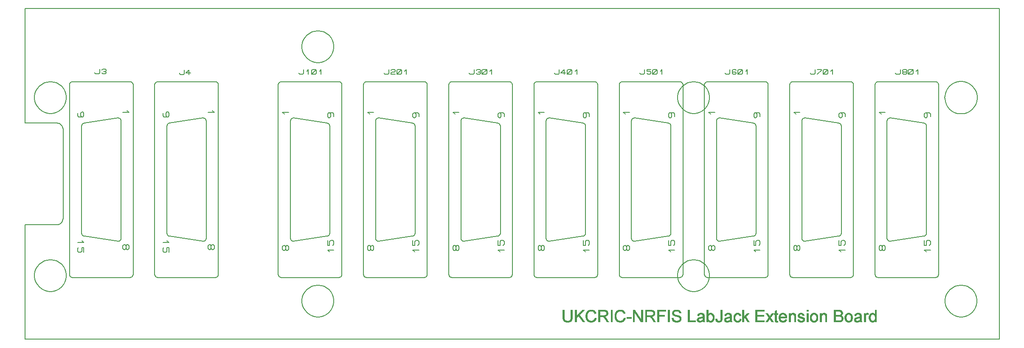
<source format=gbr>
G04 PROTEUS GERBER X2 FILE*
%TF.GenerationSoftware,Labcenter,Proteus,8.12-SP0-Build30713*%
%TF.CreationDate,2021-04-15T12:14:11+00:00*%
%TF.FileFunction,Legend,Top*%
%TF.FilePolarity,Positive*%
%TF.Part,Single*%
%TF.SameCoordinates,{5a193cc5-51b4-4a6d-ad6d-b15ded965af5}*%
%FSLAX26Y26*%
%MOIN*%
G01*
%TA.AperFunction,Material*%
%ADD30C,0.008000*%
%TA.AperFunction,Profile*%
%ADD71C,0.008000*%
%TA.AperFunction,Material*%
%ADD31C,0.002500*%
%TD.AperFunction*%
D30*
X+4274409Y-890000D02*
X+4276338Y-899839D01*
X+4281636Y-907773D01*
X+4289570Y-913071D01*
X+4299409Y-915000D01*
X+4749409Y-915000D02*
X+4759248Y-913071D01*
X+4767183Y-907773D01*
X+4772480Y-899839D01*
X+4774409Y-890000D01*
X+4369409Y+315000D02*
X+4371338Y+324839D01*
X+4376636Y+332773D01*
X+4384570Y+338071D01*
X+4394409Y+340000D01*
X+4749409Y+625000D02*
X+4759248Y+623071D01*
X+4767183Y+617773D01*
X+4772480Y+609839D01*
X+4774409Y+600000D01*
X+4749409Y+625000D02*
X+4299409Y+625000D01*
X+4679409Y+275000D02*
X+4679409Y-565000D01*
X+4749409Y-915000D02*
X+4299409Y-915000D01*
X+4369409Y-605000D02*
X+4369409Y+315000D01*
X+4369409Y-605000D02*
X+4371338Y-614839D01*
X+4376636Y-622773D01*
X+4384570Y-628071D01*
X+4394409Y-630000D01*
X+4274409Y+600000D02*
X+4274409Y-890000D01*
X+4654409Y-590000D02*
X+4664248Y-588071D01*
X+4672183Y-582773D01*
X+4677480Y-574839D01*
X+4679409Y-565000D01*
X+4654409Y-590000D02*
X+4394409Y-630000D01*
X+4774409Y+600000D02*
X+4774409Y-890000D01*
X+4274409Y+600000D02*
X+4276338Y+609839D01*
X+4281636Y+617773D01*
X+4289570Y+623071D01*
X+4299409Y+625000D01*
X+4654409Y+300000D02*
X+4664248Y+298071D01*
X+4672183Y+292773D01*
X+4677480Y+284839D01*
X+4679409Y+275000D01*
X+4394409Y+340000D02*
X+4654409Y+300000D01*
X+4323244Y+369110D02*
X+4307244Y+384110D01*
X+4355244Y+384110D01*
X+4331244Y-693882D02*
X+4323244Y-701382D01*
X+4315244Y-701382D01*
X+4307244Y-693882D01*
X+4307244Y-671382D01*
X+4315244Y-663882D01*
X+4323244Y-663882D01*
X+4331244Y-671382D01*
X+4331244Y-693882D01*
X+4339244Y-701382D01*
X+4347244Y-701382D01*
X+4355244Y-693882D01*
X+4355244Y-671382D01*
X+4347244Y-663882D01*
X+4339244Y-663882D01*
X+4331244Y-671382D01*
X+4677575Y+379425D02*
X+4685575Y+371925D01*
X+4685575Y+349425D01*
X+4677575Y+341925D01*
X+4669575Y+341925D01*
X+4661575Y+349425D01*
X+4661575Y+371925D01*
X+4669575Y+379425D01*
X+4701575Y+379425D01*
X+4709575Y+371925D01*
X+4709575Y+349425D01*
X+4677575Y-713567D02*
X+4661575Y-698567D01*
X+4709575Y-698567D01*
X+4661575Y-623567D02*
X+4661575Y-661067D01*
X+4677575Y-661067D01*
X+4677575Y-631067D01*
X+4685575Y-623567D01*
X+4701575Y-623567D01*
X+4709575Y-631067D01*
X+4709575Y-653567D01*
X+4701575Y-661067D01*
X+4435685Y+695457D02*
X+4435685Y+689457D01*
X+4441935Y+683457D01*
X+4466935Y+683457D01*
X+4473185Y+689457D01*
X+4473185Y+719457D01*
X+4498185Y+701457D02*
X+4491935Y+707457D01*
X+4491935Y+713457D01*
X+4498185Y+719457D01*
X+4516935Y+719457D01*
X+4523185Y+713457D01*
X+4523185Y+707457D01*
X+4516935Y+701457D01*
X+4498185Y+701457D01*
X+4491935Y+695457D01*
X+4491935Y+689457D01*
X+4498185Y+683457D01*
X+4516935Y+683457D01*
X+4523185Y+689457D01*
X+4523185Y+695457D01*
X+4516935Y+701457D01*
X+4535685Y+689457D02*
X+4535685Y+713457D01*
X+4541935Y+719457D01*
X+4566935Y+719457D01*
X+4573185Y+713457D01*
X+4573185Y+689457D01*
X+4566935Y+683457D01*
X+4541935Y+683457D01*
X+4535685Y+689457D01*
X+4535685Y+683457D02*
X+4573185Y+719457D01*
X+4598185Y+707457D02*
X+4610685Y+719457D01*
X+4610685Y+683457D01*
X+3605118Y-890000D02*
X+3607047Y-899839D01*
X+3612345Y-907773D01*
X+3620279Y-913071D01*
X+3630118Y-915000D01*
X+4080118Y-915000D02*
X+4089957Y-913071D01*
X+4097891Y-907773D01*
X+4103189Y-899839D01*
X+4105118Y-890000D01*
X+3700118Y+315000D02*
X+3702047Y+324839D01*
X+3707345Y+332773D01*
X+3715279Y+338071D01*
X+3725118Y+340000D01*
X+4080118Y+625000D02*
X+4089957Y+623071D01*
X+4097891Y+617773D01*
X+4103189Y+609839D01*
X+4105118Y+600000D01*
X+4080118Y+625000D02*
X+3630118Y+625000D01*
X+4010118Y+275000D02*
X+4010118Y-565000D01*
X+4080118Y-915000D02*
X+3630118Y-915000D01*
X+3700118Y-605000D02*
X+3700118Y+315000D01*
X+3700118Y-605000D02*
X+3702047Y-614839D01*
X+3707345Y-622773D01*
X+3715279Y-628071D01*
X+3725118Y-630000D01*
X+3605118Y+600000D02*
X+3605118Y-890000D01*
X+3985118Y-590000D02*
X+3994957Y-588071D01*
X+4002891Y-582773D01*
X+4008189Y-574839D01*
X+4010118Y-565000D01*
X+3985118Y-590000D02*
X+3725118Y-630000D01*
X+4105118Y+600000D02*
X+4105118Y-890000D01*
X+3605118Y+600000D02*
X+3607047Y+609839D01*
X+3612345Y+617773D01*
X+3620279Y+623071D01*
X+3630118Y+625000D01*
X+3985118Y+300000D02*
X+3994957Y+298071D01*
X+4002891Y+292773D01*
X+4008189Y+284839D01*
X+4010118Y+275000D01*
X+3725118Y+340000D02*
X+3985118Y+300000D01*
X+3653953Y+369110D02*
X+3637953Y+384110D01*
X+3685953Y+384110D01*
X+3661953Y-693882D02*
X+3653953Y-701382D01*
X+3645953Y-701382D01*
X+3637953Y-693882D01*
X+3637953Y-671382D01*
X+3645953Y-663882D01*
X+3653953Y-663882D01*
X+3661953Y-671382D01*
X+3661953Y-693882D01*
X+3669953Y-701382D01*
X+3677953Y-701382D01*
X+3685953Y-693882D01*
X+3685953Y-671382D01*
X+3677953Y-663882D01*
X+3669953Y-663882D01*
X+3661953Y-671382D01*
X+4008283Y+379425D02*
X+4016283Y+371925D01*
X+4016283Y+349425D01*
X+4008283Y+341925D01*
X+4000283Y+341925D01*
X+3992283Y+349425D01*
X+3992283Y+371925D01*
X+4000283Y+379425D01*
X+4032283Y+379425D01*
X+4040283Y+371925D01*
X+4040283Y+349425D01*
X+4008283Y-713567D02*
X+3992283Y-698567D01*
X+4040283Y-698567D01*
X+3992283Y-623567D02*
X+3992283Y-661067D01*
X+4008283Y-661067D01*
X+4008283Y-631067D01*
X+4016283Y-623567D01*
X+4032283Y-623567D01*
X+4040283Y-631067D01*
X+4040283Y-653567D01*
X+4032283Y-661067D01*
X+3766394Y+695457D02*
X+3766394Y+689457D01*
X+3772644Y+683457D01*
X+3797644Y+683457D01*
X+3803894Y+689457D01*
X+3803894Y+719457D01*
X+3822644Y+719457D02*
X+3853894Y+719457D01*
X+3853894Y+713457D01*
X+3822644Y+683457D01*
X+3866394Y+689457D02*
X+3866394Y+713457D01*
X+3872644Y+719457D01*
X+3897644Y+719457D01*
X+3903894Y+713457D01*
X+3903894Y+689457D01*
X+3897644Y+683457D01*
X+3872644Y+683457D01*
X+3866394Y+689457D01*
X+3866394Y+683457D02*
X+3903894Y+719457D01*
X+3928894Y+707457D02*
X+3941394Y+719457D01*
X+3941394Y+683457D01*
X+2935827Y-890000D02*
X+2937756Y-899839D01*
X+2943053Y-907773D01*
X+2950988Y-913071D01*
X+2960827Y-915000D01*
X+3410827Y-915000D02*
X+3420666Y-913071D01*
X+3428600Y-907773D01*
X+3433898Y-899839D01*
X+3435827Y-890000D01*
X+3030827Y+315000D02*
X+3032756Y+324839D01*
X+3038053Y+332773D01*
X+3045988Y+338071D01*
X+3055827Y+340000D01*
X+3410827Y+625000D02*
X+3420666Y+623071D01*
X+3428600Y+617773D01*
X+3433898Y+609839D01*
X+3435827Y+600000D01*
X+3410827Y+625000D02*
X+2960827Y+625000D01*
X+3340827Y+275000D02*
X+3340827Y-565000D01*
X+3410827Y-915000D02*
X+2960827Y-915000D01*
X+3030827Y-605000D02*
X+3030827Y+315000D01*
X+3030827Y-605000D02*
X+3032756Y-614839D01*
X+3038053Y-622773D01*
X+3045988Y-628071D01*
X+3055827Y-630000D01*
X+2935827Y+600000D02*
X+2935827Y-890000D01*
X+3315827Y-590000D02*
X+3325666Y-588071D01*
X+3333600Y-582773D01*
X+3338898Y-574839D01*
X+3340827Y-565000D01*
X+3315827Y-590000D02*
X+3055827Y-630000D01*
X+3435827Y+600000D02*
X+3435827Y-890000D01*
X+2935827Y+600000D02*
X+2937756Y+609839D01*
X+2943053Y+617773D01*
X+2950988Y+623071D01*
X+2960827Y+625000D01*
X+3315827Y+300000D02*
X+3325666Y+298071D01*
X+3333600Y+292773D01*
X+3338898Y+284839D01*
X+3340827Y+275000D01*
X+3055827Y+340000D02*
X+3315827Y+300000D01*
X+2984661Y+369110D02*
X+2968661Y+384110D01*
X+3016661Y+384110D01*
X+2992661Y-693882D02*
X+2984661Y-701382D01*
X+2976661Y-701382D01*
X+2968661Y-693882D01*
X+2968661Y-671382D01*
X+2976661Y-663882D01*
X+2984661Y-663882D01*
X+2992661Y-671382D01*
X+2992661Y-693882D01*
X+3000661Y-701382D01*
X+3008661Y-701382D01*
X+3016661Y-693882D01*
X+3016661Y-671382D01*
X+3008661Y-663882D01*
X+3000661Y-663882D01*
X+2992661Y-671382D01*
X+3338992Y+379425D02*
X+3346992Y+371925D01*
X+3346992Y+349425D01*
X+3338992Y+341925D01*
X+3330992Y+341925D01*
X+3322992Y+349425D01*
X+3322992Y+371925D01*
X+3330992Y+379425D01*
X+3362992Y+379425D01*
X+3370992Y+371925D01*
X+3370992Y+349425D01*
X+3338992Y-713567D02*
X+3322992Y-698567D01*
X+3370992Y-698567D01*
X+3322992Y-623567D02*
X+3322992Y-661067D01*
X+3338992Y-661067D01*
X+3338992Y-631067D01*
X+3346992Y-623567D01*
X+3362992Y-623567D01*
X+3370992Y-631067D01*
X+3370992Y-653567D01*
X+3362992Y-661067D01*
X+3097102Y+695457D02*
X+3097102Y+689457D01*
X+3103352Y+683457D01*
X+3128352Y+683457D01*
X+3134602Y+689457D01*
X+3134602Y+719457D01*
X+3184602Y+713457D02*
X+3178352Y+719457D01*
X+3159602Y+719457D01*
X+3153352Y+713457D01*
X+3153352Y+689457D01*
X+3159602Y+683457D01*
X+3178352Y+683457D01*
X+3184602Y+689457D01*
X+3184602Y+695457D01*
X+3178352Y+701457D01*
X+3153352Y+701457D01*
X+3197102Y+689457D02*
X+3197102Y+713457D01*
X+3203352Y+719457D01*
X+3228352Y+719457D01*
X+3234602Y+713457D01*
X+3234602Y+689457D01*
X+3228352Y+683457D01*
X+3203352Y+683457D01*
X+3197102Y+689457D01*
X+3197102Y+683457D02*
X+3234602Y+719457D01*
X+3259602Y+707457D02*
X+3272102Y+719457D01*
X+3272102Y+683457D01*
X+2266535Y-890000D02*
X+2268464Y-899839D01*
X+2273762Y-907773D01*
X+2281696Y-913071D01*
X+2291535Y-915000D01*
X+2741535Y-915000D02*
X+2751374Y-913071D01*
X+2759309Y-907773D01*
X+2764606Y-899839D01*
X+2766535Y-890000D01*
X+2361535Y+315000D02*
X+2363464Y+324839D01*
X+2368762Y+332773D01*
X+2376696Y+338071D01*
X+2386535Y+340000D01*
X+2741535Y+625000D02*
X+2751374Y+623071D01*
X+2759309Y+617773D01*
X+2764606Y+609839D01*
X+2766535Y+600000D01*
X+2741535Y+625000D02*
X+2291535Y+625000D01*
X+2671535Y+275000D02*
X+2671535Y-565000D01*
X+2741535Y-915000D02*
X+2291535Y-915000D01*
X+2361535Y-605000D02*
X+2361535Y+315000D01*
X+2361535Y-605000D02*
X+2363464Y-614839D01*
X+2368762Y-622773D01*
X+2376696Y-628071D01*
X+2386535Y-630000D01*
X+2266535Y+600000D02*
X+2266535Y-890000D01*
X+2646535Y-590000D02*
X+2656374Y-588071D01*
X+2664309Y-582773D01*
X+2669606Y-574839D01*
X+2671535Y-565000D01*
X+2646535Y-590000D02*
X+2386535Y-630000D01*
X+2766535Y+600000D02*
X+2766535Y-890000D01*
X+2266535Y+600000D02*
X+2268464Y+609839D01*
X+2273762Y+617773D01*
X+2281696Y+623071D01*
X+2291535Y+625000D01*
X+2646535Y+300000D02*
X+2656374Y+298071D01*
X+2664309Y+292773D01*
X+2669606Y+284839D01*
X+2671535Y+275000D01*
X+2386535Y+340000D02*
X+2646535Y+300000D01*
X+2315370Y+369110D02*
X+2299370Y+384110D01*
X+2347370Y+384110D01*
X+2323370Y-693882D02*
X+2315370Y-701382D01*
X+2307370Y-701382D01*
X+2299370Y-693882D01*
X+2299370Y-671382D01*
X+2307370Y-663882D01*
X+2315370Y-663882D01*
X+2323370Y-671382D01*
X+2323370Y-693882D01*
X+2331370Y-701382D01*
X+2339370Y-701382D01*
X+2347370Y-693882D01*
X+2347370Y-671382D01*
X+2339370Y-663882D01*
X+2331370Y-663882D01*
X+2323370Y-671382D01*
X+2669701Y+379425D02*
X+2677701Y+371925D01*
X+2677701Y+349425D01*
X+2669701Y+341925D01*
X+2661701Y+341925D01*
X+2653701Y+349425D01*
X+2653701Y+371925D01*
X+2661701Y+379425D01*
X+2693701Y+379425D01*
X+2701701Y+371925D01*
X+2701701Y+349425D01*
X+2669701Y-713567D02*
X+2653701Y-698567D01*
X+2701701Y-698567D01*
X+2653701Y-623567D02*
X+2653701Y-661067D01*
X+2669701Y-661067D01*
X+2669701Y-631067D01*
X+2677701Y-623567D01*
X+2693701Y-623567D01*
X+2701701Y-631067D01*
X+2701701Y-653567D01*
X+2693701Y-661067D01*
X+2427811Y+695457D02*
X+2427811Y+689457D01*
X+2434061Y+683457D01*
X+2459061Y+683457D01*
X+2465311Y+689457D01*
X+2465311Y+719457D01*
X+2515311Y+719457D02*
X+2484061Y+719457D01*
X+2484061Y+707457D01*
X+2509061Y+707457D01*
X+2515311Y+701457D01*
X+2515311Y+689457D01*
X+2509061Y+683457D01*
X+2490311Y+683457D01*
X+2484061Y+689457D01*
X+2527811Y+689457D02*
X+2527811Y+713457D01*
X+2534061Y+719457D01*
X+2559061Y+719457D01*
X+2565311Y+713457D01*
X+2565311Y+689457D01*
X+2559061Y+683457D01*
X+2534061Y+683457D01*
X+2527811Y+689457D01*
X+2527811Y+683457D02*
X+2565311Y+719457D01*
X+2590311Y+707457D02*
X+2602811Y+719457D01*
X+2602811Y+683457D01*
X+1597244Y-890000D02*
X+1599173Y-899839D01*
X+1604470Y-907773D01*
X+1612405Y-913071D01*
X+1622244Y-915000D01*
X+2072244Y-915000D02*
X+2082083Y-913071D01*
X+2090017Y-907773D01*
X+2095315Y-899839D01*
X+2097244Y-890000D01*
X+1692244Y+315000D02*
X+1694173Y+324839D01*
X+1699470Y+332773D01*
X+1707405Y+338071D01*
X+1717244Y+340000D01*
X+2072244Y+625000D02*
X+2082083Y+623071D01*
X+2090017Y+617773D01*
X+2095315Y+609839D01*
X+2097244Y+600000D01*
X+2072244Y+625000D02*
X+1622244Y+625000D01*
X+2002244Y+275000D02*
X+2002244Y-565000D01*
X+2072244Y-915000D02*
X+1622244Y-915000D01*
X+1692244Y-605000D02*
X+1692244Y+315000D01*
X+1692244Y-605000D02*
X+1694173Y-614839D01*
X+1699470Y-622773D01*
X+1707405Y-628071D01*
X+1717244Y-630000D01*
X+1597244Y+600000D02*
X+1597244Y-890000D01*
X+1977244Y-590000D02*
X+1987083Y-588071D01*
X+1995017Y-582773D01*
X+2000315Y-574839D01*
X+2002244Y-565000D01*
X+1977244Y-590000D02*
X+1717244Y-630000D01*
X+2097244Y+600000D02*
X+2097244Y-890000D01*
X+1597244Y+600000D02*
X+1599173Y+609839D01*
X+1604470Y+617773D01*
X+1612405Y+623071D01*
X+1622244Y+625000D01*
X+1977244Y+300000D02*
X+1987083Y+298071D01*
X+1995017Y+292773D01*
X+2000315Y+284839D01*
X+2002244Y+275000D01*
X+1717244Y+340000D02*
X+1977244Y+300000D01*
X+1646079Y+369110D02*
X+1630079Y+384110D01*
X+1678079Y+384110D01*
X+1654079Y-693882D02*
X+1646079Y-701382D01*
X+1638079Y-701382D01*
X+1630079Y-693882D01*
X+1630079Y-671382D01*
X+1638079Y-663882D01*
X+1646079Y-663882D01*
X+1654079Y-671382D01*
X+1654079Y-693882D01*
X+1662079Y-701382D01*
X+1670079Y-701382D01*
X+1678079Y-693882D01*
X+1678079Y-671382D01*
X+1670079Y-663882D01*
X+1662079Y-663882D01*
X+1654079Y-671382D01*
X+2000409Y+379425D02*
X+2008409Y+371925D01*
X+2008409Y+349425D01*
X+2000409Y+341925D01*
X+1992409Y+341925D01*
X+1984409Y+349425D01*
X+1984409Y+371925D01*
X+1992409Y+379425D01*
X+2024409Y+379425D01*
X+2032409Y+371925D01*
X+2032409Y+349425D01*
X+2000409Y-713567D02*
X+1984409Y-698567D01*
X+2032409Y-698567D01*
X+1984409Y-623567D02*
X+1984409Y-661067D01*
X+2000409Y-661067D01*
X+2000409Y-631067D01*
X+2008409Y-623567D01*
X+2024409Y-623567D01*
X+2032409Y-631067D01*
X+2032409Y-653567D01*
X+2024409Y-661067D01*
X+1758520Y+695457D02*
X+1758520Y+689457D01*
X+1764770Y+683457D01*
X+1789770Y+683457D01*
X+1796020Y+689457D01*
X+1796020Y+719457D01*
X+1846020Y+695457D02*
X+1808520Y+695457D01*
X+1833520Y+719457D01*
X+1833520Y+683457D01*
X+1858520Y+689457D02*
X+1858520Y+713457D01*
X+1864770Y+719457D01*
X+1889770Y+719457D01*
X+1896020Y+713457D01*
X+1896020Y+689457D01*
X+1889770Y+683457D01*
X+1864770Y+683457D01*
X+1858520Y+689457D01*
X+1858520Y+683457D02*
X+1896020Y+719457D01*
X+1921020Y+707457D02*
X+1933520Y+719457D01*
X+1933520Y+683457D01*
X+927953Y-890000D02*
X+929882Y-899839D01*
X+935179Y-907773D01*
X+943114Y-913071D01*
X+952953Y-915000D01*
X+1402953Y-915000D02*
X+1412792Y-913071D01*
X+1420726Y-907773D01*
X+1426024Y-899839D01*
X+1427953Y-890000D01*
X+1022953Y+315000D02*
X+1024882Y+324839D01*
X+1030179Y+332773D01*
X+1038114Y+338071D01*
X+1047953Y+340000D01*
X+1402953Y+625000D02*
X+1412792Y+623071D01*
X+1420726Y+617773D01*
X+1426024Y+609839D01*
X+1427953Y+600000D01*
X+1402953Y+625000D02*
X+952953Y+625000D01*
X+1332953Y+275000D02*
X+1332953Y-565000D01*
X+1402953Y-915000D02*
X+952953Y-915000D01*
X+1022953Y-605000D02*
X+1022953Y+315000D01*
X+1022953Y-605000D02*
X+1024882Y-614839D01*
X+1030179Y-622773D01*
X+1038114Y-628071D01*
X+1047953Y-630000D01*
X+927953Y+600000D02*
X+927953Y-890000D01*
X+1307953Y-590000D02*
X+1317792Y-588071D01*
X+1325726Y-582773D01*
X+1331024Y-574839D01*
X+1332953Y-565000D01*
X+1307953Y-590000D02*
X+1047953Y-630000D01*
X+1427953Y+600000D02*
X+1427953Y-890000D01*
X+927953Y+600000D02*
X+929882Y+609839D01*
X+935179Y+617773D01*
X+943114Y+623071D01*
X+952953Y+625000D01*
X+1307953Y+300000D02*
X+1317792Y+298071D01*
X+1325726Y+292773D01*
X+1331024Y+284839D01*
X+1332953Y+275000D01*
X+1047953Y+340000D02*
X+1307953Y+300000D01*
X+976787Y+369110D02*
X+960787Y+384110D01*
X+1008787Y+384110D01*
X+984787Y-693882D02*
X+976787Y-701382D01*
X+968787Y-701382D01*
X+960787Y-693882D01*
X+960787Y-671382D01*
X+968787Y-663882D01*
X+976787Y-663882D01*
X+984787Y-671382D01*
X+984787Y-693882D01*
X+992787Y-701382D01*
X+1000787Y-701382D01*
X+1008787Y-693882D01*
X+1008787Y-671382D01*
X+1000787Y-663882D01*
X+992787Y-663882D01*
X+984787Y-671382D01*
X+1331118Y+379425D02*
X+1339118Y+371925D01*
X+1339118Y+349425D01*
X+1331118Y+341925D01*
X+1323118Y+341925D01*
X+1315118Y+349425D01*
X+1315118Y+371925D01*
X+1323118Y+379425D01*
X+1355118Y+379425D01*
X+1363118Y+371925D01*
X+1363118Y+349425D01*
X+1331118Y-713567D02*
X+1315118Y-698567D01*
X+1363118Y-698567D01*
X+1315118Y-623567D02*
X+1315118Y-661067D01*
X+1331118Y-661067D01*
X+1331118Y-631067D01*
X+1339118Y-623567D01*
X+1355118Y-623567D01*
X+1363118Y-631067D01*
X+1363118Y-653567D01*
X+1355118Y-661067D01*
X+1089228Y+695457D02*
X+1089228Y+689457D01*
X+1095478Y+683457D01*
X+1120478Y+683457D01*
X+1126728Y+689457D01*
X+1126728Y+719457D01*
X+1145478Y+713457D02*
X+1151728Y+719457D01*
X+1170478Y+719457D01*
X+1176728Y+713457D01*
X+1176728Y+707457D01*
X+1170478Y+701457D01*
X+1176728Y+695457D01*
X+1176728Y+689457D01*
X+1170478Y+683457D01*
X+1151728Y+683457D01*
X+1145478Y+689457D01*
X+1157978Y+701457D02*
X+1170478Y+701457D01*
X+1189228Y+689457D02*
X+1189228Y+713457D01*
X+1195478Y+719457D01*
X+1220478Y+719457D01*
X+1226728Y+713457D01*
X+1226728Y+689457D01*
X+1220478Y+683457D01*
X+1195478Y+683457D01*
X+1189228Y+689457D01*
X+1189228Y+683457D02*
X+1226728Y+719457D01*
X+1251728Y+707457D02*
X+1264228Y+719457D01*
X+1264228Y+683457D01*
X+258661Y-890000D02*
X+260590Y-899839D01*
X+265888Y-907773D01*
X+273822Y-913071D01*
X+283661Y-915000D01*
X+733661Y-915000D02*
X+743500Y-913071D01*
X+751435Y-907773D01*
X+756732Y-899839D01*
X+758661Y-890000D01*
X+353661Y+315000D02*
X+355590Y+324839D01*
X+360888Y+332773D01*
X+368822Y+338071D01*
X+378661Y+340000D01*
X+733661Y+625000D02*
X+743500Y+623071D01*
X+751435Y+617773D01*
X+756732Y+609839D01*
X+758661Y+600000D01*
X+733661Y+625000D02*
X+283661Y+625000D01*
X+663661Y+275000D02*
X+663661Y-565000D01*
X+733661Y-915000D02*
X+283661Y-915000D01*
X+353661Y-605000D02*
X+353661Y+315000D01*
X+353661Y-605000D02*
X+355590Y-614839D01*
X+360888Y-622773D01*
X+368822Y-628071D01*
X+378661Y-630000D01*
X+258661Y+600000D02*
X+258661Y-890000D01*
X+638661Y-590000D02*
X+648500Y-588071D01*
X+656435Y-582773D01*
X+661732Y-574839D01*
X+663661Y-565000D01*
X+638661Y-590000D02*
X+378661Y-630000D01*
X+758661Y+600000D02*
X+758661Y-890000D01*
X+258661Y+600000D02*
X+260590Y+609839D01*
X+265888Y+617773D01*
X+273822Y+623071D01*
X+283661Y+625000D01*
X+638661Y+300000D02*
X+648500Y+298071D01*
X+656435Y+292773D01*
X+661732Y+284839D01*
X+663661Y+275000D01*
X+378661Y+340000D02*
X+638661Y+300000D01*
X+307496Y+369110D02*
X+291496Y+384110D01*
X+339496Y+384110D01*
X+315496Y-693882D02*
X+307496Y-701382D01*
X+299496Y-701382D01*
X+291496Y-693882D01*
X+291496Y-671382D01*
X+299496Y-663882D01*
X+307496Y-663882D01*
X+315496Y-671382D01*
X+315496Y-693882D01*
X+323496Y-701382D01*
X+331496Y-701382D01*
X+339496Y-693882D01*
X+339496Y-671382D01*
X+331496Y-663882D01*
X+323496Y-663882D01*
X+315496Y-671382D01*
X+661827Y+379425D02*
X+669827Y+371925D01*
X+669827Y+349425D01*
X+661827Y+341925D01*
X+653827Y+341925D01*
X+645827Y+349425D01*
X+645827Y+371925D01*
X+653827Y+379425D01*
X+685827Y+379425D01*
X+693827Y+371925D01*
X+693827Y+349425D01*
X+661827Y-713567D02*
X+645827Y-698567D01*
X+693827Y-698567D01*
X+645827Y-623567D02*
X+645827Y-661067D01*
X+661827Y-661067D01*
X+661827Y-631067D01*
X+669827Y-623567D01*
X+685827Y-623567D01*
X+693827Y-631067D01*
X+693827Y-653567D01*
X+685827Y-661067D01*
X+419937Y+695457D02*
X+419937Y+689457D01*
X+426187Y+683457D01*
X+451187Y+683457D01*
X+457437Y+689457D01*
X+457437Y+719457D01*
X+476187Y+713457D02*
X+482437Y+719457D01*
X+501187Y+719457D01*
X+507437Y+713457D01*
X+507437Y+707457D01*
X+501187Y+701457D01*
X+482437Y+701457D01*
X+476187Y+695457D01*
X+476187Y+683457D01*
X+507437Y+683457D01*
X+519937Y+689457D02*
X+519937Y+713457D01*
X+526187Y+719457D01*
X+551187Y+719457D01*
X+557437Y+713457D01*
X+557437Y+689457D01*
X+551187Y+683457D01*
X+526187Y+683457D01*
X+519937Y+689457D01*
X+519937Y+683457D02*
X+557437Y+719457D01*
X+582437Y+707457D02*
X+594937Y+719457D01*
X+594937Y+683457D01*
X-410630Y-890000D02*
X-408701Y-899839D01*
X-403404Y-907773D01*
X-395469Y-913071D01*
X-385630Y-915000D01*
X+64370Y-915000D02*
X+74209Y-913071D01*
X+82143Y-907773D01*
X+87441Y-899839D01*
X+89370Y-890000D01*
X-315630Y+315000D02*
X-313701Y+324839D01*
X-308404Y+332773D01*
X-300469Y+338071D01*
X-290630Y+340000D01*
X+64370Y+625000D02*
X+74209Y+623071D01*
X+82143Y+617773D01*
X+87441Y+609839D01*
X+89370Y+600000D01*
X+64370Y+625000D02*
X-385630Y+625000D01*
X-5630Y+275000D02*
X-5630Y-565000D01*
X+64370Y-915000D02*
X-385630Y-915000D01*
X-315630Y-605000D02*
X-315630Y+315000D01*
X-315630Y-605000D02*
X-313701Y-614839D01*
X-308404Y-622773D01*
X-300469Y-628071D01*
X-290630Y-630000D01*
X-410630Y+600000D02*
X-410630Y-890000D01*
X-30630Y-590000D02*
X-20791Y-588071D01*
X-12857Y-582773D01*
X-7559Y-574839D01*
X-5630Y-565000D01*
X-30630Y-590000D02*
X-290630Y-630000D01*
X+89370Y+600000D02*
X+89370Y-890000D01*
X-410630Y+600000D02*
X-408701Y+609839D01*
X-403404Y+617773D01*
X-395469Y+623071D01*
X-385630Y+625000D01*
X-30630Y+300000D02*
X-20791Y+298071D01*
X-12857Y+292773D01*
X-7559Y+284839D01*
X-5630Y+275000D01*
X-290630Y+340000D02*
X-30630Y+300000D01*
X-361795Y+369110D02*
X-377795Y+384110D01*
X-329795Y+384110D01*
X-353795Y-693882D02*
X-361795Y-701382D01*
X-369795Y-701382D01*
X-377795Y-693882D01*
X-377795Y-671382D01*
X-369795Y-663882D01*
X-361795Y-663882D01*
X-353795Y-671382D01*
X-353795Y-693882D01*
X-345795Y-701382D01*
X-337795Y-701382D01*
X-329795Y-693882D01*
X-329795Y-671382D01*
X-337795Y-663882D01*
X-345795Y-663882D01*
X-353795Y-671382D01*
X-7465Y+379425D02*
X+535Y+371925D01*
X+535Y+349425D01*
X-7465Y+341925D01*
X-15465Y+341925D01*
X-23465Y+349425D01*
X-23465Y+371925D01*
X-15465Y+379425D01*
X+16535Y+379425D01*
X+24535Y+371925D01*
X+24535Y+349425D01*
X-7465Y-713567D02*
X-23465Y-698567D01*
X+24535Y-698567D01*
X-23465Y-623567D02*
X-23465Y-661067D01*
X-7465Y-661067D01*
X-7465Y-631067D01*
X+535Y-623567D01*
X+16535Y-623567D01*
X+24535Y-631067D01*
X+24535Y-653567D01*
X+16535Y-661067D01*
X-249354Y+695457D02*
X-249354Y+689457D01*
X-243104Y+683457D01*
X-218104Y+683457D01*
X-211854Y+689457D01*
X-211854Y+719457D01*
X-186854Y+707457D02*
X-174354Y+719457D01*
X-174354Y+683457D01*
X-149354Y+689457D02*
X-149354Y+713457D01*
X-143104Y+719457D01*
X-118104Y+719457D01*
X-111854Y+713457D01*
X-111854Y+689457D01*
X-118104Y+683457D01*
X-143104Y+683457D01*
X-149354Y+689457D01*
X-149354Y+683457D02*
X-111854Y+719457D01*
X-86854Y+707457D02*
X-74354Y+719457D01*
X-74354Y+683457D01*
D71*
X-2400000Y+300000D02*
X-2400000Y+1199213D01*
X-2400000Y+1200000D02*
X+5250000Y+1200000D01*
X+5250000Y-1400000D01*
X-2400000Y-1400000D01*
X-2400000Y-500000D01*
X-2100197Y+250646D02*
X-2099983Y-450000D01*
X-2400000Y-500000D02*
X-2150000Y-500000D01*
X-2100000Y-450000D02*
X-2100995Y-460223D01*
X-2103857Y-469678D01*
X-2108404Y-478180D01*
X-2114453Y-485547D01*
X-2121820Y-491595D01*
X-2130322Y-496143D01*
X-2139777Y-499005D01*
X-2150000Y-500000D01*
X-2150000Y+300000D02*
X-2139777Y+299005D01*
X-2130322Y+296143D01*
X-2121820Y+291595D01*
X-2114453Y+285547D01*
X-2108404Y+278180D01*
X-2103857Y+269678D01*
X-2100995Y+260223D01*
X-2100000Y+250000D01*
X-2400000Y+300000D02*
X-2150000Y+300000D01*
D30*
X-1550000Y+600000D02*
X-1551929Y+609839D01*
X-1557226Y+617773D01*
X-1565161Y+623071D01*
X-1575000Y+625000D01*
X-2025000Y+625000D02*
X-2034839Y+623071D01*
X-2042773Y+617773D01*
X-2048071Y+609839D01*
X-2050000Y+600000D01*
X-1645000Y+315000D02*
X-1646929Y+324839D01*
X-1652226Y+332773D01*
X-1660161Y+338071D01*
X-1670000Y+340000D01*
X-2025000Y-915000D02*
X-2034839Y-913071D01*
X-2042773Y-907773D01*
X-2048071Y-899839D01*
X-2050000Y-890000D01*
X-2025000Y-915000D02*
X-1575000Y-915000D01*
X-1955000Y+275000D02*
X-1955000Y-565000D01*
X-2025000Y+625000D02*
X-1575000Y+625000D01*
X-1645000Y-605000D02*
X-1645000Y+315000D01*
X-1645000Y-605000D02*
X-1646929Y-614839D01*
X-1652226Y-622773D01*
X-1660161Y-628071D01*
X-1670000Y-630000D01*
X-1550000Y-890000D02*
X-1550000Y+600000D01*
X-1930000Y-590000D02*
X-1939839Y-588071D01*
X-1947773Y-582773D01*
X-1953071Y-574839D01*
X-1955000Y-565000D01*
X-1930000Y-590000D02*
X-1670000Y-630000D01*
X-2050000Y-890000D02*
X-2050000Y+600000D01*
X-1550000Y-890000D02*
X-1551929Y-899839D01*
X-1557226Y-907773D01*
X-1565161Y-913071D01*
X-1575000Y-915000D01*
X-1930000Y+300000D02*
X-1939839Y+298071D01*
X-1947773Y+292773D01*
X-1953071Y+284839D01*
X-1955000Y+275000D01*
X-1670000Y+340000D02*
X-1930000Y+300000D01*
X-1598835Y+398165D02*
X-1582835Y+383165D01*
X-1630835Y+383165D01*
X-1606835Y-664827D02*
X-1598835Y-657327D01*
X-1590835Y-657327D01*
X-1582835Y-664827D01*
X-1582835Y-687327D01*
X-1590835Y-694827D01*
X-1598835Y-694827D01*
X-1606835Y-687327D01*
X-1606835Y-664827D01*
X-1614835Y-657327D01*
X-1622835Y-657327D01*
X-1630835Y-664827D01*
X-1630835Y-687327D01*
X-1622835Y-694827D01*
X-1614835Y-694827D01*
X-1606835Y-687327D01*
X-1953165Y+348480D02*
X-1961165Y+355980D01*
X-1961165Y+378480D01*
X-1953165Y+385980D01*
X-1945165Y+385980D01*
X-1937165Y+378480D01*
X-1937165Y+355980D01*
X-1945165Y+348480D01*
X-1977165Y+348480D01*
X-1985165Y+355980D01*
X-1985165Y+378480D01*
X-1953165Y-625457D02*
X-1937165Y-640457D01*
X-1985165Y-640457D01*
X-1937165Y-715457D02*
X-1937165Y-677957D01*
X-1953165Y-677957D01*
X-1953165Y-707957D01*
X-1961165Y-715457D01*
X-1977165Y-715457D01*
X-1985165Y-707957D01*
X-1985165Y-685457D01*
X-1977165Y-677957D01*
X-1851000Y+699000D02*
X-1851000Y+693000D01*
X-1844750Y+687000D01*
X-1819750Y+687000D01*
X-1813500Y+693000D01*
X-1813500Y+723000D01*
X-1794750Y+717000D02*
X-1788500Y+723000D01*
X-1769750Y+723000D01*
X-1763500Y+717000D01*
X-1763500Y+711000D01*
X-1769750Y+705000D01*
X-1763500Y+699000D01*
X-1763500Y+693000D01*
X-1769750Y+687000D01*
X-1788500Y+687000D01*
X-1794750Y+693000D01*
X-1782250Y+705000D02*
X-1769750Y+705000D01*
X-880709Y+600000D02*
X-882638Y+609839D01*
X-887935Y+617773D01*
X-895870Y+623071D01*
X-905709Y+625000D01*
X-1355709Y+625000D02*
X-1365548Y+623071D01*
X-1373482Y+617773D01*
X-1378780Y+609839D01*
X-1380709Y+600000D01*
X-975709Y+315000D02*
X-977638Y+324839D01*
X-982935Y+332773D01*
X-990870Y+338071D01*
X-1000709Y+340000D01*
X-1355709Y-915000D02*
X-1365548Y-913071D01*
X-1373482Y-907773D01*
X-1378780Y-899839D01*
X-1380709Y-890000D01*
X-1355709Y-915000D02*
X-905709Y-915000D01*
X-1285709Y+275000D02*
X-1285709Y-565000D01*
X-1355709Y+625000D02*
X-905709Y+625000D01*
X-975709Y-605000D02*
X-975709Y+315000D01*
X-975709Y-605000D02*
X-977638Y-614839D01*
X-982935Y-622773D01*
X-990870Y-628071D01*
X-1000709Y-630000D01*
X-880709Y-890000D02*
X-880709Y+600000D01*
X-1260709Y-590000D02*
X-1270548Y-588071D01*
X-1278482Y-582773D01*
X-1283780Y-574839D01*
X-1285709Y-565000D01*
X-1260709Y-590000D02*
X-1000709Y-630000D01*
X-1380709Y-890000D02*
X-1380709Y+600000D01*
X-880709Y-890000D02*
X-882638Y-899839D01*
X-887935Y-907773D01*
X-895870Y-913071D01*
X-905709Y-915000D01*
X-1260709Y+300000D02*
X-1270548Y+298071D01*
X-1278482Y+292773D01*
X-1283780Y+284839D01*
X-1285709Y+275000D01*
X-1000709Y+340000D02*
X-1260709Y+300000D01*
X-929543Y+398165D02*
X-913543Y+383165D01*
X-961543Y+383165D01*
X-937543Y-664827D02*
X-929543Y-657327D01*
X-921543Y-657327D01*
X-913543Y-664827D01*
X-913543Y-687327D01*
X-921543Y-694827D01*
X-929543Y-694827D01*
X-937543Y-687327D01*
X-937543Y-664827D01*
X-945543Y-657327D01*
X-953543Y-657327D01*
X-961543Y-664827D01*
X-961543Y-687327D01*
X-953543Y-694827D01*
X-945543Y-694827D01*
X-937543Y-687327D01*
X-1283874Y+348480D02*
X-1291874Y+355980D01*
X-1291874Y+378480D01*
X-1283874Y+385980D01*
X-1275874Y+385980D01*
X-1267874Y+378480D01*
X-1267874Y+355980D01*
X-1275874Y+348480D01*
X-1307874Y+348480D01*
X-1315874Y+355980D01*
X-1315874Y+378480D01*
X-1283874Y-625457D02*
X-1267874Y-640457D01*
X-1315874Y-640457D01*
X-1267874Y-715457D02*
X-1267874Y-677957D01*
X-1283874Y-677957D01*
X-1283874Y-707957D01*
X-1291874Y-715457D01*
X-1307874Y-715457D01*
X-1315874Y-707957D01*
X-1315874Y-685457D01*
X-1307874Y-677957D01*
X-1186709Y+694000D02*
X-1186709Y+688000D01*
X-1180459Y+682000D01*
X-1155459Y+682000D01*
X-1149209Y+688000D01*
X-1149209Y+718000D01*
X-1099209Y+694000D02*
X-1136709Y+694000D01*
X-1111709Y+718000D01*
X-1111709Y+682000D01*
X-2075000Y+500000D02*
X-2075401Y+509999D01*
X-2078653Y+529999D01*
X-2085435Y+549999D01*
X-2096438Y+569999D01*
X-2113222Y+589970D01*
X-2133222Y+605668D01*
X-2153222Y+615917D01*
X-2173222Y+622098D01*
X-2193222Y+624816D01*
X-2200000Y+625000D01*
X-2325000Y+500000D02*
X-2324599Y+509999D01*
X-2321347Y+529999D01*
X-2314565Y+549999D01*
X-2303562Y+569999D01*
X-2286778Y+589970D01*
X-2266778Y+605668D01*
X-2246778Y+615917D01*
X-2226778Y+622098D01*
X-2206778Y+624816D01*
X-2200000Y+625000D01*
X-2325000Y+500000D02*
X-2324599Y+490001D01*
X-2321347Y+470001D01*
X-2314565Y+450001D01*
X-2303562Y+430001D01*
X-2286778Y+410030D01*
X-2266778Y+394332D01*
X-2246778Y+384083D01*
X-2226778Y+377902D01*
X-2206778Y+375184D01*
X-2200000Y+375000D01*
X-2075000Y+500000D02*
X-2075401Y+490001D01*
X-2078653Y+470001D01*
X-2085435Y+450001D01*
X-2096438Y+430001D01*
X-2113222Y+410030D01*
X-2133222Y+394332D01*
X-2153222Y+384083D01*
X-2173222Y+377902D01*
X-2193222Y+375184D01*
X-2200000Y+375000D01*
X+25000Y+900000D02*
X+24599Y+909999D01*
X+21347Y+929999D01*
X+14565Y+949999D01*
X+3562Y+969999D01*
X-13222Y+989970D01*
X-33222Y+1005668D01*
X-53222Y+1015917D01*
X-73222Y+1022098D01*
X-93222Y+1024816D01*
X-100000Y+1025000D01*
X-225000Y+900000D02*
X-224599Y+909999D01*
X-221347Y+929999D01*
X-214565Y+949999D01*
X-203562Y+969999D01*
X-186778Y+989970D01*
X-166778Y+1005668D01*
X-146778Y+1015917D01*
X-126778Y+1022098D01*
X-106778Y+1024816D01*
X-100000Y+1025000D01*
X-225000Y+900000D02*
X-224599Y+890001D01*
X-221347Y+870001D01*
X-214565Y+850001D01*
X-203562Y+830001D01*
X-186778Y+810030D01*
X-166778Y+794332D01*
X-146778Y+784083D01*
X-126778Y+777902D01*
X-106778Y+775184D01*
X-100000Y+775000D01*
X+25000Y+900000D02*
X+24599Y+890001D01*
X+21347Y+870001D01*
X+14565Y+850001D01*
X+3562Y+830001D01*
X-13222Y+810030D01*
X-33222Y+794332D01*
X-53222Y+784083D01*
X-73222Y+777902D01*
X-93222Y+775184D01*
X-100000Y+775000D01*
X+2975000Y+500000D02*
X+2974599Y+509999D01*
X+2971347Y+529999D01*
X+2964565Y+549999D01*
X+2953562Y+569999D01*
X+2936778Y+589970D01*
X+2916778Y+605668D01*
X+2896778Y+615917D01*
X+2876778Y+622098D01*
X+2856778Y+624816D01*
X+2850000Y+625000D01*
X+2725000Y+500000D02*
X+2725401Y+509999D01*
X+2728653Y+529999D01*
X+2735435Y+549999D01*
X+2746438Y+569999D01*
X+2763222Y+589970D01*
X+2783222Y+605668D01*
X+2803222Y+615917D01*
X+2823222Y+622098D01*
X+2843222Y+624816D01*
X+2850000Y+625000D01*
X+2725000Y+500000D02*
X+2725401Y+490001D01*
X+2728653Y+470001D01*
X+2735435Y+450001D01*
X+2746438Y+430001D01*
X+2763222Y+410030D01*
X+2783222Y+394332D01*
X+2803222Y+384083D01*
X+2823222Y+377902D01*
X+2843222Y+375184D01*
X+2850000Y+375000D01*
X+2975000Y+500000D02*
X+2974599Y+490001D01*
X+2971347Y+470001D01*
X+2964565Y+450001D01*
X+2953562Y+430001D01*
X+2936778Y+410030D01*
X+2916778Y+394332D01*
X+2896778Y+384083D01*
X+2876778Y+377902D01*
X+2856778Y+375184D01*
X+2850000Y+375000D01*
X+5077475Y+500000D02*
X+5077067Y+510189D01*
X+5073756Y+530568D01*
X+5066852Y+550947D01*
X+5055653Y+571326D01*
X+5038572Y+591678D01*
X+5018193Y+607701D01*
X+4997814Y+618168D01*
X+4977435Y+624488D01*
X+4957056Y+627280D01*
X+4950000Y+627475D01*
X+4822525Y+500000D02*
X+4822933Y+510189D01*
X+4826244Y+530568D01*
X+4833148Y+550947D01*
X+4844347Y+571326D01*
X+4861428Y+591678D01*
X+4881807Y+607701D01*
X+4902186Y+618168D01*
X+4922565Y+624488D01*
X+4942944Y+627280D01*
X+4950000Y+627475D01*
X+4822525Y+500000D02*
X+4822933Y+489811D01*
X+4826244Y+469432D01*
X+4833148Y+449053D01*
X+4844347Y+428674D01*
X+4861428Y+408322D01*
X+4881807Y+392299D01*
X+4902186Y+381832D01*
X+4922565Y+375512D01*
X+4942944Y+372720D01*
X+4950000Y+372525D01*
X+5077475Y+500000D02*
X+5077067Y+489811D01*
X+5073756Y+469432D01*
X+5066852Y+449053D01*
X+5055653Y+428674D01*
X+5038572Y+408322D01*
X+5018193Y+392299D01*
X+4997814Y+381832D01*
X+4977435Y+375512D01*
X+4957056Y+372720D01*
X+4950000Y+372525D01*
X+5075000Y-1100000D02*
X+5074599Y-1090001D01*
X+5071347Y-1070001D01*
X+5064565Y-1050001D01*
X+5053562Y-1030001D01*
X+5036778Y-1010030D01*
X+5016778Y-994332D01*
X+4996778Y-984083D01*
X+4976778Y-977902D01*
X+4956778Y-975184D01*
X+4950000Y-975000D01*
X+4825000Y-1100000D02*
X+4825401Y-1090001D01*
X+4828653Y-1070001D01*
X+4835435Y-1050001D01*
X+4846438Y-1030001D01*
X+4863222Y-1010030D01*
X+4883222Y-994332D01*
X+4903222Y-984083D01*
X+4923222Y-977902D01*
X+4943222Y-975184D01*
X+4950000Y-975000D01*
X+4825000Y-1100000D02*
X+4825401Y-1109999D01*
X+4828653Y-1129999D01*
X+4835435Y-1149999D01*
X+4846438Y-1169999D01*
X+4863222Y-1189970D01*
X+4883222Y-1205668D01*
X+4903222Y-1215917D01*
X+4923222Y-1222098D01*
X+4943222Y-1224816D01*
X+4950000Y-1225000D01*
X+5075000Y-1100000D02*
X+5074599Y-1109999D01*
X+5071347Y-1129999D01*
X+5064565Y-1149999D01*
X+5053562Y-1169999D01*
X+5036778Y-1189970D01*
X+5016778Y-1205668D01*
X+4996778Y-1215917D01*
X+4976778Y-1222098D01*
X+4956778Y-1224816D01*
X+4950000Y-1225000D01*
X+25000Y-1100000D02*
X+24599Y-1090001D01*
X+21347Y-1070001D01*
X+14565Y-1050001D01*
X+3562Y-1030001D01*
X-13222Y-1010030D01*
X-33222Y-994332D01*
X-53222Y-984083D01*
X-73222Y-977902D01*
X-93222Y-975184D01*
X-100000Y-975000D01*
X-225000Y-1100000D02*
X-224599Y-1090001D01*
X-221347Y-1070001D01*
X-214565Y-1050001D01*
X-203562Y-1030001D01*
X-186778Y-1010030D01*
X-166778Y-994332D01*
X-146778Y-984083D01*
X-126778Y-977902D01*
X-106778Y-975184D01*
X-100000Y-975000D01*
X-225000Y-1100000D02*
X-224599Y-1109999D01*
X-221347Y-1129999D01*
X-214565Y-1149999D01*
X-203562Y-1169999D01*
X-186778Y-1189970D01*
X-166778Y-1205668D01*
X-146778Y-1215917D01*
X-126778Y-1222098D01*
X-106778Y-1224816D01*
X-100000Y-1225000D01*
X+25000Y-1100000D02*
X+24599Y-1109999D01*
X+21347Y-1129999D01*
X+14565Y-1149999D01*
X+3562Y-1169999D01*
X-13222Y-1189970D01*
X-33222Y-1205668D01*
X-53222Y-1215917D01*
X-73222Y-1222098D01*
X-93222Y-1224816D01*
X-100000Y-1225000D01*
X-2075000Y-900000D02*
X-2075401Y-890001D01*
X-2078653Y-870001D01*
X-2085435Y-850001D01*
X-2096438Y-830001D01*
X-2113222Y-810030D01*
X-2133222Y-794332D01*
X-2153222Y-784083D01*
X-2173222Y-777902D01*
X-2193222Y-775184D01*
X-2200000Y-775000D01*
X-2325000Y-900000D02*
X-2324599Y-890001D01*
X-2321347Y-870001D01*
X-2314565Y-850001D01*
X-2303562Y-830001D01*
X-2286778Y-810030D01*
X-2266778Y-794332D01*
X-2246778Y-784083D01*
X-2226778Y-777902D01*
X-2206778Y-775184D01*
X-2200000Y-775000D01*
X-2325000Y-900000D02*
X-2324599Y-909999D01*
X-2321347Y-929999D01*
X-2314565Y-949999D01*
X-2303562Y-969999D01*
X-2286778Y-989970D01*
X-2266778Y-1005668D01*
X-2246778Y-1015917D01*
X-2226778Y-1022098D01*
X-2206778Y-1024816D01*
X-2200000Y-1025000D01*
X-2075000Y-900000D02*
X-2075401Y-909999D01*
X-2078653Y-929999D01*
X-2085435Y-949999D01*
X-2096438Y-969999D01*
X-2113222Y-989970D01*
X-2133222Y-1005668D01*
X-2153222Y-1015917D01*
X-2173222Y-1022098D01*
X-2193222Y-1024816D01*
X-2200000Y-1025000D01*
X+2975000Y-900000D02*
X+2974599Y-890001D01*
X+2971347Y-870001D01*
X+2964565Y-850001D01*
X+2953562Y-830001D01*
X+2936778Y-810030D01*
X+2916778Y-794332D01*
X+2896778Y-784083D01*
X+2876778Y-777902D01*
X+2856778Y-775184D01*
X+2850000Y-775000D01*
X+2725000Y-900000D02*
X+2725401Y-890001D01*
X+2728653Y-870001D01*
X+2735435Y-850001D01*
X+2746438Y-830001D01*
X+2763222Y-810030D01*
X+2783222Y-794332D01*
X+2803222Y-784083D01*
X+2823222Y-777902D01*
X+2843222Y-775184D01*
X+2850000Y-775000D01*
X+2725000Y-900000D02*
X+2725401Y-909999D01*
X+2728653Y-929999D01*
X+2735435Y-949999D01*
X+2746438Y-969999D01*
X+2763222Y-989970D01*
X+2783222Y-1005668D01*
X+2803222Y-1015917D01*
X+2823222Y-1022098D01*
X+2843222Y-1024816D01*
X+2850000Y-1025000D01*
X+2975000Y-900000D02*
X+2974599Y-909999D01*
X+2971347Y-929999D01*
X+2964565Y-949999D01*
X+2953562Y-969999D01*
X+2936778Y-989970D01*
X+2916778Y-1005668D01*
X+2896778Y-1015917D01*
X+2876778Y-1022098D01*
X+2856778Y-1024816D01*
X+2850000Y-1025000D01*
D31*
X+1847693Y-1266055D02*
X+1871693Y-1266055D01*
X+2035693Y-1266055D02*
X+2055693Y-1266055D01*
X+2263693Y-1266055D02*
X+2283693Y-1266055D01*
X+2705693Y-1266055D02*
X+2727693Y-1266055D01*
X+2889693Y-1266055D02*
X+2905693Y-1266055D01*
X+2975693Y-1266055D02*
X+2989693Y-1266055D01*
X+3037693Y-1266055D02*
X+3055693Y-1266055D01*
X+3103693Y-1266055D02*
X+3119693Y-1266055D01*
X+3185693Y-1266055D02*
X+3203693Y-1266055D01*
X+3495693Y-1266055D02*
X+3511693Y-1266055D01*
X+3541693Y-1266055D02*
X+3559693Y-1266055D01*
X+3683693Y-1266055D02*
X+3703693Y-1266055D01*
X+3785693Y-1266055D02*
X+3803693Y-1266055D01*
X+4057693Y-1266055D02*
X+4075693Y-1266055D01*
X+4123693Y-1266055D02*
X+4139693Y-1266055D01*
X+4247693Y-1266055D02*
X+4261693Y-1266055D01*
X+1841693Y-1264055D02*
X+1877693Y-1264055D01*
X+1917693Y-1264055D02*
X+1929693Y-1264055D01*
X+1979693Y-1264055D02*
X+1995693Y-1264055D01*
X+2027693Y-1264055D02*
X+2061693Y-1264055D01*
X+2101693Y-1264055D02*
X+2113693Y-1264055D01*
X+2169693Y-1264055D02*
X+2183693Y-1264055D01*
X+2199693Y-1264055D02*
X+2211693Y-1264055D01*
X+2255693Y-1264055D02*
X+2289693Y-1264055D01*
X+2373693Y-1264055D02*
X+2385693Y-1264055D01*
X+2435693Y-1264055D02*
X+2449693Y-1264055D01*
X+2469693Y-1264055D02*
X+2481693Y-1264055D01*
X+2537693Y-1264055D02*
X+2551693Y-1264055D01*
X+2565693Y-1264055D02*
X+2577693Y-1264055D01*
X+2647693Y-1264055D02*
X+2659693Y-1264055D01*
X+2697693Y-1264055D02*
X+2733693Y-1264055D01*
X+2805693Y-1264055D02*
X+2865693Y-1264055D01*
X+2885693Y-1264055D02*
X+2911693Y-1264055D01*
X+2925693Y-1264055D02*
X+2937693Y-1264055D01*
X+2951693Y-1264055D02*
X+2963693Y-1264055D01*
X+2971693Y-1264055D02*
X+2993693Y-1264055D01*
X+3033693Y-1264055D02*
X+3061693Y-1264055D01*
X+3099693Y-1264055D02*
X+3125693Y-1264055D01*
X+3139693Y-1264055D02*
X+3151693Y-1264055D01*
X+3181693Y-1264055D02*
X+3207693Y-1264055D01*
X+3231693Y-1264055D02*
X+3243693Y-1264055D01*
X+3273693Y-1264055D02*
X+3287693Y-1264055D01*
X+3335693Y-1264055D02*
X+3405693Y-1264055D01*
X+3413693Y-1264055D02*
X+3429693Y-1264055D01*
X+3463693Y-1264055D02*
X+3477693Y-1264055D01*
X+3491693Y-1264055D02*
X+3511693Y-1264055D01*
X+3535693Y-1264055D02*
X+3565693Y-1264055D01*
X+3597693Y-1264055D02*
X+3609693Y-1264055D01*
X+3639693Y-1264055D02*
X+3651693Y-1264055D01*
X+3677693Y-1264055D02*
X+3709693Y-1264055D01*
X+3737693Y-1264055D02*
X+3749693Y-1264055D01*
X+3781693Y-1264055D02*
X+3807693Y-1264055D01*
X+3841693Y-1264055D02*
X+3853693Y-1264055D01*
X+3883693Y-1264055D02*
X+3895693Y-1264055D01*
X+3951693Y-1264055D02*
X+3999693Y-1264055D01*
X+4053693Y-1264055D02*
X+4079693Y-1264055D01*
X+4119693Y-1264055D02*
X+4145693Y-1264055D01*
X+4159693Y-1264055D02*
X+4171693Y-1264055D01*
X+4187693Y-1264055D02*
X+4199693Y-1264055D01*
X+4241693Y-1264055D02*
X+4265693Y-1264055D01*
X+4273693Y-1264055D02*
X+4285693Y-1264055D01*
X+1837693Y-1262055D02*
X+1881693Y-1262055D01*
X+1917693Y-1262055D02*
X+1929693Y-1262055D01*
X+1979693Y-1262055D02*
X+1993693Y-1262055D01*
X+2023693Y-1262055D02*
X+2065693Y-1262055D01*
X+2101693Y-1262055D02*
X+2113693Y-1262055D01*
X+2167693Y-1262055D02*
X+2181693Y-1262055D01*
X+2199693Y-1262055D02*
X+2211693Y-1262055D01*
X+2251693Y-1262055D02*
X+2293693Y-1262055D01*
X+2373693Y-1262055D02*
X+2385693Y-1262055D01*
X+2435693Y-1262055D02*
X+2449693Y-1262055D01*
X+2469693Y-1262055D02*
X+2481693Y-1262055D01*
X+2535693Y-1262055D02*
X+2549693Y-1262055D01*
X+2565693Y-1262055D02*
X+2577693Y-1262055D01*
X+2647693Y-1262055D02*
X+2659693Y-1262055D01*
X+2693693Y-1262055D02*
X+2737693Y-1262055D01*
X+2805693Y-1262055D02*
X+2865693Y-1262055D01*
X+2881693Y-1262055D02*
X+2915693Y-1262055D01*
X+2923693Y-1262055D02*
X+2935693Y-1262055D01*
X+2951693Y-1262055D02*
X+2963693Y-1262055D01*
X+2969693Y-1262055D02*
X+2997693Y-1262055D01*
X+3029693Y-1262055D02*
X+3063693Y-1262055D01*
X+3095693Y-1262055D02*
X+3129693Y-1262055D01*
X+3137693Y-1262055D02*
X+3149693Y-1262055D01*
X+3177693Y-1262055D02*
X+3211693Y-1262055D01*
X+3231693Y-1262055D02*
X+3243693Y-1262055D01*
X+3271693Y-1262055D02*
X+3285693Y-1262055D01*
X+3335693Y-1262055D02*
X+3405693Y-1262055D01*
X+3415693Y-1262055D02*
X+3429693Y-1262055D01*
X+3461693Y-1262055D02*
X+3475693Y-1262055D01*
X+3489693Y-1262055D02*
X+3511693Y-1262055D01*
X+3531693Y-1262055D02*
X+3569693Y-1262055D01*
X+3597693Y-1262055D02*
X+3609693Y-1262055D01*
X+3639693Y-1262055D02*
X+3651693Y-1262055D01*
X+3675693Y-1262055D02*
X+3711693Y-1262055D01*
X+3737693Y-1262055D02*
X+3749693Y-1262055D01*
X+3777693Y-1262055D02*
X+3811693Y-1262055D01*
X+3841693Y-1262055D02*
X+3853693Y-1262055D01*
X+3883693Y-1262055D02*
X+3895693Y-1262055D01*
X+3951693Y-1262055D02*
X+4007693Y-1262055D01*
X+4049693Y-1262055D02*
X+4083693Y-1262055D01*
X+4115693Y-1262055D02*
X+4149693Y-1262055D01*
X+4157693Y-1262055D02*
X+4169693Y-1262055D01*
X+4187693Y-1262055D02*
X+4199693Y-1262055D01*
X+4239693Y-1262055D02*
X+4267693Y-1262055D01*
X+4273693Y-1262055D02*
X+4285693Y-1262055D01*
X+1833693Y-1260055D02*
X+1885693Y-1260055D01*
X+1917693Y-1260055D02*
X+1929693Y-1260055D01*
X+1977693Y-1260055D02*
X+1991693Y-1260055D01*
X+2019693Y-1260055D02*
X+2069693Y-1260055D01*
X+2101693Y-1260055D02*
X+2113693Y-1260055D01*
X+2165693Y-1260055D02*
X+2179693Y-1260055D01*
X+2199693Y-1260055D02*
X+2211693Y-1260055D01*
X+2247693Y-1260055D02*
X+2297693Y-1260055D01*
X+2373693Y-1260055D02*
X+2385693Y-1260055D01*
X+2433693Y-1260055D02*
X+2449693Y-1260055D01*
X+2469693Y-1260055D02*
X+2481693Y-1260055D01*
X+2533693Y-1260055D02*
X+2547693Y-1260055D01*
X+2565693Y-1260055D02*
X+2577693Y-1260055D01*
X+2647693Y-1260055D02*
X+2659693Y-1260055D01*
X+2691693Y-1260055D02*
X+2739693Y-1260055D01*
X+2805693Y-1260055D02*
X+2865693Y-1260055D01*
X+2879693Y-1260055D02*
X+2917693Y-1260055D01*
X+2921693Y-1260055D02*
X+2935693Y-1260055D01*
X+2951693Y-1260055D02*
X+2963693Y-1260055D01*
X+2967693Y-1260055D02*
X+2999693Y-1260055D01*
X+3027693Y-1260055D02*
X+3065693Y-1260055D01*
X+3093693Y-1260055D02*
X+3131693Y-1260055D01*
X+3135693Y-1260055D02*
X+3149693Y-1260055D01*
X+3175693Y-1260055D02*
X+3213693Y-1260055D01*
X+3231693Y-1260055D02*
X+3243693Y-1260055D01*
X+3271693Y-1260055D02*
X+3283693Y-1260055D01*
X+3335693Y-1260055D02*
X+3405693Y-1260055D01*
X+3417693Y-1260055D02*
X+3431693Y-1260055D01*
X+3459693Y-1260055D02*
X+3473693Y-1260055D01*
X+3489693Y-1260055D02*
X+3509693Y-1260055D01*
X+3529693Y-1260055D02*
X+3571693Y-1260055D01*
X+3597693Y-1260055D02*
X+3609693Y-1260055D01*
X+3639693Y-1260055D02*
X+3651693Y-1260055D01*
X+3673693Y-1260055D02*
X+3715693Y-1260055D01*
X+3737693Y-1260055D02*
X+3749693Y-1260055D01*
X+3775693Y-1260055D02*
X+3813693Y-1260055D01*
X+3841693Y-1260055D02*
X+3853693Y-1260055D01*
X+3883693Y-1260055D02*
X+3895693Y-1260055D01*
X+3951693Y-1260055D02*
X+4011693Y-1260055D01*
X+4047693Y-1260055D02*
X+4085693Y-1260055D01*
X+4113693Y-1260055D02*
X+4151693Y-1260055D01*
X+4155693Y-1260055D02*
X+4169693Y-1260055D01*
X+4187693Y-1260055D02*
X+4199693Y-1260055D01*
X+4237693Y-1260055D02*
X+4269693Y-1260055D01*
X+4273693Y-1260055D02*
X+4285693Y-1260055D01*
X+1831693Y-1258055D02*
X+1887693Y-1258055D01*
X+1917693Y-1258055D02*
X+1929693Y-1258055D01*
X+1975693Y-1258055D02*
X+1989693Y-1258055D01*
X+2017693Y-1258055D02*
X+2071693Y-1258055D01*
X+2101693Y-1258055D02*
X+2113693Y-1258055D01*
X+2165693Y-1258055D02*
X+2179693Y-1258055D01*
X+2199693Y-1258055D02*
X+2211693Y-1258055D01*
X+2245693Y-1258055D02*
X+2299693Y-1258055D01*
X+2373693Y-1258055D02*
X+2385693Y-1258055D01*
X+2431693Y-1258055D02*
X+2449693Y-1258055D01*
X+2469693Y-1258055D02*
X+2481693Y-1258055D01*
X+2533693Y-1258055D02*
X+2547693Y-1258055D01*
X+2565693Y-1258055D02*
X+2577693Y-1258055D01*
X+2647693Y-1258055D02*
X+2659693Y-1258055D01*
X+2687693Y-1258055D02*
X+2743693Y-1258055D01*
X+2805693Y-1258055D02*
X+2865693Y-1258055D01*
X+2879693Y-1258055D02*
X+2919693Y-1258055D01*
X+2921693Y-1258055D02*
X+2935693Y-1258055D01*
X+2951693Y-1258055D02*
X+2963693Y-1258055D01*
X+2965693Y-1258055D02*
X+3001693Y-1258055D01*
X+3025693Y-1258055D02*
X+3067693Y-1258055D01*
X+3093693Y-1258055D02*
X+3133693Y-1258055D01*
X+3135693Y-1258055D02*
X+3149693Y-1258055D01*
X+3173693Y-1258055D02*
X+3215693Y-1258055D01*
X+3231693Y-1258055D02*
X+3243693Y-1258055D01*
X+3269693Y-1258055D02*
X+3283693Y-1258055D01*
X+3335693Y-1258055D02*
X+3405693Y-1258055D01*
X+3419693Y-1258055D02*
X+3433693Y-1258055D01*
X+3457693Y-1258055D02*
X+3473693Y-1258055D01*
X+3487693Y-1258055D02*
X+3509693Y-1258055D01*
X+3527693Y-1258055D02*
X+3573693Y-1258055D01*
X+3597693Y-1258055D02*
X+3609693Y-1258055D01*
X+3639693Y-1258055D02*
X+3651693Y-1258055D01*
X+3671693Y-1258055D02*
X+3717693Y-1258055D01*
X+3737693Y-1258055D02*
X+3749693Y-1258055D01*
X+3773693Y-1258055D02*
X+3815693Y-1258055D01*
X+3841693Y-1258055D02*
X+3853693Y-1258055D01*
X+3883693Y-1258055D02*
X+3895693Y-1258055D01*
X+3951693Y-1258055D02*
X+4013693Y-1258055D01*
X+4045693Y-1258055D02*
X+4087693Y-1258055D01*
X+4113693Y-1258055D02*
X+4153693Y-1258055D01*
X+4155693Y-1258055D02*
X+4169693Y-1258055D01*
X+4187693Y-1258055D02*
X+4199693Y-1258055D01*
X+4235693Y-1258055D02*
X+4271693Y-1258055D01*
X+4273693Y-1258055D02*
X+4285693Y-1258055D01*
X+1829693Y-1256055D02*
X+1889693Y-1256055D01*
X+1917693Y-1256055D02*
X+1929693Y-1256055D01*
X+1973693Y-1256055D02*
X+1989693Y-1256055D01*
X+2015693Y-1256055D02*
X+2073693Y-1256055D01*
X+2101693Y-1256055D02*
X+2113693Y-1256055D01*
X+2163693Y-1256055D02*
X+2177693Y-1256055D01*
X+2199693Y-1256055D02*
X+2211693Y-1256055D01*
X+2243693Y-1256055D02*
X+2301693Y-1256055D01*
X+2373693Y-1256055D02*
X+2385693Y-1256055D01*
X+2431693Y-1256055D02*
X+2449693Y-1256055D01*
X+2469693Y-1256055D02*
X+2481693Y-1256055D01*
X+2531693Y-1256055D02*
X+2545693Y-1256055D01*
X+2565693Y-1256055D02*
X+2577693Y-1256055D01*
X+2647693Y-1256055D02*
X+2659693Y-1256055D01*
X+2685693Y-1256055D02*
X+2745693Y-1256055D01*
X+2805693Y-1256055D02*
X+2865693Y-1256055D01*
X+2877693Y-1256055D02*
X+2933693Y-1256055D01*
X+2951693Y-1256055D02*
X+3003693Y-1256055D01*
X+3025693Y-1256055D02*
X+3069693Y-1256055D01*
X+3091693Y-1256055D02*
X+3147693Y-1256055D01*
X+3171693Y-1256055D02*
X+3217693Y-1256055D01*
X+3231693Y-1256055D02*
X+3243693Y-1256055D01*
X+3267693Y-1256055D02*
X+3281693Y-1256055D01*
X+3335693Y-1256055D02*
X+3405693Y-1256055D01*
X+3419693Y-1256055D02*
X+3433693Y-1256055D01*
X+3457693Y-1256055D02*
X+3471693Y-1256055D01*
X+3487693Y-1256055D02*
X+3509693Y-1256055D01*
X+3525693Y-1256055D02*
X+3575693Y-1256055D01*
X+3597693Y-1256055D02*
X+3609693Y-1256055D01*
X+3639693Y-1256055D02*
X+3651693Y-1256055D01*
X+3669693Y-1256055D02*
X+3717693Y-1256055D01*
X+3737693Y-1256055D02*
X+3749693Y-1256055D01*
X+3771693Y-1256055D02*
X+3817693Y-1256055D01*
X+3841693Y-1256055D02*
X+3853693Y-1256055D01*
X+3883693Y-1256055D02*
X+3895693Y-1256055D01*
X+3951693Y-1256055D02*
X+4015693Y-1256055D01*
X+4043693Y-1256055D02*
X+4089693Y-1256055D01*
X+4111693Y-1256055D02*
X+4167693Y-1256055D01*
X+4187693Y-1256055D02*
X+4199693Y-1256055D01*
X+4233693Y-1256055D02*
X+4285693Y-1256055D01*
X+1827693Y-1254055D02*
X+1849693Y-1254055D01*
X+1869693Y-1254055D02*
X+1891693Y-1254055D01*
X+1917693Y-1254055D02*
X+1929693Y-1254055D01*
X+1973693Y-1254055D02*
X+1987693Y-1254055D01*
X+2013693Y-1254055D02*
X+2037693Y-1254055D01*
X+2053693Y-1254055D02*
X+2075693Y-1254055D01*
X+2101693Y-1254055D02*
X+2113693Y-1254055D01*
X+2161693Y-1254055D02*
X+2175693Y-1254055D01*
X+2199693Y-1254055D02*
X+2211693Y-1254055D01*
X+2241693Y-1254055D02*
X+2265693Y-1254055D01*
X+2281693Y-1254055D02*
X+2303693Y-1254055D01*
X+2373693Y-1254055D02*
X+2385693Y-1254055D01*
X+2429693Y-1254055D02*
X+2449693Y-1254055D01*
X+2469693Y-1254055D02*
X+2481693Y-1254055D01*
X+2529693Y-1254055D02*
X+2543693Y-1254055D01*
X+2565693Y-1254055D02*
X+2577693Y-1254055D01*
X+2647693Y-1254055D02*
X+2659693Y-1254055D01*
X+2685693Y-1254055D02*
X+2707693Y-1254055D01*
X+2725693Y-1254055D02*
X+2745693Y-1254055D01*
X+2805693Y-1254055D02*
X+2865693Y-1254055D01*
X+2877693Y-1254055D02*
X+2893693Y-1254055D01*
X+2907693Y-1254055D02*
X+2933693Y-1254055D01*
X+2951693Y-1254055D02*
X+2975693Y-1254055D01*
X+2987693Y-1254055D02*
X+3005693Y-1254055D01*
X+3023693Y-1254055D02*
X+3041693Y-1254055D01*
X+3053693Y-1254055D02*
X+3069693Y-1254055D01*
X+3091693Y-1254055D02*
X+3107693Y-1254055D01*
X+3121693Y-1254055D02*
X+3147693Y-1254055D01*
X+3169693Y-1254055D02*
X+3187693Y-1254055D01*
X+3201693Y-1254055D02*
X+3219693Y-1254055D01*
X+3231693Y-1254055D02*
X+3243693Y-1254055D01*
X+3267693Y-1254055D02*
X+3281693Y-1254055D01*
X+3335693Y-1254055D02*
X+3405693Y-1254055D01*
X+3421693Y-1254055D02*
X+3435693Y-1254055D01*
X+3455693Y-1254055D02*
X+3469693Y-1254055D01*
X+3487693Y-1254055D02*
X+3501693Y-1254055D01*
X+3523693Y-1254055D02*
X+3543693Y-1254055D01*
X+3557693Y-1254055D02*
X+3577693Y-1254055D01*
X+3597693Y-1254055D02*
X+3609693Y-1254055D01*
X+3639693Y-1254055D02*
X+3651693Y-1254055D01*
X+3667693Y-1254055D02*
X+3687693Y-1254055D01*
X+3701693Y-1254055D02*
X+3719693Y-1254055D01*
X+3737693Y-1254055D02*
X+3749693Y-1254055D01*
X+3769693Y-1254055D02*
X+3787693Y-1254055D01*
X+3801693Y-1254055D02*
X+3819693Y-1254055D01*
X+3841693Y-1254055D02*
X+3853693Y-1254055D01*
X+3883693Y-1254055D02*
X+3895693Y-1254055D01*
X+3951693Y-1254055D02*
X+4017693Y-1254055D01*
X+4041693Y-1254055D02*
X+4059693Y-1254055D01*
X+4073693Y-1254055D02*
X+4091693Y-1254055D01*
X+4111693Y-1254055D02*
X+4127693Y-1254055D01*
X+4141693Y-1254055D02*
X+4167693Y-1254055D01*
X+4187693Y-1254055D02*
X+4199693Y-1254055D01*
X+4231693Y-1254055D02*
X+4249693Y-1254055D01*
X+4261693Y-1254055D02*
X+4285693Y-1254055D01*
X+1827693Y-1252055D02*
X+1845693Y-1252055D01*
X+1875693Y-1252055D02*
X+1891693Y-1252055D01*
X+1917693Y-1252055D02*
X+1929693Y-1252055D01*
X+1971693Y-1252055D02*
X+1985693Y-1252055D01*
X+2011693Y-1252055D02*
X+2031693Y-1252055D01*
X+2059693Y-1252055D02*
X+2077693Y-1252055D01*
X+2101693Y-1252055D02*
X+2113693Y-1252055D01*
X+2161693Y-1252055D02*
X+2175693Y-1252055D01*
X+2199693Y-1252055D02*
X+2211693Y-1252055D01*
X+2239693Y-1252055D02*
X+2259693Y-1252055D01*
X+2287693Y-1252055D02*
X+2305693Y-1252055D01*
X+2373693Y-1252055D02*
X+2385693Y-1252055D01*
X+2427693Y-1252055D02*
X+2449693Y-1252055D01*
X+2469693Y-1252055D02*
X+2481693Y-1252055D01*
X+2529693Y-1252055D02*
X+2543693Y-1252055D01*
X+2565693Y-1252055D02*
X+2577693Y-1252055D01*
X+2647693Y-1252055D02*
X+2659693Y-1252055D01*
X+2683693Y-1252055D02*
X+2701693Y-1252055D01*
X+2731693Y-1252055D02*
X+2747693Y-1252055D01*
X+2805693Y-1252055D02*
X+2817693Y-1252055D01*
X+2875693Y-1252055D02*
X+2889693Y-1252055D01*
X+2913693Y-1252055D02*
X+2933693Y-1252055D01*
X+2951693Y-1252055D02*
X+2971693Y-1252055D01*
X+2991693Y-1252055D02*
X+3005693Y-1252055D01*
X+3023693Y-1252055D02*
X+3037693Y-1252055D01*
X+3057693Y-1252055D02*
X+3071693Y-1252055D01*
X+3089693Y-1252055D02*
X+3103693Y-1252055D01*
X+3127693Y-1252055D02*
X+3147693Y-1252055D01*
X+3167693Y-1252055D02*
X+3183693Y-1252055D01*
X+3205693Y-1252055D02*
X+3219693Y-1252055D01*
X+3231693Y-1252055D02*
X+3243693Y-1252055D01*
X+3265693Y-1252055D02*
X+3279693Y-1252055D01*
X+3335693Y-1252055D02*
X+3347693Y-1252055D01*
X+3423693Y-1252055D02*
X+3437693Y-1252055D01*
X+3453693Y-1252055D02*
X+3469693Y-1252055D01*
X+3487693Y-1252055D02*
X+3499693Y-1252055D01*
X+3521693Y-1252055D02*
X+3539693Y-1252055D01*
X+3561693Y-1252055D02*
X+3577693Y-1252055D01*
X+3597693Y-1252055D02*
X+3609693Y-1252055D01*
X+3639693Y-1252055D02*
X+3651693Y-1252055D01*
X+3667693Y-1252055D02*
X+3683693Y-1252055D01*
X+3705693Y-1252055D02*
X+3719693Y-1252055D01*
X+3737693Y-1252055D02*
X+3749693Y-1252055D01*
X+3767693Y-1252055D02*
X+3783693Y-1252055D01*
X+3805693Y-1252055D02*
X+3821693Y-1252055D01*
X+3841693Y-1252055D02*
X+3853693Y-1252055D01*
X+3883693Y-1252055D02*
X+3895693Y-1252055D01*
X+3951693Y-1252055D02*
X+3963693Y-1252055D01*
X+3999693Y-1252055D02*
X+4019693Y-1252055D01*
X+4039693Y-1252055D02*
X+4055693Y-1252055D01*
X+4077693Y-1252055D02*
X+4093693Y-1252055D01*
X+4109693Y-1252055D02*
X+4123693Y-1252055D01*
X+4147693Y-1252055D02*
X+4167693Y-1252055D01*
X+4187693Y-1252055D02*
X+4199693Y-1252055D01*
X+4231693Y-1252055D02*
X+4245693Y-1252055D01*
X+4265693Y-1252055D02*
X+4285693Y-1252055D01*
X+1825693Y-1250055D02*
X+1841693Y-1250055D01*
X+1877693Y-1250055D02*
X+1893693Y-1250055D01*
X+1917693Y-1250055D02*
X+1929693Y-1250055D01*
X+1969693Y-1250055D02*
X+1983693Y-1250055D01*
X+2011693Y-1250055D02*
X+2027693Y-1250055D01*
X+2061693Y-1250055D02*
X+2079693Y-1250055D01*
X+2101693Y-1250055D02*
X+2113693Y-1250055D01*
X+2159693Y-1250055D02*
X+2173693Y-1250055D01*
X+2199693Y-1250055D02*
X+2211693Y-1250055D01*
X+2239693Y-1250055D02*
X+2255693Y-1250055D01*
X+2289693Y-1250055D02*
X+2307693Y-1250055D01*
X+2373693Y-1250055D02*
X+2385693Y-1250055D01*
X+2427693Y-1250055D02*
X+2449693Y-1250055D01*
X+2469693Y-1250055D02*
X+2481693Y-1250055D01*
X+2527693Y-1250055D02*
X+2541693Y-1250055D01*
X+2565693Y-1250055D02*
X+2577693Y-1250055D01*
X+2647693Y-1250055D02*
X+2659693Y-1250055D01*
X+2681693Y-1250055D02*
X+2699693Y-1250055D01*
X+2733693Y-1250055D02*
X+2749693Y-1250055D01*
X+2805693Y-1250055D02*
X+2817693Y-1250055D01*
X+2875693Y-1250055D02*
X+2889693Y-1250055D01*
X+2915693Y-1250055D02*
X+2933693Y-1250055D01*
X+2951693Y-1250055D02*
X+2969693Y-1250055D01*
X+2993693Y-1250055D02*
X+3007693Y-1250055D01*
X+3023693Y-1250055D02*
X+3037693Y-1250055D01*
X+3059693Y-1250055D02*
X+3071693Y-1250055D01*
X+3089693Y-1250055D02*
X+3103693Y-1250055D01*
X+3129693Y-1250055D02*
X+3147693Y-1250055D01*
X+3167693Y-1250055D02*
X+3181693Y-1250055D01*
X+3207693Y-1250055D02*
X+3221693Y-1250055D01*
X+3231693Y-1250055D02*
X+3243693Y-1250055D01*
X+3263693Y-1250055D02*
X+3277693Y-1250055D01*
X+3335693Y-1250055D02*
X+3347693Y-1250055D01*
X+3423693Y-1250055D02*
X+3439693Y-1250055D01*
X+3453693Y-1250055D02*
X+3467693Y-1250055D01*
X+3487693Y-1250055D02*
X+3499693Y-1250055D01*
X+3521693Y-1250055D02*
X+3537693Y-1250055D01*
X+3565693Y-1250055D02*
X+3579693Y-1250055D01*
X+3597693Y-1250055D02*
X+3609693Y-1250055D01*
X+3639693Y-1250055D02*
X+3651693Y-1250055D01*
X+3667693Y-1250055D02*
X+3681693Y-1250055D01*
X+3707693Y-1250055D02*
X+3721693Y-1250055D01*
X+3737693Y-1250055D02*
X+3749693Y-1250055D01*
X+3767693Y-1250055D02*
X+3781693Y-1250055D01*
X+3807693Y-1250055D02*
X+3821693Y-1250055D01*
X+3841693Y-1250055D02*
X+3853693Y-1250055D01*
X+3883693Y-1250055D02*
X+3895693Y-1250055D01*
X+3951693Y-1250055D02*
X+3963693Y-1250055D01*
X+4005693Y-1250055D02*
X+4019693Y-1250055D01*
X+4039693Y-1250055D02*
X+4053693Y-1250055D01*
X+4079693Y-1250055D02*
X+4093693Y-1250055D01*
X+4109693Y-1250055D02*
X+4123693Y-1250055D01*
X+4149693Y-1250055D02*
X+4167693Y-1250055D01*
X+4187693Y-1250055D02*
X+4199693Y-1250055D01*
X+4229693Y-1250055D02*
X+4243693Y-1250055D01*
X+4267693Y-1250055D02*
X+4285693Y-1250055D01*
X+1825693Y-1248055D02*
X+1839693Y-1248055D01*
X+1879693Y-1248055D02*
X+1893693Y-1248055D01*
X+1917693Y-1248055D02*
X+1929693Y-1248055D01*
X+1969693Y-1248055D02*
X+1983693Y-1248055D01*
X+2009693Y-1248055D02*
X+2025693Y-1248055D01*
X+2063693Y-1248055D02*
X+2079693Y-1248055D01*
X+2101693Y-1248055D02*
X+2113693Y-1248055D01*
X+2159693Y-1248055D02*
X+2173693Y-1248055D01*
X+2199693Y-1248055D02*
X+2211693Y-1248055D01*
X+2237693Y-1248055D02*
X+2253693Y-1248055D01*
X+2291693Y-1248055D02*
X+2307693Y-1248055D01*
X+2373693Y-1248055D02*
X+2385693Y-1248055D01*
X+2425693Y-1248055D02*
X+2449693Y-1248055D01*
X+2469693Y-1248055D02*
X+2481693Y-1248055D01*
X+2527693Y-1248055D02*
X+2541693Y-1248055D01*
X+2565693Y-1248055D02*
X+2577693Y-1248055D01*
X+2647693Y-1248055D02*
X+2659693Y-1248055D01*
X+2681693Y-1248055D02*
X+2695693Y-1248055D01*
X+2735693Y-1248055D02*
X+2749693Y-1248055D01*
X+2805693Y-1248055D02*
X+2817693Y-1248055D01*
X+2875693Y-1248055D02*
X+2887693Y-1248055D01*
X+2917693Y-1248055D02*
X+2933693Y-1248055D01*
X+2951693Y-1248055D02*
X+2967693Y-1248055D01*
X+2995693Y-1248055D02*
X+3007693Y-1248055D01*
X+3021693Y-1248055D02*
X+3035693Y-1248055D01*
X+3059693Y-1248055D02*
X+3071693Y-1248055D01*
X+3089693Y-1248055D02*
X+3101693Y-1248055D01*
X+3131693Y-1248055D02*
X+3147693Y-1248055D01*
X+3165693Y-1248055D02*
X+3179693Y-1248055D01*
X+3207693Y-1248055D02*
X+3221693Y-1248055D01*
X+3231693Y-1248055D02*
X+3243693Y-1248055D01*
X+3263693Y-1248055D02*
X+3277693Y-1248055D01*
X+3335693Y-1248055D02*
X+3347693Y-1248055D01*
X+3425693Y-1248055D02*
X+3439693Y-1248055D01*
X+3451693Y-1248055D02*
X+3465693Y-1248055D01*
X+3487693Y-1248055D02*
X+3499693Y-1248055D01*
X+3519693Y-1248055D02*
X+3535693Y-1248055D01*
X+3567693Y-1248055D02*
X+3579693Y-1248055D01*
X+3597693Y-1248055D02*
X+3609693Y-1248055D01*
X+3639693Y-1248055D02*
X+3651693Y-1248055D01*
X+3665693Y-1248055D02*
X+3679693Y-1248055D01*
X+3709693Y-1248055D02*
X+3721693Y-1248055D01*
X+3737693Y-1248055D02*
X+3749693Y-1248055D01*
X+3765693Y-1248055D02*
X+3779693Y-1248055D01*
X+3809693Y-1248055D02*
X+3823693Y-1248055D01*
X+3841693Y-1248055D02*
X+3853693Y-1248055D01*
X+3883693Y-1248055D02*
X+3895693Y-1248055D01*
X+3951693Y-1248055D02*
X+3963693Y-1248055D01*
X+4007693Y-1248055D02*
X+4021693Y-1248055D01*
X+4037693Y-1248055D02*
X+4051693Y-1248055D01*
X+4081693Y-1248055D02*
X+4095693Y-1248055D01*
X+4109693Y-1248055D02*
X+4121693Y-1248055D01*
X+4151693Y-1248055D02*
X+4167693Y-1248055D01*
X+4187693Y-1248055D02*
X+4199693Y-1248055D01*
X+4229693Y-1248055D02*
X+4241693Y-1248055D01*
X+4269693Y-1248055D02*
X+4285693Y-1248055D01*
X+1823693Y-1246055D02*
X+1837693Y-1246055D01*
X+1881693Y-1246055D02*
X+1895693Y-1246055D01*
X+1917693Y-1246055D02*
X+1929693Y-1246055D01*
X+1967693Y-1246055D02*
X+1981693Y-1246055D01*
X+2007693Y-1246055D02*
X+2023693Y-1246055D01*
X+2065693Y-1246055D02*
X+2081693Y-1246055D01*
X+2101693Y-1246055D02*
X+2113693Y-1246055D01*
X+2157693Y-1246055D02*
X+2171693Y-1246055D01*
X+2199693Y-1246055D02*
X+2211693Y-1246055D01*
X+2235693Y-1246055D02*
X+2251693Y-1246055D01*
X+2293693Y-1246055D02*
X+2309693Y-1246055D01*
X+2373693Y-1246055D02*
X+2385693Y-1246055D01*
X+2423693Y-1246055D02*
X+2449693Y-1246055D01*
X+2469693Y-1246055D02*
X+2481693Y-1246055D01*
X+2525693Y-1246055D02*
X+2539693Y-1246055D01*
X+2565693Y-1246055D02*
X+2577693Y-1246055D01*
X+2647693Y-1246055D02*
X+2659693Y-1246055D01*
X+2679693Y-1246055D02*
X+2693693Y-1246055D01*
X+2737693Y-1246055D02*
X+2749693Y-1246055D01*
X+2805693Y-1246055D02*
X+2817693Y-1246055D01*
X+2875693Y-1246055D02*
X+2887693Y-1246055D01*
X+2919693Y-1246055D02*
X+2933693Y-1246055D01*
X+2951693Y-1246055D02*
X+2967693Y-1246055D01*
X+2995693Y-1246055D02*
X+3009693Y-1246055D01*
X+3021693Y-1246055D02*
X+3035693Y-1246055D01*
X+3059693Y-1246055D02*
X+3073693Y-1246055D01*
X+3089693Y-1246055D02*
X+3101693Y-1246055D01*
X+3133693Y-1246055D02*
X+3147693Y-1246055D01*
X+3165693Y-1246055D02*
X+3179693Y-1246055D01*
X+3209693Y-1246055D02*
X+3221693Y-1246055D01*
X+3231693Y-1246055D02*
X+3243693Y-1246055D01*
X+3261693Y-1246055D02*
X+3275693Y-1246055D01*
X+3335693Y-1246055D02*
X+3347693Y-1246055D01*
X+3427693Y-1246055D02*
X+3441693Y-1246055D01*
X+3449693Y-1246055D02*
X+3465693Y-1246055D01*
X+3487693Y-1246055D02*
X+3499693Y-1246055D01*
X+3519693Y-1246055D02*
X+3533693Y-1246055D01*
X+3567693Y-1246055D02*
X+3581693Y-1246055D01*
X+3597693Y-1246055D02*
X+3609693Y-1246055D01*
X+3639693Y-1246055D02*
X+3651693Y-1246055D01*
X+3665693Y-1246055D02*
X+3677693Y-1246055D01*
X+3709693Y-1246055D02*
X+3721693Y-1246055D01*
X+3737693Y-1246055D02*
X+3749693Y-1246055D01*
X+3765693Y-1246055D02*
X+3779693Y-1246055D01*
X+3809693Y-1246055D02*
X+3823693Y-1246055D01*
X+3841693Y-1246055D02*
X+3853693Y-1246055D01*
X+3883693Y-1246055D02*
X+3895693Y-1246055D01*
X+3951693Y-1246055D02*
X+3963693Y-1246055D01*
X+4009693Y-1246055D02*
X+4021693Y-1246055D01*
X+4037693Y-1246055D02*
X+4051693Y-1246055D01*
X+4081693Y-1246055D02*
X+4095693Y-1246055D01*
X+4109693Y-1246055D02*
X+4121693Y-1246055D01*
X+4153693Y-1246055D02*
X+4167693Y-1246055D01*
X+4187693Y-1246055D02*
X+4199693Y-1246055D01*
X+4227693Y-1246055D02*
X+4241693Y-1246055D01*
X+4269693Y-1246055D02*
X+4285693Y-1246055D01*
X+1823693Y-1244055D02*
X+1837693Y-1244055D01*
X+1881693Y-1244055D02*
X+1895693Y-1244055D01*
X+1917693Y-1244055D02*
X+1929693Y-1244055D01*
X+1965693Y-1244055D02*
X+1979693Y-1244055D01*
X+2007693Y-1244055D02*
X+2021693Y-1244055D01*
X+2067693Y-1244055D02*
X+2081693Y-1244055D01*
X+2101693Y-1244055D02*
X+2113693Y-1244055D01*
X+2155693Y-1244055D02*
X+2169693Y-1244055D01*
X+2199693Y-1244055D02*
X+2211693Y-1244055D01*
X+2235693Y-1244055D02*
X+2249693Y-1244055D01*
X+2295693Y-1244055D02*
X+2309693Y-1244055D01*
X+2373693Y-1244055D02*
X+2385693Y-1244055D01*
X+2423693Y-1244055D02*
X+2435693Y-1244055D01*
X+2437693Y-1244055D02*
X+2449693Y-1244055D01*
X+2469693Y-1244055D02*
X+2481693Y-1244055D01*
X+2523693Y-1244055D02*
X+2537693Y-1244055D01*
X+2565693Y-1244055D02*
X+2577693Y-1244055D01*
X+2647693Y-1244055D02*
X+2659693Y-1244055D01*
X+2679693Y-1244055D02*
X+2693693Y-1244055D01*
X+2739693Y-1244055D02*
X+2751693Y-1244055D01*
X+2805693Y-1244055D02*
X+2817693Y-1244055D01*
X+2875693Y-1244055D02*
X+2887693Y-1244055D01*
X+2919693Y-1244055D02*
X+2933693Y-1244055D01*
X+2951693Y-1244055D02*
X+2965693Y-1244055D01*
X+2997693Y-1244055D02*
X+3009693Y-1244055D01*
X+3021693Y-1244055D02*
X+3033693Y-1244055D01*
X+3061693Y-1244055D02*
X+3073693Y-1244055D01*
X+3089693Y-1244055D02*
X+3101693Y-1244055D01*
X+3133693Y-1244055D02*
X+3147693Y-1244055D01*
X+3165693Y-1244055D02*
X+3177693Y-1244055D01*
X+3209693Y-1244055D02*
X+3223693Y-1244055D01*
X+3231693Y-1244055D02*
X+3243693Y-1244055D01*
X+3261693Y-1244055D02*
X+3273693Y-1244055D01*
X+3335693Y-1244055D02*
X+3347693Y-1244055D01*
X+3429693Y-1244055D02*
X+3443693Y-1244055D01*
X+3449693Y-1244055D02*
X+3463693Y-1244055D01*
X+3487693Y-1244055D02*
X+3499693Y-1244055D01*
X+3519693Y-1244055D02*
X+3531693Y-1244055D01*
X+3569693Y-1244055D02*
X+3575693Y-1244055D01*
X+3597693Y-1244055D02*
X+3609693Y-1244055D01*
X+3639693Y-1244055D02*
X+3651693Y-1244055D01*
X+3671693Y-1244055D02*
X+3677693Y-1244055D01*
X+3709693Y-1244055D02*
X+3721693Y-1244055D01*
X+3737693Y-1244055D02*
X+3749693Y-1244055D01*
X+3765693Y-1244055D02*
X+3777693Y-1244055D01*
X+3811693Y-1244055D02*
X+3823693Y-1244055D01*
X+3841693Y-1244055D02*
X+3853693Y-1244055D01*
X+3883693Y-1244055D02*
X+3895693Y-1244055D01*
X+3951693Y-1244055D02*
X+3963693Y-1244055D01*
X+4009693Y-1244055D02*
X+4023693Y-1244055D01*
X+4037693Y-1244055D02*
X+4049693Y-1244055D01*
X+4083693Y-1244055D02*
X+4095693Y-1244055D01*
X+4109693Y-1244055D02*
X+4121693Y-1244055D01*
X+4153693Y-1244055D02*
X+4167693Y-1244055D01*
X+4187693Y-1244055D02*
X+4199693Y-1244055D01*
X+4227693Y-1244055D02*
X+4239693Y-1244055D01*
X+4271693Y-1244055D02*
X+4285693Y-1244055D01*
X+1823693Y-1242055D02*
X+1835693Y-1242055D01*
X+1883693Y-1242055D02*
X+1895693Y-1242055D01*
X+1917693Y-1242055D02*
X+1929693Y-1242055D01*
X+1963693Y-1242055D02*
X+1977693Y-1242055D01*
X+2005693Y-1242055D02*
X+2019693Y-1242055D01*
X+2069693Y-1242055D02*
X+2083693Y-1242055D01*
X+2101693Y-1242055D02*
X+2113693Y-1242055D01*
X+2155693Y-1242055D02*
X+2169693Y-1242055D01*
X+2199693Y-1242055D02*
X+2211693Y-1242055D01*
X+2233693Y-1242055D02*
X+2247693Y-1242055D01*
X+2297693Y-1242055D02*
X+2311693Y-1242055D01*
X+2373693Y-1242055D02*
X+2385693Y-1242055D01*
X+2421693Y-1242055D02*
X+2435693Y-1242055D01*
X+2437693Y-1242055D02*
X+2449693Y-1242055D01*
X+2469693Y-1242055D02*
X+2481693Y-1242055D01*
X+2523693Y-1242055D02*
X+2537693Y-1242055D01*
X+2565693Y-1242055D02*
X+2577693Y-1242055D01*
X+2647693Y-1242055D02*
X+2659693Y-1242055D01*
X+2679693Y-1242055D02*
X+2691693Y-1242055D01*
X+2739693Y-1242055D02*
X+2751693Y-1242055D01*
X+2805693Y-1242055D02*
X+2817693Y-1242055D01*
X+2875693Y-1242055D02*
X+2889693Y-1242055D01*
X+2921693Y-1242055D02*
X+2933693Y-1242055D01*
X+2951693Y-1242055D02*
X+2965693Y-1242055D01*
X+2997693Y-1242055D02*
X+3009693Y-1242055D01*
X+3021693Y-1242055D02*
X+3033693Y-1242055D01*
X+3061693Y-1242055D02*
X+3073693Y-1242055D01*
X+3089693Y-1242055D02*
X+3103693Y-1242055D01*
X+3135693Y-1242055D02*
X+3147693Y-1242055D01*
X+3165693Y-1242055D02*
X+3177693Y-1242055D01*
X+3211693Y-1242055D02*
X+3223693Y-1242055D01*
X+3231693Y-1242055D02*
X+3243693Y-1242055D01*
X+3259693Y-1242055D02*
X+3273693Y-1242055D01*
X+3335693Y-1242055D02*
X+3347693Y-1242055D01*
X+3429693Y-1242055D02*
X+3443693Y-1242055D01*
X+3447693Y-1242055D02*
X+3461693Y-1242055D01*
X+3487693Y-1242055D02*
X+3499693Y-1242055D01*
X+3519693Y-1242055D02*
X+3531693Y-1242055D01*
X+3597693Y-1242055D02*
X+3609693Y-1242055D01*
X+3639693Y-1242055D02*
X+3651693Y-1242055D01*
X+3707693Y-1242055D02*
X+3721693Y-1242055D01*
X+3737693Y-1242055D02*
X+3749693Y-1242055D01*
X+3765693Y-1242055D02*
X+3777693Y-1242055D01*
X+3811693Y-1242055D02*
X+3823693Y-1242055D01*
X+3841693Y-1242055D02*
X+3853693Y-1242055D01*
X+3883693Y-1242055D02*
X+3895693Y-1242055D01*
X+3951693Y-1242055D02*
X+3963693Y-1242055D01*
X+4011693Y-1242055D02*
X+4023693Y-1242055D01*
X+4037693Y-1242055D02*
X+4049693Y-1242055D01*
X+4083693Y-1242055D02*
X+4095693Y-1242055D01*
X+4109693Y-1242055D02*
X+4123693Y-1242055D01*
X+4155693Y-1242055D02*
X+4167693Y-1242055D01*
X+4187693Y-1242055D02*
X+4199693Y-1242055D01*
X+4227693Y-1242055D02*
X+4239693Y-1242055D01*
X+4271693Y-1242055D02*
X+4285693Y-1242055D01*
X+1823693Y-1240055D02*
X+1835693Y-1240055D01*
X+1883693Y-1240055D02*
X+1895693Y-1240055D01*
X+1917693Y-1240055D02*
X+1929693Y-1240055D01*
X+1963693Y-1240055D02*
X+1977693Y-1240055D01*
X+2005693Y-1240055D02*
X+2017693Y-1240055D01*
X+2069693Y-1240055D02*
X+2083693Y-1240055D01*
X+2101693Y-1240055D02*
X+2113693Y-1240055D01*
X+2153693Y-1240055D02*
X+2167693Y-1240055D01*
X+2199693Y-1240055D02*
X+2211693Y-1240055D01*
X+2233693Y-1240055D02*
X+2245693Y-1240055D01*
X+2297693Y-1240055D02*
X+2311693Y-1240055D01*
X+2373693Y-1240055D02*
X+2385693Y-1240055D01*
X+2419693Y-1240055D02*
X+2433693Y-1240055D01*
X+2437693Y-1240055D02*
X+2449693Y-1240055D01*
X+2469693Y-1240055D02*
X+2481693Y-1240055D01*
X+2521693Y-1240055D02*
X+2535693Y-1240055D01*
X+2565693Y-1240055D02*
X+2577693Y-1240055D01*
X+2647693Y-1240055D02*
X+2659693Y-1240055D01*
X+2677693Y-1240055D02*
X+2691693Y-1240055D01*
X+2739693Y-1240055D02*
X+2751693Y-1240055D01*
X+2805693Y-1240055D02*
X+2817693Y-1240055D01*
X+2877693Y-1240055D02*
X+2891693Y-1240055D01*
X+2921693Y-1240055D02*
X+2933693Y-1240055D01*
X+2951693Y-1240055D02*
X+2963693Y-1240055D01*
X+2997693Y-1240055D02*
X+3011693Y-1240055D01*
X+3021693Y-1240055D02*
X+3033693Y-1240055D01*
X+3061693Y-1240055D02*
X+3073693Y-1240055D01*
X+3091693Y-1240055D02*
X+3105693Y-1240055D01*
X+3135693Y-1240055D02*
X+3147693Y-1240055D01*
X+3163693Y-1240055D02*
X+3175693Y-1240055D01*
X+3211693Y-1240055D02*
X+3217693Y-1240055D01*
X+3231693Y-1240055D02*
X+3243693Y-1240055D01*
X+3257693Y-1240055D02*
X+3271693Y-1240055D01*
X+3335693Y-1240055D02*
X+3347693Y-1240055D01*
X+3431693Y-1240055D02*
X+3459693Y-1240055D01*
X+3487693Y-1240055D02*
X+3499693Y-1240055D01*
X+3517693Y-1240055D02*
X+3531693Y-1240055D01*
X+3597693Y-1240055D02*
X+3609693Y-1240055D01*
X+3639693Y-1240055D02*
X+3651693Y-1240055D01*
X+3705693Y-1240055D02*
X+3721693Y-1240055D01*
X+3737693Y-1240055D02*
X+3749693Y-1240055D01*
X+3763693Y-1240055D02*
X+3777693Y-1240055D01*
X+3811693Y-1240055D02*
X+3825693Y-1240055D01*
X+3841693Y-1240055D02*
X+3853693Y-1240055D01*
X+3883693Y-1240055D02*
X+3895693Y-1240055D01*
X+3951693Y-1240055D02*
X+3963693Y-1240055D01*
X+4011693Y-1240055D02*
X+4023693Y-1240055D01*
X+4035693Y-1240055D02*
X+4049693Y-1240055D01*
X+4083693Y-1240055D02*
X+4097693Y-1240055D01*
X+4111693Y-1240055D02*
X+4125693Y-1240055D01*
X+4155693Y-1240055D02*
X+4167693Y-1240055D01*
X+4187693Y-1240055D02*
X+4199693Y-1240055D01*
X+4225693Y-1240055D02*
X+4239693Y-1240055D01*
X+4273693Y-1240055D02*
X+4285693Y-1240055D01*
X+1821693Y-1238055D02*
X+1835693Y-1238055D01*
X+1883693Y-1238055D02*
X+1897693Y-1238055D01*
X+1917693Y-1238055D02*
X+1929693Y-1238055D01*
X+1961693Y-1238055D02*
X+1975693Y-1238055D01*
X+2005693Y-1238055D02*
X+2017693Y-1238055D01*
X+2071693Y-1238055D02*
X+2083693Y-1238055D01*
X+2101693Y-1238055D02*
X+2113693Y-1238055D01*
X+2151693Y-1238055D02*
X+2167693Y-1238055D01*
X+2199693Y-1238055D02*
X+2211693Y-1238055D01*
X+2233693Y-1238055D02*
X+2245693Y-1238055D01*
X+2299693Y-1238055D02*
X+2311693Y-1238055D01*
X+2373693Y-1238055D02*
X+2385693Y-1238055D01*
X+2419693Y-1238055D02*
X+2431693Y-1238055D01*
X+2437693Y-1238055D02*
X+2449693Y-1238055D01*
X+2469693Y-1238055D02*
X+2481693Y-1238055D01*
X+2519693Y-1238055D02*
X+2535693Y-1238055D01*
X+2565693Y-1238055D02*
X+2577693Y-1238055D01*
X+2647693Y-1238055D02*
X+2659693Y-1238055D01*
X+2677693Y-1238055D02*
X+2689693Y-1238055D01*
X+2739693Y-1238055D02*
X+2751693Y-1238055D01*
X+2805693Y-1238055D02*
X+2817693Y-1238055D01*
X+2877693Y-1238055D02*
X+2895693Y-1238055D01*
X+2921693Y-1238055D02*
X+2933693Y-1238055D01*
X+2951693Y-1238055D02*
X+2963693Y-1238055D01*
X+2999693Y-1238055D02*
X+3011693Y-1238055D01*
X+3025693Y-1238055D02*
X+3033693Y-1238055D01*
X+3061693Y-1238055D02*
X+3073693Y-1238055D01*
X+3091693Y-1238055D02*
X+3109693Y-1238055D01*
X+3135693Y-1238055D02*
X+3147693Y-1238055D01*
X+3163693Y-1238055D02*
X+3175693Y-1238055D01*
X+3231693Y-1238055D02*
X+3243693Y-1238055D01*
X+3257693Y-1238055D02*
X+3271693Y-1238055D01*
X+3335693Y-1238055D02*
X+3347693Y-1238055D01*
X+3433693Y-1238055D02*
X+3459693Y-1238055D01*
X+3487693Y-1238055D02*
X+3499693Y-1238055D01*
X+3517693Y-1238055D02*
X+3529693Y-1238055D01*
X+3597693Y-1238055D02*
X+3609693Y-1238055D01*
X+3639693Y-1238055D02*
X+3651693Y-1238055D01*
X+3699693Y-1238055D02*
X+3721693Y-1238055D01*
X+3737693Y-1238055D02*
X+3749693Y-1238055D01*
X+3763693Y-1238055D02*
X+3775693Y-1238055D01*
X+3813693Y-1238055D02*
X+3825693Y-1238055D01*
X+3841693Y-1238055D02*
X+3853693Y-1238055D01*
X+3883693Y-1238055D02*
X+3895693Y-1238055D01*
X+3951693Y-1238055D02*
X+3963693Y-1238055D01*
X+4011693Y-1238055D02*
X+4023693Y-1238055D01*
X+4035693Y-1238055D02*
X+4047693Y-1238055D01*
X+4085693Y-1238055D02*
X+4097693Y-1238055D01*
X+4111693Y-1238055D02*
X+4129693Y-1238055D01*
X+4155693Y-1238055D02*
X+4167693Y-1238055D01*
X+4187693Y-1238055D02*
X+4199693Y-1238055D01*
X+4225693Y-1238055D02*
X+4237693Y-1238055D01*
X+4273693Y-1238055D02*
X+4285693Y-1238055D01*
X+1821693Y-1236055D02*
X+1833693Y-1236055D01*
X+1885693Y-1236055D02*
X+1897693Y-1236055D01*
X+1917693Y-1236055D02*
X+1929693Y-1236055D01*
X+1959693Y-1236055D02*
X+1973693Y-1236055D01*
X+2003693Y-1236055D02*
X+2017693Y-1236055D01*
X+2071693Y-1236055D02*
X+2085693Y-1236055D01*
X+2101693Y-1236055D02*
X+2113693Y-1236055D01*
X+2151693Y-1236055D02*
X+2165693Y-1236055D01*
X+2199693Y-1236055D02*
X+2211693Y-1236055D01*
X+2231693Y-1236055D02*
X+2245693Y-1236055D01*
X+2299693Y-1236055D02*
X+2313693Y-1236055D01*
X+2323693Y-1236055D02*
X+2359693Y-1236055D01*
X+2373693Y-1236055D02*
X+2385693Y-1236055D01*
X+2417693Y-1236055D02*
X+2431693Y-1236055D01*
X+2437693Y-1236055D02*
X+2449693Y-1236055D01*
X+2469693Y-1236055D02*
X+2481693Y-1236055D01*
X+2519693Y-1236055D02*
X+2533693Y-1236055D01*
X+2565693Y-1236055D02*
X+2577693Y-1236055D01*
X+2647693Y-1236055D02*
X+2659693Y-1236055D01*
X+2677693Y-1236055D02*
X+2689693Y-1236055D01*
X+2739693Y-1236055D02*
X+2751693Y-1236055D01*
X+2805693Y-1236055D02*
X+2817693Y-1236055D01*
X+2879693Y-1236055D02*
X+2907693Y-1236055D01*
X+2921693Y-1236055D02*
X+2933693Y-1236055D01*
X+2951693Y-1236055D02*
X+2963693Y-1236055D01*
X+2999693Y-1236055D02*
X+3011693Y-1236055D01*
X+3061693Y-1236055D02*
X+3073693Y-1236055D01*
X+3093693Y-1236055D02*
X+3121693Y-1236055D01*
X+3135693Y-1236055D02*
X+3147693Y-1236055D01*
X+3163693Y-1236055D02*
X+3175693Y-1236055D01*
X+3231693Y-1236055D02*
X+3245693Y-1236055D01*
X+3255693Y-1236055D02*
X+3269693Y-1236055D01*
X+3335693Y-1236055D02*
X+3347693Y-1236055D01*
X+3433693Y-1236055D02*
X+3457693Y-1236055D01*
X+3487693Y-1236055D02*
X+3499693Y-1236055D01*
X+3517693Y-1236055D02*
X+3529693Y-1236055D01*
X+3597693Y-1236055D02*
X+3609693Y-1236055D01*
X+3639693Y-1236055D02*
X+3651693Y-1236055D01*
X+3691693Y-1236055D02*
X+3719693Y-1236055D01*
X+3737693Y-1236055D02*
X+3749693Y-1236055D01*
X+3763693Y-1236055D02*
X+3775693Y-1236055D01*
X+3813693Y-1236055D02*
X+3825693Y-1236055D01*
X+3841693Y-1236055D02*
X+3853693Y-1236055D01*
X+3883693Y-1236055D02*
X+3895693Y-1236055D01*
X+3951693Y-1236055D02*
X+3963693Y-1236055D01*
X+4011693Y-1236055D02*
X+4023693Y-1236055D01*
X+4035693Y-1236055D02*
X+4047693Y-1236055D01*
X+4085693Y-1236055D02*
X+4097693Y-1236055D01*
X+4113693Y-1236055D02*
X+4141693Y-1236055D01*
X+4155693Y-1236055D02*
X+4167693Y-1236055D01*
X+4187693Y-1236055D02*
X+4199693Y-1236055D01*
X+4225693Y-1236055D02*
X+4237693Y-1236055D01*
X+4273693Y-1236055D02*
X+4285693Y-1236055D01*
X+1821693Y-1234055D02*
X+1833693Y-1234055D01*
X+1885693Y-1234055D02*
X+1897693Y-1234055D01*
X+1917693Y-1234055D02*
X+1929693Y-1234055D01*
X+1957693Y-1234055D02*
X+1973693Y-1234055D01*
X+2003693Y-1234055D02*
X+2015693Y-1234055D01*
X+2073693Y-1234055D02*
X+2085693Y-1234055D01*
X+2101693Y-1234055D02*
X+2113693Y-1234055D01*
X+2149693Y-1234055D02*
X+2163693Y-1234055D01*
X+2199693Y-1234055D02*
X+2211693Y-1234055D01*
X+2231693Y-1234055D02*
X+2243693Y-1234055D01*
X+2301693Y-1234055D02*
X+2313693Y-1234055D01*
X+2323693Y-1234055D02*
X+2359693Y-1234055D01*
X+2373693Y-1234055D02*
X+2385693Y-1234055D01*
X+2415693Y-1234055D02*
X+2429693Y-1234055D01*
X+2437693Y-1234055D02*
X+2449693Y-1234055D01*
X+2469693Y-1234055D02*
X+2481693Y-1234055D01*
X+2517693Y-1234055D02*
X+2531693Y-1234055D01*
X+2565693Y-1234055D02*
X+2577693Y-1234055D01*
X+2647693Y-1234055D02*
X+2659693Y-1234055D01*
X+2677693Y-1234055D02*
X+2689693Y-1234055D01*
X+2739693Y-1234055D02*
X+2751693Y-1234055D01*
X+2805693Y-1234055D02*
X+2817693Y-1234055D01*
X+2879693Y-1234055D02*
X+2917693Y-1234055D01*
X+2921693Y-1234055D02*
X+2933693Y-1234055D01*
X+2951693Y-1234055D02*
X+2963693Y-1234055D01*
X+2999693Y-1234055D02*
X+3011693Y-1234055D01*
X+3061693Y-1234055D02*
X+3073693Y-1234055D01*
X+3093693Y-1234055D02*
X+3131693Y-1234055D01*
X+3135693Y-1234055D02*
X+3147693Y-1234055D01*
X+3163693Y-1234055D02*
X+3175693Y-1234055D01*
X+3231693Y-1234055D02*
X+3247693Y-1234055D01*
X+3255693Y-1234055D02*
X+3267693Y-1234055D01*
X+3335693Y-1234055D02*
X+3347693Y-1234055D01*
X+3435693Y-1234055D02*
X+3455693Y-1234055D01*
X+3487693Y-1234055D02*
X+3499693Y-1234055D01*
X+3517693Y-1234055D02*
X+3529693Y-1234055D01*
X+3597693Y-1234055D02*
X+3609693Y-1234055D01*
X+3639693Y-1234055D02*
X+3651693Y-1234055D01*
X+3685693Y-1234055D02*
X+3719693Y-1234055D01*
X+3737693Y-1234055D02*
X+3749693Y-1234055D01*
X+3763693Y-1234055D02*
X+3775693Y-1234055D01*
X+3813693Y-1234055D02*
X+3825693Y-1234055D01*
X+3841693Y-1234055D02*
X+3853693Y-1234055D01*
X+3883693Y-1234055D02*
X+3895693Y-1234055D01*
X+3951693Y-1234055D02*
X+3963693Y-1234055D01*
X+4011693Y-1234055D02*
X+4023693Y-1234055D01*
X+4035693Y-1234055D02*
X+4047693Y-1234055D01*
X+4085693Y-1234055D02*
X+4097693Y-1234055D01*
X+4113693Y-1234055D02*
X+4151693Y-1234055D01*
X+4155693Y-1234055D02*
X+4167693Y-1234055D01*
X+4187693Y-1234055D02*
X+4199693Y-1234055D01*
X+4225693Y-1234055D02*
X+4237693Y-1234055D01*
X+4273693Y-1234055D02*
X+4285693Y-1234055D01*
X+1821693Y-1232055D02*
X+1833693Y-1232055D01*
X+1885693Y-1232055D02*
X+1897693Y-1232055D01*
X+1917693Y-1232055D02*
X+1929693Y-1232055D01*
X+1957693Y-1232055D02*
X+1971693Y-1232055D01*
X+2003693Y-1232055D02*
X+2015693Y-1232055D01*
X+2073693Y-1232055D02*
X+2077693Y-1232055D01*
X+2101693Y-1232055D02*
X+2113693Y-1232055D01*
X+2147693Y-1232055D02*
X+2161693Y-1232055D01*
X+2199693Y-1232055D02*
X+2211693Y-1232055D01*
X+2231693Y-1232055D02*
X+2243693Y-1232055D01*
X+2301693Y-1232055D02*
X+2305693Y-1232055D01*
X+2323693Y-1232055D02*
X+2359693Y-1232055D01*
X+2373693Y-1232055D02*
X+2385693Y-1232055D01*
X+2415693Y-1232055D02*
X+2427693Y-1232055D01*
X+2437693Y-1232055D02*
X+2449693Y-1232055D01*
X+2469693Y-1232055D02*
X+2481693Y-1232055D01*
X+2515693Y-1232055D02*
X+2529693Y-1232055D01*
X+2565693Y-1232055D02*
X+2577693Y-1232055D01*
X+2647693Y-1232055D02*
X+2659693Y-1232055D01*
X+2737693Y-1232055D02*
X+2751693Y-1232055D01*
X+2805693Y-1232055D02*
X+2817693Y-1232055D01*
X+2881693Y-1232055D02*
X+2933693Y-1232055D01*
X+2951693Y-1232055D02*
X+2963693Y-1232055D01*
X+2999693Y-1232055D02*
X+3011693Y-1232055D01*
X+3061693Y-1232055D02*
X+3073693Y-1232055D01*
X+3095693Y-1232055D02*
X+3147693Y-1232055D01*
X+3163693Y-1232055D02*
X+3175693Y-1232055D01*
X+3231693Y-1232055D02*
X+3249693Y-1232055D01*
X+3253693Y-1232055D02*
X+3267693Y-1232055D01*
X+3335693Y-1232055D02*
X+3347693Y-1232055D01*
X+3437693Y-1232055D02*
X+3455693Y-1232055D01*
X+3487693Y-1232055D02*
X+3499693Y-1232055D01*
X+3517693Y-1232055D02*
X+3581693Y-1232055D01*
X+3597693Y-1232055D02*
X+3609693Y-1232055D01*
X+3639693Y-1232055D02*
X+3651693Y-1232055D01*
X+3681693Y-1232055D02*
X+3717693Y-1232055D01*
X+3737693Y-1232055D02*
X+3749693Y-1232055D01*
X+3763693Y-1232055D02*
X+3775693Y-1232055D01*
X+3813693Y-1232055D02*
X+3825693Y-1232055D01*
X+3841693Y-1232055D02*
X+3853693Y-1232055D01*
X+3883693Y-1232055D02*
X+3895693Y-1232055D01*
X+3951693Y-1232055D02*
X+3963693Y-1232055D01*
X+4011693Y-1232055D02*
X+4023693Y-1232055D01*
X+4035693Y-1232055D02*
X+4047693Y-1232055D01*
X+4085693Y-1232055D02*
X+4097693Y-1232055D01*
X+4115693Y-1232055D02*
X+4167693Y-1232055D01*
X+4187693Y-1232055D02*
X+4199693Y-1232055D01*
X+4225693Y-1232055D02*
X+4237693Y-1232055D01*
X+4273693Y-1232055D02*
X+4285693Y-1232055D01*
X+1821693Y-1230055D02*
X+1833693Y-1230055D01*
X+1885693Y-1230055D02*
X+1897693Y-1230055D01*
X+1917693Y-1230055D02*
X+1931693Y-1230055D01*
X+1955693Y-1230055D02*
X+1969693Y-1230055D01*
X+2003693Y-1230055D02*
X+2015693Y-1230055D01*
X+2101693Y-1230055D02*
X+2113693Y-1230055D01*
X+2145693Y-1230055D02*
X+2159693Y-1230055D01*
X+2199693Y-1230055D02*
X+2211693Y-1230055D01*
X+2231693Y-1230055D02*
X+2243693Y-1230055D01*
X+2323693Y-1230055D02*
X+2359693Y-1230055D01*
X+2373693Y-1230055D02*
X+2385693Y-1230055D01*
X+2413693Y-1230055D02*
X+2427693Y-1230055D01*
X+2437693Y-1230055D02*
X+2449693Y-1230055D01*
X+2469693Y-1230055D02*
X+2481693Y-1230055D01*
X+2513693Y-1230055D02*
X+2527693Y-1230055D01*
X+2565693Y-1230055D02*
X+2577693Y-1230055D01*
X+2647693Y-1230055D02*
X+2659693Y-1230055D01*
X+2737693Y-1230055D02*
X+2749693Y-1230055D01*
X+2805693Y-1230055D02*
X+2817693Y-1230055D01*
X+2885693Y-1230055D02*
X+2933693Y-1230055D01*
X+2951693Y-1230055D02*
X+2963693Y-1230055D01*
X+2999693Y-1230055D02*
X+3011693Y-1230055D01*
X+3061693Y-1230055D02*
X+3073693Y-1230055D01*
X+3099693Y-1230055D02*
X+3147693Y-1230055D01*
X+3163693Y-1230055D02*
X+3175693Y-1230055D01*
X+3231693Y-1230055D02*
X+3265693Y-1230055D01*
X+3335693Y-1230055D02*
X+3347693Y-1230055D01*
X+3439693Y-1230055D02*
X+3453693Y-1230055D01*
X+3487693Y-1230055D02*
X+3499693Y-1230055D01*
X+3517693Y-1230055D02*
X+3581693Y-1230055D01*
X+3597693Y-1230055D02*
X+3609693Y-1230055D01*
X+3639693Y-1230055D02*
X+3651693Y-1230055D01*
X+3677693Y-1230055D02*
X+3715693Y-1230055D01*
X+3737693Y-1230055D02*
X+3749693Y-1230055D01*
X+3763693Y-1230055D02*
X+3775693Y-1230055D01*
X+3813693Y-1230055D02*
X+3825693Y-1230055D01*
X+3841693Y-1230055D02*
X+3853693Y-1230055D01*
X+3883693Y-1230055D02*
X+3895693Y-1230055D01*
X+3951693Y-1230055D02*
X+3963693Y-1230055D01*
X+4009693Y-1230055D02*
X+4023693Y-1230055D01*
X+4035693Y-1230055D02*
X+4047693Y-1230055D01*
X+4085693Y-1230055D02*
X+4097693Y-1230055D01*
X+4119693Y-1230055D02*
X+4167693Y-1230055D01*
X+4187693Y-1230055D02*
X+4199693Y-1230055D01*
X+4225693Y-1230055D02*
X+4237693Y-1230055D01*
X+4273693Y-1230055D02*
X+4285693Y-1230055D01*
X+1821693Y-1228055D02*
X+1833693Y-1228055D01*
X+1885693Y-1228055D02*
X+1897693Y-1228055D01*
X+1917693Y-1228055D02*
X+1933693Y-1228055D01*
X+1953693Y-1228055D02*
X+1967693Y-1228055D01*
X+2001693Y-1228055D02*
X+2015693Y-1228055D01*
X+2101693Y-1228055D02*
X+2113693Y-1228055D01*
X+2143693Y-1228055D02*
X+2159693Y-1228055D01*
X+2199693Y-1228055D02*
X+2211693Y-1228055D01*
X+2229693Y-1228055D02*
X+2243693Y-1228055D01*
X+2323693Y-1228055D02*
X+2359693Y-1228055D01*
X+2373693Y-1228055D02*
X+2385693Y-1228055D01*
X+2411693Y-1228055D02*
X+2425693Y-1228055D01*
X+2437693Y-1228055D02*
X+2449693Y-1228055D01*
X+2469693Y-1228055D02*
X+2481693Y-1228055D01*
X+2511693Y-1228055D02*
X+2527693Y-1228055D01*
X+2565693Y-1228055D02*
X+2577693Y-1228055D01*
X+2647693Y-1228055D02*
X+2659693Y-1228055D01*
X+2733693Y-1228055D02*
X+2749693Y-1228055D01*
X+2805693Y-1228055D02*
X+2817693Y-1228055D01*
X+2887693Y-1228055D02*
X+2933693Y-1228055D01*
X+2951693Y-1228055D02*
X+2963693Y-1228055D01*
X+2999693Y-1228055D02*
X+3011693Y-1228055D01*
X+3061693Y-1228055D02*
X+3073693Y-1228055D01*
X+3101693Y-1228055D02*
X+3147693Y-1228055D01*
X+3163693Y-1228055D02*
X+3175693Y-1228055D01*
X+3231693Y-1228055D02*
X+3265693Y-1228055D01*
X+3335693Y-1228055D02*
X+3347693Y-1228055D01*
X+3437693Y-1228055D02*
X+3453693Y-1228055D01*
X+3487693Y-1228055D02*
X+3499693Y-1228055D01*
X+3517693Y-1228055D02*
X+3581693Y-1228055D01*
X+3597693Y-1228055D02*
X+3609693Y-1228055D01*
X+3639693Y-1228055D02*
X+3651693Y-1228055D01*
X+3673693Y-1228055D02*
X+3711693Y-1228055D01*
X+3737693Y-1228055D02*
X+3749693Y-1228055D01*
X+3763693Y-1228055D02*
X+3775693Y-1228055D01*
X+3813693Y-1228055D02*
X+3825693Y-1228055D01*
X+3841693Y-1228055D02*
X+3853693Y-1228055D01*
X+3883693Y-1228055D02*
X+3895693Y-1228055D01*
X+3951693Y-1228055D02*
X+3963693Y-1228055D01*
X+4009693Y-1228055D02*
X+4021693Y-1228055D01*
X+4035693Y-1228055D02*
X+4047693Y-1228055D01*
X+4085693Y-1228055D02*
X+4097693Y-1228055D01*
X+4121693Y-1228055D02*
X+4167693Y-1228055D01*
X+4187693Y-1228055D02*
X+4199693Y-1228055D01*
X+4225693Y-1228055D02*
X+4237693Y-1228055D01*
X+4273693Y-1228055D02*
X+4285693Y-1228055D01*
X+1821693Y-1226055D02*
X+1833693Y-1226055D01*
X+1885693Y-1226055D02*
X+1897693Y-1226055D01*
X+1917693Y-1226055D02*
X+1935693Y-1226055D01*
X+1951693Y-1226055D02*
X+1967693Y-1226055D01*
X+2001693Y-1226055D02*
X+2013693Y-1226055D01*
X+2101693Y-1226055D02*
X+2113693Y-1226055D01*
X+2141693Y-1226055D02*
X+2157693Y-1226055D01*
X+2199693Y-1226055D02*
X+2211693Y-1226055D01*
X+2229693Y-1226055D02*
X+2241693Y-1226055D01*
X+2323693Y-1226055D02*
X+2359693Y-1226055D01*
X+2373693Y-1226055D02*
X+2385693Y-1226055D01*
X+2411693Y-1226055D02*
X+2423693Y-1226055D01*
X+2437693Y-1226055D02*
X+2449693Y-1226055D01*
X+2469693Y-1226055D02*
X+2481693Y-1226055D01*
X+2509693Y-1226055D02*
X+2525693Y-1226055D01*
X+2565693Y-1226055D02*
X+2577693Y-1226055D01*
X+2647693Y-1226055D02*
X+2659693Y-1226055D01*
X+2731693Y-1226055D02*
X+2749693Y-1226055D01*
X+2805693Y-1226055D02*
X+2817693Y-1226055D01*
X+2895693Y-1226055D02*
X+2933693Y-1226055D01*
X+2951693Y-1226055D02*
X+2963693Y-1226055D01*
X+2999693Y-1226055D02*
X+3011693Y-1226055D01*
X+3061693Y-1226055D02*
X+3073693Y-1226055D01*
X+3109693Y-1226055D02*
X+3147693Y-1226055D01*
X+3163693Y-1226055D02*
X+3175693Y-1226055D01*
X+3231693Y-1226055D02*
X+3263693Y-1226055D01*
X+3335693Y-1226055D02*
X+3347693Y-1226055D01*
X+3437693Y-1226055D02*
X+3455693Y-1226055D01*
X+3487693Y-1226055D02*
X+3499693Y-1226055D01*
X+3517693Y-1226055D02*
X+3581693Y-1226055D01*
X+3597693Y-1226055D02*
X+3609693Y-1226055D01*
X+3639693Y-1226055D02*
X+3651693Y-1226055D01*
X+3671693Y-1226055D02*
X+3707693Y-1226055D01*
X+3737693Y-1226055D02*
X+3749693Y-1226055D01*
X+3763693Y-1226055D02*
X+3775693Y-1226055D01*
X+3813693Y-1226055D02*
X+3825693Y-1226055D01*
X+3841693Y-1226055D02*
X+3853693Y-1226055D01*
X+3883693Y-1226055D02*
X+3895693Y-1226055D01*
X+3951693Y-1226055D02*
X+3963693Y-1226055D01*
X+4007693Y-1226055D02*
X+4021693Y-1226055D01*
X+4035693Y-1226055D02*
X+4047693Y-1226055D01*
X+4085693Y-1226055D02*
X+4097693Y-1226055D01*
X+4129693Y-1226055D02*
X+4167693Y-1226055D01*
X+4187693Y-1226055D02*
X+4199693Y-1226055D01*
X+4225693Y-1226055D02*
X+4237693Y-1226055D01*
X+4273693Y-1226055D02*
X+4285693Y-1226055D01*
X+1821693Y-1224055D02*
X+1833693Y-1224055D01*
X+1885693Y-1224055D02*
X+1897693Y-1224055D01*
X+1917693Y-1224055D02*
X+1937693Y-1224055D01*
X+1951693Y-1224055D02*
X+1965693Y-1224055D01*
X+2001693Y-1224055D02*
X+2013693Y-1224055D01*
X+2101693Y-1224055D02*
X+2113693Y-1224055D01*
X+2137693Y-1224055D02*
X+2155693Y-1224055D01*
X+2199693Y-1224055D02*
X+2211693Y-1224055D01*
X+2229693Y-1224055D02*
X+2241693Y-1224055D01*
X+2373693Y-1224055D02*
X+2385693Y-1224055D01*
X+2409693Y-1224055D02*
X+2423693Y-1224055D01*
X+2437693Y-1224055D02*
X+2449693Y-1224055D01*
X+2469693Y-1224055D02*
X+2481693Y-1224055D01*
X+2505693Y-1224055D02*
X+2523693Y-1224055D01*
X+2565693Y-1224055D02*
X+2577693Y-1224055D01*
X+2647693Y-1224055D02*
X+2659693Y-1224055D01*
X+2725693Y-1224055D02*
X+2747693Y-1224055D01*
X+2805693Y-1224055D02*
X+2817693Y-1224055D01*
X+2909693Y-1224055D02*
X+2933693Y-1224055D01*
X+2951693Y-1224055D02*
X+2963693Y-1224055D01*
X+2999693Y-1224055D02*
X+3011693Y-1224055D01*
X+3061693Y-1224055D02*
X+3073693Y-1224055D01*
X+3123693Y-1224055D02*
X+3147693Y-1224055D01*
X+3163693Y-1224055D02*
X+3175693Y-1224055D01*
X+3231693Y-1224055D02*
X+3261693Y-1224055D01*
X+3335693Y-1224055D02*
X+3347693Y-1224055D01*
X+3435693Y-1224055D02*
X+3457693Y-1224055D01*
X+3487693Y-1224055D02*
X+3499693Y-1224055D01*
X+3517693Y-1224055D02*
X+3581693Y-1224055D01*
X+3597693Y-1224055D02*
X+3609693Y-1224055D01*
X+3639693Y-1224055D02*
X+3651693Y-1224055D01*
X+3669693Y-1224055D02*
X+3701693Y-1224055D01*
X+3737693Y-1224055D02*
X+3749693Y-1224055D01*
X+3763693Y-1224055D02*
X+3775693Y-1224055D01*
X+3813693Y-1224055D02*
X+3825693Y-1224055D01*
X+3841693Y-1224055D02*
X+3853693Y-1224055D01*
X+3883693Y-1224055D02*
X+3895693Y-1224055D01*
X+3951693Y-1224055D02*
X+3963693Y-1224055D01*
X+4003693Y-1224055D02*
X+4019693Y-1224055D01*
X+4035693Y-1224055D02*
X+4047693Y-1224055D01*
X+4085693Y-1224055D02*
X+4097693Y-1224055D01*
X+4143693Y-1224055D02*
X+4167693Y-1224055D01*
X+4187693Y-1224055D02*
X+4199693Y-1224055D01*
X+4225693Y-1224055D02*
X+4237693Y-1224055D01*
X+4273693Y-1224055D02*
X+4285693Y-1224055D01*
X+1821693Y-1222055D02*
X+1833693Y-1222055D01*
X+1885693Y-1222055D02*
X+1897693Y-1222055D01*
X+1917693Y-1222055D02*
X+1939693Y-1222055D01*
X+1949693Y-1222055D02*
X+1963693Y-1222055D01*
X+2001693Y-1222055D02*
X+2013693Y-1222055D01*
X+2101693Y-1222055D02*
X+2151693Y-1222055D01*
X+2199693Y-1222055D02*
X+2211693Y-1222055D01*
X+2229693Y-1222055D02*
X+2241693Y-1222055D01*
X+2373693Y-1222055D02*
X+2385693Y-1222055D01*
X+2407693Y-1222055D02*
X+2421693Y-1222055D01*
X+2437693Y-1222055D02*
X+2449693Y-1222055D01*
X+2469693Y-1222055D02*
X+2519693Y-1222055D01*
X+2565693Y-1222055D02*
X+2577693Y-1222055D01*
X+2647693Y-1222055D02*
X+2659693Y-1222055D01*
X+2717693Y-1222055D02*
X+2745693Y-1222055D01*
X+2805693Y-1222055D02*
X+2817693Y-1222055D01*
X+2917693Y-1222055D02*
X+2933693Y-1222055D01*
X+2951693Y-1222055D02*
X+2963693Y-1222055D01*
X+2999693Y-1222055D02*
X+3011693Y-1222055D01*
X+3061693Y-1222055D02*
X+3073693Y-1222055D01*
X+3131693Y-1222055D02*
X+3147693Y-1222055D01*
X+3163693Y-1222055D02*
X+3175693Y-1222055D01*
X+3231693Y-1222055D02*
X+3261693Y-1222055D01*
X+3335693Y-1222055D02*
X+3347693Y-1222055D01*
X+3433693Y-1222055D02*
X+3459693Y-1222055D01*
X+3487693Y-1222055D02*
X+3499693Y-1222055D01*
X+3517693Y-1222055D02*
X+3581693Y-1222055D01*
X+3597693Y-1222055D02*
X+3609693Y-1222055D01*
X+3639693Y-1222055D02*
X+3651693Y-1222055D01*
X+3669693Y-1222055D02*
X+3695693Y-1222055D01*
X+3737693Y-1222055D02*
X+3749693Y-1222055D01*
X+3763693Y-1222055D02*
X+3775693Y-1222055D01*
X+3813693Y-1222055D02*
X+3825693Y-1222055D01*
X+3841693Y-1222055D02*
X+3853693Y-1222055D01*
X+3883693Y-1222055D02*
X+3895693Y-1222055D01*
X+3951693Y-1222055D02*
X+3963693Y-1222055D01*
X+3999693Y-1222055D02*
X+4019693Y-1222055D01*
X+4035693Y-1222055D02*
X+4047693Y-1222055D01*
X+4085693Y-1222055D02*
X+4097693Y-1222055D01*
X+4151693Y-1222055D02*
X+4167693Y-1222055D01*
X+4187693Y-1222055D02*
X+4199693Y-1222055D01*
X+4225693Y-1222055D02*
X+4237693Y-1222055D01*
X+4273693Y-1222055D02*
X+4285693Y-1222055D01*
X+1821693Y-1220055D02*
X+1833693Y-1220055D01*
X+1885693Y-1220055D02*
X+1897693Y-1220055D01*
X+1917693Y-1220055D02*
X+1941693Y-1220055D01*
X+1947693Y-1220055D02*
X+1961693Y-1220055D01*
X+2001693Y-1220055D02*
X+2013693Y-1220055D01*
X+2101693Y-1220055D02*
X+2155693Y-1220055D01*
X+2199693Y-1220055D02*
X+2211693Y-1220055D01*
X+2229693Y-1220055D02*
X+2241693Y-1220055D01*
X+2373693Y-1220055D02*
X+2385693Y-1220055D01*
X+2407693Y-1220055D02*
X+2419693Y-1220055D01*
X+2437693Y-1220055D02*
X+2449693Y-1220055D01*
X+2469693Y-1220055D02*
X+2523693Y-1220055D01*
X+2565693Y-1220055D02*
X+2621693Y-1220055D01*
X+2647693Y-1220055D02*
X+2659693Y-1220055D01*
X+2709693Y-1220055D02*
X+2743693Y-1220055D01*
X+2805693Y-1220055D02*
X+2817693Y-1220055D01*
X+2921693Y-1220055D02*
X+2933693Y-1220055D01*
X+2951693Y-1220055D02*
X+2965693Y-1220055D01*
X+2997693Y-1220055D02*
X+3011693Y-1220055D01*
X+3061693Y-1220055D02*
X+3073693Y-1220055D01*
X+3135693Y-1220055D02*
X+3147693Y-1220055D01*
X+3163693Y-1220055D02*
X+3175693Y-1220055D01*
X+3231693Y-1220055D02*
X+3243693Y-1220055D01*
X+3245693Y-1220055D02*
X+3261693Y-1220055D01*
X+3335693Y-1220055D02*
X+3399693Y-1220055D01*
X+3433693Y-1220055D02*
X+3459693Y-1220055D01*
X+3487693Y-1220055D02*
X+3499693Y-1220055D01*
X+3517693Y-1220055D02*
X+3529693Y-1220055D01*
X+3569693Y-1220055D02*
X+3581693Y-1220055D01*
X+3597693Y-1220055D02*
X+3609693Y-1220055D01*
X+3639693Y-1220055D02*
X+3651693Y-1220055D01*
X+3667693Y-1220055D02*
X+3687693Y-1220055D01*
X+3737693Y-1220055D02*
X+3749693Y-1220055D01*
X+3763693Y-1220055D02*
X+3777693Y-1220055D01*
X+3811693Y-1220055D02*
X+3825693Y-1220055D01*
X+3841693Y-1220055D02*
X+3853693Y-1220055D01*
X+3883693Y-1220055D02*
X+3895693Y-1220055D01*
X+3951693Y-1220055D02*
X+4017693Y-1220055D01*
X+4035693Y-1220055D02*
X+4049693Y-1220055D01*
X+4083693Y-1220055D02*
X+4097693Y-1220055D01*
X+4155693Y-1220055D02*
X+4167693Y-1220055D01*
X+4187693Y-1220055D02*
X+4199693Y-1220055D01*
X+4225693Y-1220055D02*
X+4237693Y-1220055D01*
X+4271693Y-1220055D02*
X+4285693Y-1220055D01*
X+1821693Y-1218055D02*
X+1833693Y-1218055D01*
X+1885693Y-1218055D02*
X+1897693Y-1218055D01*
X+1917693Y-1218055D02*
X+1943693Y-1218055D01*
X+1945693Y-1218055D02*
X+1961693Y-1218055D01*
X+2001693Y-1218055D02*
X+2013693Y-1218055D01*
X+2101693Y-1218055D02*
X+2161693Y-1218055D01*
X+2199693Y-1218055D02*
X+2211693Y-1218055D01*
X+2229693Y-1218055D02*
X+2241693Y-1218055D01*
X+2373693Y-1218055D02*
X+2385693Y-1218055D01*
X+2405693Y-1218055D02*
X+2419693Y-1218055D01*
X+2437693Y-1218055D02*
X+2449693Y-1218055D01*
X+2469693Y-1218055D02*
X+2529693Y-1218055D01*
X+2565693Y-1218055D02*
X+2621693Y-1218055D01*
X+2647693Y-1218055D02*
X+2659693Y-1218055D01*
X+2703693Y-1218055D02*
X+2741693Y-1218055D01*
X+2805693Y-1218055D02*
X+2817693Y-1218055D01*
X+2921693Y-1218055D02*
X+2933693Y-1218055D01*
X+2951693Y-1218055D02*
X+2965693Y-1218055D01*
X+2997693Y-1218055D02*
X+3009693Y-1218055D01*
X+3061693Y-1218055D02*
X+3073693Y-1218055D01*
X+3135693Y-1218055D02*
X+3147693Y-1218055D01*
X+3165693Y-1218055D02*
X+3177693Y-1218055D01*
X+3231693Y-1218055D02*
X+3243693Y-1218055D01*
X+3247693Y-1218055D02*
X+3263693Y-1218055D01*
X+3335693Y-1218055D02*
X+3399693Y-1218055D01*
X+3431693Y-1218055D02*
X+3445693Y-1218055D01*
X+3447693Y-1218055D02*
X+3461693Y-1218055D01*
X+3487693Y-1218055D02*
X+3499693Y-1218055D01*
X+3519693Y-1218055D02*
X+3529693Y-1218055D01*
X+3569693Y-1218055D02*
X+3579693Y-1218055D01*
X+3597693Y-1218055D02*
X+3609693Y-1218055D01*
X+3639693Y-1218055D02*
X+3651693Y-1218055D01*
X+3667693Y-1218055D02*
X+3683693Y-1218055D01*
X+3737693Y-1218055D02*
X+3749693Y-1218055D01*
X+3765693Y-1218055D02*
X+3777693Y-1218055D01*
X+3811693Y-1218055D02*
X+3823693Y-1218055D01*
X+3841693Y-1218055D02*
X+3853693Y-1218055D01*
X+3883693Y-1218055D02*
X+3895693Y-1218055D01*
X+3951693Y-1218055D02*
X+4015693Y-1218055D01*
X+4037693Y-1218055D02*
X+4049693Y-1218055D01*
X+4083693Y-1218055D02*
X+4095693Y-1218055D01*
X+4155693Y-1218055D02*
X+4167693Y-1218055D01*
X+4187693Y-1218055D02*
X+4199693Y-1218055D01*
X+4227693Y-1218055D02*
X+4239693Y-1218055D01*
X+4271693Y-1218055D02*
X+4285693Y-1218055D01*
X+1821693Y-1216055D02*
X+1833693Y-1216055D01*
X+1885693Y-1216055D02*
X+1897693Y-1216055D01*
X+1917693Y-1216055D02*
X+1959693Y-1216055D01*
X+2001693Y-1216055D02*
X+2013693Y-1216055D01*
X+2101693Y-1216055D02*
X+2165693Y-1216055D01*
X+2199693Y-1216055D02*
X+2211693Y-1216055D01*
X+2229693Y-1216055D02*
X+2241693Y-1216055D01*
X+2373693Y-1216055D02*
X+2385693Y-1216055D01*
X+2403693Y-1216055D02*
X+2417693Y-1216055D01*
X+2437693Y-1216055D02*
X+2449693Y-1216055D01*
X+2469693Y-1216055D02*
X+2533693Y-1216055D01*
X+2565693Y-1216055D02*
X+2621693Y-1216055D01*
X+2647693Y-1216055D02*
X+2659693Y-1216055D01*
X+2697693Y-1216055D02*
X+2739693Y-1216055D01*
X+2805693Y-1216055D02*
X+2817693Y-1216055D01*
X+2883693Y-1216055D02*
X+2889693Y-1216055D01*
X+2921693Y-1216055D02*
X+2933693Y-1216055D01*
X+2951693Y-1216055D02*
X+2965693Y-1216055D01*
X+2997693Y-1216055D02*
X+3009693Y-1216055D01*
X+3061693Y-1216055D02*
X+3073693Y-1216055D01*
X+3097693Y-1216055D02*
X+3103693Y-1216055D01*
X+3135693Y-1216055D02*
X+3147693Y-1216055D01*
X+3165693Y-1216055D02*
X+3177693Y-1216055D01*
X+3209693Y-1216055D02*
X+3215693Y-1216055D01*
X+3231693Y-1216055D02*
X+3243693Y-1216055D01*
X+3249693Y-1216055D02*
X+3265693Y-1216055D01*
X+3335693Y-1216055D02*
X+3399693Y-1216055D01*
X+3429693Y-1216055D02*
X+3443693Y-1216055D01*
X+3449693Y-1216055D02*
X+3463693Y-1216055D01*
X+3487693Y-1216055D02*
X+3499693Y-1216055D01*
X+3519693Y-1216055D02*
X+3531693Y-1216055D01*
X+3567693Y-1216055D02*
X+3579693Y-1216055D01*
X+3597693Y-1216055D02*
X+3611693Y-1216055D01*
X+3639693Y-1216055D02*
X+3651693Y-1216055D01*
X+3667693Y-1216055D02*
X+3681693Y-1216055D01*
X+3737693Y-1216055D02*
X+3749693Y-1216055D01*
X+3765693Y-1216055D02*
X+3777693Y-1216055D01*
X+3811693Y-1216055D02*
X+3823693Y-1216055D01*
X+3841693Y-1216055D02*
X+3855693Y-1216055D01*
X+3883693Y-1216055D02*
X+3895693Y-1216055D01*
X+3951693Y-1216055D02*
X+4013693Y-1216055D01*
X+4037693Y-1216055D02*
X+4049693Y-1216055D01*
X+4083693Y-1216055D02*
X+4095693Y-1216055D01*
X+4117693Y-1216055D02*
X+4123693Y-1216055D01*
X+4155693Y-1216055D02*
X+4167693Y-1216055D01*
X+4187693Y-1216055D02*
X+4201693Y-1216055D01*
X+4227693Y-1216055D02*
X+4239693Y-1216055D01*
X+4271693Y-1216055D02*
X+4285693Y-1216055D01*
X+1821693Y-1214055D02*
X+1833693Y-1214055D01*
X+1885693Y-1214055D02*
X+1897693Y-1214055D01*
X+1917693Y-1214055D02*
X+1929693Y-1214055D01*
X+1931693Y-1214055D02*
X+1957693Y-1214055D01*
X+2001693Y-1214055D02*
X+2013693Y-1214055D01*
X+2101693Y-1214055D02*
X+2169693Y-1214055D01*
X+2199693Y-1214055D02*
X+2211693Y-1214055D01*
X+2229693Y-1214055D02*
X+2241693Y-1214055D01*
X+2373693Y-1214055D02*
X+2385693Y-1214055D01*
X+2403693Y-1214055D02*
X+2415693Y-1214055D01*
X+2437693Y-1214055D02*
X+2449693Y-1214055D01*
X+2469693Y-1214055D02*
X+2537693Y-1214055D01*
X+2565693Y-1214055D02*
X+2621693Y-1214055D01*
X+2647693Y-1214055D02*
X+2659693Y-1214055D01*
X+2693693Y-1214055D02*
X+2735693Y-1214055D01*
X+2805693Y-1214055D02*
X+2817693Y-1214055D01*
X+2877693Y-1214055D02*
X+2889693Y-1214055D01*
X+2921693Y-1214055D02*
X+2933693Y-1214055D01*
X+2951693Y-1214055D02*
X+2967693Y-1214055D01*
X+2995693Y-1214055D02*
X+3009693Y-1214055D01*
X+3061693Y-1214055D02*
X+3073693Y-1214055D01*
X+3091693Y-1214055D02*
X+3103693Y-1214055D01*
X+3135693Y-1214055D02*
X+3147693Y-1214055D01*
X+3165693Y-1214055D02*
X+3179693Y-1214055D01*
X+3207693Y-1214055D02*
X+3221693Y-1214055D01*
X+3231693Y-1214055D02*
X+3243693Y-1214055D01*
X+3251693Y-1214055D02*
X+3267693Y-1214055D01*
X+3335693Y-1214055D02*
X+3399693Y-1214055D01*
X+3427693Y-1214055D02*
X+3443693Y-1214055D01*
X+3449693Y-1214055D02*
X+3463693Y-1214055D01*
X+3487693Y-1214055D02*
X+3499693Y-1214055D01*
X+3519693Y-1214055D02*
X+3531693Y-1214055D01*
X+3567693Y-1214055D02*
X+3579693Y-1214055D01*
X+3597693Y-1214055D02*
X+3611693Y-1214055D01*
X+3639693Y-1214055D02*
X+3651693Y-1214055D01*
X+3667693Y-1214055D02*
X+3679693Y-1214055D01*
X+3705693Y-1214055D02*
X+3711693Y-1214055D01*
X+3737693Y-1214055D02*
X+3749693Y-1214055D01*
X+3765693Y-1214055D02*
X+3779693Y-1214055D01*
X+3809693Y-1214055D02*
X+3823693Y-1214055D01*
X+3841693Y-1214055D02*
X+3855693Y-1214055D01*
X+3883693Y-1214055D02*
X+3895693Y-1214055D01*
X+3951693Y-1214055D02*
X+4009693Y-1214055D01*
X+4037693Y-1214055D02*
X+4051693Y-1214055D01*
X+4081693Y-1214055D02*
X+4095693Y-1214055D01*
X+4111693Y-1214055D02*
X+4123693Y-1214055D01*
X+4155693Y-1214055D02*
X+4167693Y-1214055D01*
X+4187693Y-1214055D02*
X+4201693Y-1214055D01*
X+4227693Y-1214055D02*
X+4241693Y-1214055D01*
X+4269693Y-1214055D02*
X+4285693Y-1214055D01*
X+1821693Y-1212055D02*
X+1833693Y-1212055D01*
X+1885693Y-1212055D02*
X+1897693Y-1212055D01*
X+1917693Y-1212055D02*
X+1929693Y-1212055D01*
X+1933693Y-1212055D02*
X+1955693Y-1212055D01*
X+2001693Y-1212055D02*
X+2013693Y-1212055D01*
X+2101693Y-1212055D02*
X+2171693Y-1212055D01*
X+2199693Y-1212055D02*
X+2211693Y-1212055D01*
X+2229693Y-1212055D02*
X+2241693Y-1212055D01*
X+2373693Y-1212055D02*
X+2385693Y-1212055D01*
X+2401693Y-1212055D02*
X+2415693Y-1212055D01*
X+2437693Y-1212055D02*
X+2449693Y-1212055D01*
X+2469693Y-1212055D02*
X+2539693Y-1212055D01*
X+2565693Y-1212055D02*
X+2621693Y-1212055D01*
X+2647693Y-1212055D02*
X+2659693Y-1212055D01*
X+2689693Y-1212055D02*
X+2729693Y-1212055D01*
X+2805693Y-1212055D02*
X+2817693Y-1212055D01*
X+2877693Y-1212055D02*
X+2891693Y-1212055D01*
X+2921693Y-1212055D02*
X+2933693Y-1212055D01*
X+2951693Y-1212055D02*
X+2967693Y-1212055D01*
X+2995693Y-1212055D02*
X+3009693Y-1212055D01*
X+3061693Y-1212055D02*
X+3073693Y-1212055D01*
X+3091693Y-1212055D02*
X+3105693Y-1212055D01*
X+3135693Y-1212055D02*
X+3147693Y-1212055D01*
X+3165693Y-1212055D02*
X+3179693Y-1212055D01*
X+3207693Y-1212055D02*
X+3221693Y-1212055D01*
X+3231693Y-1212055D02*
X+3243693Y-1212055D01*
X+3253693Y-1212055D02*
X+3269693Y-1212055D01*
X+3335693Y-1212055D02*
X+3399693Y-1212055D01*
X+3427693Y-1212055D02*
X+3441693Y-1212055D01*
X+3451693Y-1212055D02*
X+3465693Y-1212055D01*
X+3487693Y-1212055D02*
X+3499693Y-1212055D01*
X+3521693Y-1212055D02*
X+3533693Y-1212055D01*
X+3565693Y-1212055D02*
X+3577693Y-1212055D01*
X+3597693Y-1212055D02*
X+3613693Y-1212055D01*
X+3637693Y-1212055D02*
X+3651693Y-1212055D01*
X+3667693Y-1212055D02*
X+3679693Y-1212055D01*
X+3705693Y-1212055D02*
X+3717693Y-1212055D01*
X+3737693Y-1212055D02*
X+3749693Y-1212055D01*
X+3765693Y-1212055D02*
X+3779693Y-1212055D01*
X+3809693Y-1212055D02*
X+3823693Y-1212055D01*
X+3841693Y-1212055D02*
X+3857693Y-1212055D01*
X+3881693Y-1212055D02*
X+3895693Y-1212055D01*
X+3951693Y-1212055D02*
X+4007693Y-1212055D01*
X+4037693Y-1212055D02*
X+4051693Y-1212055D01*
X+4081693Y-1212055D02*
X+4095693Y-1212055D01*
X+4111693Y-1212055D02*
X+4125693Y-1212055D01*
X+4155693Y-1212055D02*
X+4167693Y-1212055D01*
X+4187693Y-1212055D02*
X+4201693Y-1212055D01*
X+4227693Y-1212055D02*
X+4241693Y-1212055D01*
X+4269693Y-1212055D02*
X+4285693Y-1212055D01*
X+1821693Y-1210055D02*
X+1833693Y-1210055D01*
X+1885693Y-1210055D02*
X+1897693Y-1210055D01*
X+1917693Y-1210055D02*
X+1929693Y-1210055D01*
X+1935693Y-1210055D02*
X+1955693Y-1210055D01*
X+2001693Y-1210055D02*
X+2013693Y-1210055D01*
X+2101693Y-1210055D02*
X+2113693Y-1210055D01*
X+2151693Y-1210055D02*
X+2173693Y-1210055D01*
X+2199693Y-1210055D02*
X+2211693Y-1210055D01*
X+2229693Y-1210055D02*
X+2241693Y-1210055D01*
X+2373693Y-1210055D02*
X+2385693Y-1210055D01*
X+2399693Y-1210055D02*
X+2413693Y-1210055D01*
X+2437693Y-1210055D02*
X+2449693Y-1210055D01*
X+2469693Y-1210055D02*
X+2481693Y-1210055D01*
X+2519693Y-1210055D02*
X+2541693Y-1210055D01*
X+2565693Y-1210055D02*
X+2621693Y-1210055D01*
X+2647693Y-1210055D02*
X+2659693Y-1210055D01*
X+2687693Y-1210055D02*
X+2721693Y-1210055D01*
X+2805693Y-1210055D02*
X+2817693Y-1210055D01*
X+2879693Y-1210055D02*
X+2893693Y-1210055D01*
X+2919693Y-1210055D02*
X+2933693Y-1210055D01*
X+2951693Y-1210055D02*
X+2969693Y-1210055D01*
X+2993693Y-1210055D02*
X+3007693Y-1210055D01*
X+3061693Y-1210055D02*
X+3073693Y-1210055D01*
X+3093693Y-1210055D02*
X+3107693Y-1210055D01*
X+3133693Y-1210055D02*
X+3147693Y-1210055D01*
X+3167693Y-1210055D02*
X+3181693Y-1210055D01*
X+3205693Y-1210055D02*
X+3219693Y-1210055D01*
X+3231693Y-1210055D02*
X+3243693Y-1210055D01*
X+3255693Y-1210055D02*
X+3271693Y-1210055D01*
X+3335693Y-1210055D02*
X+3399693Y-1210055D01*
X+3425693Y-1210055D02*
X+3439693Y-1210055D01*
X+3453693Y-1210055D02*
X+3467693Y-1210055D01*
X+3487693Y-1210055D02*
X+3499693Y-1210055D01*
X+3521693Y-1210055D02*
X+3535693Y-1210055D01*
X+3563693Y-1210055D02*
X+3577693Y-1210055D01*
X+3597693Y-1210055D02*
X+3613693Y-1210055D01*
X+3637693Y-1210055D02*
X+3651693Y-1210055D01*
X+3667693Y-1210055D02*
X+3679693Y-1210055D01*
X+3703693Y-1210055D02*
X+3717693Y-1210055D01*
X+3737693Y-1210055D02*
X+3749693Y-1210055D01*
X+3767693Y-1210055D02*
X+3781693Y-1210055D01*
X+3807693Y-1210055D02*
X+3821693Y-1210055D01*
X+3841693Y-1210055D02*
X+3857693Y-1210055D01*
X+3881693Y-1210055D02*
X+3895693Y-1210055D01*
X+3951693Y-1210055D02*
X+4011693Y-1210055D01*
X+4039693Y-1210055D02*
X+4053693Y-1210055D01*
X+4079693Y-1210055D02*
X+4093693Y-1210055D01*
X+4113693Y-1210055D02*
X+4127693Y-1210055D01*
X+4153693Y-1210055D02*
X+4167693Y-1210055D01*
X+4187693Y-1210055D02*
X+4203693Y-1210055D01*
X+4229693Y-1210055D02*
X+4243693Y-1210055D01*
X+4267693Y-1210055D02*
X+4285693Y-1210055D01*
X+1821693Y-1208055D02*
X+1833693Y-1208055D01*
X+1885693Y-1208055D02*
X+1897693Y-1208055D01*
X+1917693Y-1208055D02*
X+1929693Y-1208055D01*
X+1937693Y-1208055D02*
X+1953693Y-1208055D01*
X+2001693Y-1208055D02*
X+2013693Y-1208055D01*
X+2101693Y-1208055D02*
X+2113693Y-1208055D01*
X+2157693Y-1208055D02*
X+2173693Y-1208055D01*
X+2199693Y-1208055D02*
X+2211693Y-1208055D01*
X+2229693Y-1208055D02*
X+2241693Y-1208055D01*
X+2373693Y-1208055D02*
X+2385693Y-1208055D01*
X+2399693Y-1208055D02*
X+2411693Y-1208055D01*
X+2437693Y-1208055D02*
X+2449693Y-1208055D01*
X+2469693Y-1208055D02*
X+2481693Y-1208055D01*
X+2525693Y-1208055D02*
X+2541693Y-1208055D01*
X+2565693Y-1208055D02*
X+2577693Y-1208055D01*
X+2647693Y-1208055D02*
X+2659693Y-1208055D01*
X+2685693Y-1208055D02*
X+2713693Y-1208055D01*
X+2805693Y-1208055D02*
X+2817693Y-1208055D01*
X+2879693Y-1208055D02*
X+2893693Y-1208055D01*
X+2917693Y-1208055D02*
X+2933693Y-1208055D01*
X+2951693Y-1208055D02*
X+2971693Y-1208055D01*
X+2991693Y-1208055D02*
X+3007693Y-1208055D01*
X+3061693Y-1208055D02*
X+3073693Y-1208055D01*
X+3093693Y-1208055D02*
X+3107693Y-1208055D01*
X+3131693Y-1208055D02*
X+3147693Y-1208055D01*
X+3167693Y-1208055D02*
X+3183693Y-1208055D01*
X+3203693Y-1208055D02*
X+3219693Y-1208055D01*
X+3231693Y-1208055D02*
X+3243693Y-1208055D01*
X+3257693Y-1208055D02*
X+3273693Y-1208055D01*
X+3335693Y-1208055D02*
X+3347693Y-1208055D01*
X+3423693Y-1208055D02*
X+3439693Y-1208055D01*
X+3453693Y-1208055D02*
X+3469693Y-1208055D01*
X+3487693Y-1208055D02*
X+3499693Y-1208055D01*
X+3523693Y-1208055D02*
X+3537693Y-1208055D01*
X+3561693Y-1208055D02*
X+3577693Y-1208055D01*
X+3597693Y-1208055D02*
X+3617693Y-1208055D01*
X+3635693Y-1208055D02*
X+3649693Y-1208055D01*
X+3667693Y-1208055D02*
X+3681693Y-1208055D01*
X+3701693Y-1208055D02*
X+3715693Y-1208055D01*
X+3737693Y-1208055D02*
X+3749693Y-1208055D01*
X+3767693Y-1208055D02*
X+3783693Y-1208055D01*
X+3803693Y-1208055D02*
X+3821693Y-1208055D01*
X+3841693Y-1208055D02*
X+3861693Y-1208055D01*
X+3879693Y-1208055D02*
X+3893693Y-1208055D01*
X+3951693Y-1208055D02*
X+3963693Y-1208055D01*
X+3997693Y-1208055D02*
X+4013693Y-1208055D01*
X+4039693Y-1208055D02*
X+4055693Y-1208055D01*
X+4075693Y-1208055D02*
X+4093693Y-1208055D01*
X+4113693Y-1208055D02*
X+4127693Y-1208055D01*
X+4151693Y-1208055D02*
X+4167693Y-1208055D01*
X+4187693Y-1208055D02*
X+4205693Y-1208055D01*
X+4229693Y-1208055D02*
X+4245693Y-1208055D01*
X+4265693Y-1208055D02*
X+4285693Y-1208055D01*
X+1821693Y-1206055D02*
X+1833693Y-1206055D01*
X+1885693Y-1206055D02*
X+1897693Y-1206055D01*
X+1917693Y-1206055D02*
X+1929693Y-1206055D01*
X+1939693Y-1206055D02*
X+1955693Y-1206055D01*
X+2001693Y-1206055D02*
X+2013693Y-1206055D01*
X+2101693Y-1206055D02*
X+2113693Y-1206055D01*
X+2161693Y-1206055D02*
X+2175693Y-1206055D01*
X+2199693Y-1206055D02*
X+2211693Y-1206055D01*
X+2229693Y-1206055D02*
X+2241693Y-1206055D01*
X+2373693Y-1206055D02*
X+2385693Y-1206055D01*
X+2397693Y-1206055D02*
X+2411693Y-1206055D01*
X+2437693Y-1206055D02*
X+2449693Y-1206055D01*
X+2469693Y-1206055D02*
X+2481693Y-1206055D01*
X+2529693Y-1206055D02*
X+2543693Y-1206055D01*
X+2565693Y-1206055D02*
X+2577693Y-1206055D01*
X+2647693Y-1206055D02*
X+2659693Y-1206055D01*
X+2685693Y-1206055D02*
X+2705693Y-1206055D01*
X+2805693Y-1206055D02*
X+2817693Y-1206055D01*
X+2879693Y-1206055D02*
X+2897693Y-1206055D01*
X+2913693Y-1206055D02*
X+2931693Y-1206055D01*
X+2951693Y-1206055D02*
X+2975693Y-1206055D01*
X+2987693Y-1206055D02*
X+3005693Y-1206055D01*
X+3061693Y-1206055D02*
X+3073693Y-1206055D01*
X+3093693Y-1206055D02*
X+3111693Y-1206055D01*
X+3127693Y-1206055D02*
X+3145693Y-1206055D01*
X+3169693Y-1206055D02*
X+3187693Y-1206055D01*
X+3199693Y-1206055D02*
X+3217693Y-1206055D01*
X+3231693Y-1206055D02*
X+3243693Y-1206055D01*
X+3259693Y-1206055D02*
X+3275693Y-1206055D01*
X+3335693Y-1206055D02*
X+3347693Y-1206055D01*
X+3423693Y-1206055D02*
X+3437693Y-1206055D01*
X+3455693Y-1206055D02*
X+3469693Y-1206055D01*
X+3479693Y-1206055D02*
X+3509693Y-1206055D01*
X+3523693Y-1206055D02*
X+3541693Y-1206055D01*
X+3557693Y-1206055D02*
X+3575693Y-1206055D01*
X+3597693Y-1206055D02*
X+3619693Y-1206055D01*
X+3631693Y-1206055D02*
X+3649693Y-1206055D01*
X+3669693Y-1206055D02*
X+3685693Y-1206055D01*
X+3699693Y-1206055D02*
X+3715693Y-1206055D01*
X+3737693Y-1206055D02*
X+3749693Y-1206055D01*
X+3769693Y-1206055D02*
X+3787693Y-1206055D01*
X+3801693Y-1206055D02*
X+3819693Y-1206055D01*
X+3841693Y-1206055D02*
X+3863693Y-1206055D01*
X+3875693Y-1206055D02*
X+3893693Y-1206055D01*
X+3951693Y-1206055D02*
X+3963693Y-1206055D01*
X+4001693Y-1206055D02*
X+4015693Y-1206055D01*
X+4041693Y-1206055D02*
X+4059693Y-1206055D01*
X+4073693Y-1206055D02*
X+4091693Y-1206055D01*
X+4113693Y-1206055D02*
X+4131693Y-1206055D01*
X+4147693Y-1206055D02*
X+4165693Y-1206055D01*
X+4187693Y-1206055D02*
X+4207693Y-1206055D01*
X+4215693Y-1206055D02*
X+4219693Y-1206055D01*
X+4231693Y-1206055D02*
X+4249693Y-1206055D01*
X+4261693Y-1206055D02*
X+4285693Y-1206055D01*
X+1821693Y-1204055D02*
X+1833693Y-1204055D01*
X+1885693Y-1204055D02*
X+1897693Y-1204055D01*
X+1917693Y-1204055D02*
X+1929693Y-1204055D01*
X+1941693Y-1204055D02*
X+1957693Y-1204055D01*
X+2003693Y-1204055D02*
X+2015693Y-1204055D01*
X+2101693Y-1204055D02*
X+2113693Y-1204055D01*
X+2163693Y-1204055D02*
X+2175693Y-1204055D01*
X+2199693Y-1204055D02*
X+2211693Y-1204055D01*
X+2231693Y-1204055D02*
X+2243693Y-1204055D01*
X+2373693Y-1204055D02*
X+2385693Y-1204055D01*
X+2395693Y-1204055D02*
X+2409693Y-1204055D01*
X+2437693Y-1204055D02*
X+2449693Y-1204055D01*
X+2469693Y-1204055D02*
X+2481693Y-1204055D01*
X+2531693Y-1204055D02*
X+2543693Y-1204055D01*
X+2565693Y-1204055D02*
X+2577693Y-1204055D01*
X+2647693Y-1204055D02*
X+2659693Y-1204055D01*
X+2683693Y-1204055D02*
X+2701693Y-1204055D01*
X+2805693Y-1204055D02*
X+2817693Y-1204055D01*
X+2881693Y-1204055D02*
X+2931693Y-1204055D01*
X+2951693Y-1204055D02*
X+3003693Y-1204055D01*
X+3061693Y-1204055D02*
X+3073693Y-1204055D01*
X+3095693Y-1204055D02*
X+3145693Y-1204055D01*
X+3171693Y-1204055D02*
X+3217693Y-1204055D01*
X+3231693Y-1204055D02*
X+3243693Y-1204055D01*
X+3261693Y-1204055D02*
X+3277693Y-1204055D01*
X+3335693Y-1204055D02*
X+3347693Y-1204055D01*
X+3421693Y-1204055D02*
X+3435693Y-1204055D01*
X+3457693Y-1204055D02*
X+3471693Y-1204055D01*
X+3479693Y-1204055D02*
X+3509693Y-1204055D01*
X+3525693Y-1204055D02*
X+3573693Y-1204055D01*
X+3597693Y-1204055D02*
X+3649693Y-1204055D01*
X+3669693Y-1204055D02*
X+3715693Y-1204055D01*
X+3737693Y-1204055D02*
X+3749693Y-1204055D01*
X+3771693Y-1204055D02*
X+3817693Y-1204055D01*
X+3841693Y-1204055D02*
X+3893693Y-1204055D01*
X+3951693Y-1204055D02*
X+3963693Y-1204055D01*
X+4003693Y-1204055D02*
X+4017693Y-1204055D01*
X+4043693Y-1204055D02*
X+4089693Y-1204055D01*
X+4115693Y-1204055D02*
X+4165693Y-1204055D01*
X+4187693Y-1204055D02*
X+4221693Y-1204055D01*
X+4233693Y-1204055D02*
X+4285693Y-1204055D01*
X+1821693Y-1202055D02*
X+1833693Y-1202055D01*
X+1885693Y-1202055D02*
X+1897693Y-1202055D01*
X+1917693Y-1202055D02*
X+1929693Y-1202055D01*
X+1943693Y-1202055D02*
X+1959693Y-1202055D01*
X+2003693Y-1202055D02*
X+2015693Y-1202055D01*
X+2101693Y-1202055D02*
X+2113693Y-1202055D01*
X+2163693Y-1202055D02*
X+2177693Y-1202055D01*
X+2199693Y-1202055D02*
X+2211693Y-1202055D01*
X+2231693Y-1202055D02*
X+2243693Y-1202055D01*
X+2373693Y-1202055D02*
X+2385693Y-1202055D01*
X+2395693Y-1202055D02*
X+2407693Y-1202055D01*
X+2437693Y-1202055D02*
X+2449693Y-1202055D01*
X+2469693Y-1202055D02*
X+2481693Y-1202055D01*
X+2531693Y-1202055D02*
X+2545693Y-1202055D01*
X+2565693Y-1202055D02*
X+2577693Y-1202055D01*
X+2647693Y-1202055D02*
X+2659693Y-1202055D01*
X+2683693Y-1202055D02*
X+2697693Y-1202055D01*
X+2805693Y-1202055D02*
X+2817693Y-1202055D01*
X+2883693Y-1202055D02*
X+2929693Y-1202055D01*
X+2951693Y-1202055D02*
X+2963693Y-1202055D01*
X+2965693Y-1202055D02*
X+3003693Y-1202055D01*
X+3061693Y-1202055D02*
X+3073693Y-1202055D01*
X+3097693Y-1202055D02*
X+3143693Y-1202055D01*
X+3171693Y-1202055D02*
X+3215693Y-1202055D01*
X+3231693Y-1202055D02*
X+3243693Y-1202055D01*
X+3263693Y-1202055D02*
X+3279693Y-1202055D01*
X+3335693Y-1202055D02*
X+3347693Y-1202055D01*
X+3419693Y-1202055D02*
X+3435693Y-1202055D01*
X+3459693Y-1202055D02*
X+3473693Y-1202055D01*
X+3479693Y-1202055D02*
X+3509693Y-1202055D01*
X+3527693Y-1202055D02*
X+3571693Y-1202055D01*
X+3597693Y-1202055D02*
X+3609693Y-1202055D01*
X+3611693Y-1202055D02*
X+3647693Y-1202055D01*
X+3671693Y-1202055D02*
X+3713693Y-1202055D01*
X+3737693Y-1202055D02*
X+3749693Y-1202055D01*
X+3773693Y-1202055D02*
X+3815693Y-1202055D01*
X+3841693Y-1202055D02*
X+3853693Y-1202055D01*
X+3855693Y-1202055D02*
X+3891693Y-1202055D01*
X+3951693Y-1202055D02*
X+3963693Y-1202055D01*
X+4005693Y-1202055D02*
X+4017693Y-1202055D01*
X+4045693Y-1202055D02*
X+4087693Y-1202055D01*
X+4117693Y-1202055D02*
X+4163693Y-1202055D01*
X+4187693Y-1202055D02*
X+4197693Y-1202055D01*
X+4199693Y-1202055D02*
X+4221693Y-1202055D01*
X+4233693Y-1202055D02*
X+4271693Y-1202055D01*
X+4273693Y-1202055D02*
X+4285693Y-1202055D01*
X+1821693Y-1200055D02*
X+1833693Y-1200055D01*
X+1885693Y-1200055D02*
X+1897693Y-1200055D01*
X+1917693Y-1200055D02*
X+1929693Y-1200055D01*
X+1945693Y-1200055D02*
X+1961693Y-1200055D01*
X+2003693Y-1200055D02*
X+2015693Y-1200055D01*
X+2101693Y-1200055D02*
X+2113693Y-1200055D01*
X+2165693Y-1200055D02*
X+2177693Y-1200055D01*
X+2199693Y-1200055D02*
X+2211693Y-1200055D01*
X+2231693Y-1200055D02*
X+2243693Y-1200055D01*
X+2373693Y-1200055D02*
X+2385693Y-1200055D01*
X+2393693Y-1200055D02*
X+2407693Y-1200055D01*
X+2437693Y-1200055D02*
X+2449693Y-1200055D01*
X+2469693Y-1200055D02*
X+2481693Y-1200055D01*
X+2533693Y-1200055D02*
X+2545693Y-1200055D01*
X+2565693Y-1200055D02*
X+2577693Y-1200055D01*
X+2647693Y-1200055D02*
X+2659693Y-1200055D01*
X+2681693Y-1200055D02*
X+2695693Y-1200055D01*
X+2805693Y-1200055D02*
X+2817693Y-1200055D01*
X+2885693Y-1200055D02*
X+2929693Y-1200055D01*
X+2951693Y-1200055D02*
X+2963693Y-1200055D01*
X+2967693Y-1200055D02*
X+3001693Y-1200055D01*
X+3061693Y-1200055D02*
X+3073693Y-1200055D01*
X+3099693Y-1200055D02*
X+3143693Y-1200055D01*
X+3173693Y-1200055D02*
X+3213693Y-1200055D01*
X+3231693Y-1200055D02*
X+3243693Y-1200055D01*
X+3265693Y-1200055D02*
X+3281693Y-1200055D01*
X+3335693Y-1200055D02*
X+3347693Y-1200055D01*
X+3419693Y-1200055D02*
X+3433693Y-1200055D01*
X+3459693Y-1200055D02*
X+3473693Y-1200055D01*
X+3479693Y-1200055D02*
X+3509693Y-1200055D01*
X+3529693Y-1200055D02*
X+3569693Y-1200055D01*
X+3597693Y-1200055D02*
X+3609693Y-1200055D01*
X+3613693Y-1200055D02*
X+3647693Y-1200055D01*
X+3673693Y-1200055D02*
X+3711693Y-1200055D01*
X+3737693Y-1200055D02*
X+3749693Y-1200055D01*
X+3775693Y-1200055D02*
X+3813693Y-1200055D01*
X+3841693Y-1200055D02*
X+3853693Y-1200055D01*
X+3857693Y-1200055D02*
X+3891693Y-1200055D01*
X+3951693Y-1200055D02*
X+3963693Y-1200055D01*
X+4007693Y-1200055D02*
X+4017693Y-1200055D01*
X+4047693Y-1200055D02*
X+4085693Y-1200055D01*
X+4119693Y-1200055D02*
X+4163693Y-1200055D01*
X+4187693Y-1200055D02*
X+4197693Y-1200055D01*
X+4199693Y-1200055D02*
X+4221693Y-1200055D01*
X+4235693Y-1200055D02*
X+4269693Y-1200055D01*
X+4273693Y-1200055D02*
X+4285693Y-1200055D01*
X+1821693Y-1198055D02*
X+1833693Y-1198055D01*
X+1885693Y-1198055D02*
X+1897693Y-1198055D01*
X+1917693Y-1198055D02*
X+1929693Y-1198055D01*
X+1947693Y-1198055D02*
X+1963693Y-1198055D01*
X+2003693Y-1198055D02*
X+2017693Y-1198055D01*
X+2071693Y-1198055D02*
X+2073693Y-1198055D01*
X+2101693Y-1198055D02*
X+2113693Y-1198055D01*
X+2165693Y-1198055D02*
X+2177693Y-1198055D01*
X+2199693Y-1198055D02*
X+2211693Y-1198055D01*
X+2231693Y-1198055D02*
X+2245693Y-1198055D01*
X+2299693Y-1198055D02*
X+2301693Y-1198055D01*
X+2373693Y-1198055D02*
X+2385693Y-1198055D01*
X+2391693Y-1198055D02*
X+2405693Y-1198055D01*
X+2437693Y-1198055D02*
X+2449693Y-1198055D01*
X+2469693Y-1198055D02*
X+2481693Y-1198055D01*
X+2533693Y-1198055D02*
X+2545693Y-1198055D01*
X+2565693Y-1198055D02*
X+2577693Y-1198055D01*
X+2647693Y-1198055D02*
X+2659693Y-1198055D01*
X+2681693Y-1198055D02*
X+2693693Y-1198055D01*
X+2805693Y-1198055D02*
X+2817693Y-1198055D01*
X+2887693Y-1198055D02*
X+2927693Y-1198055D01*
X+2951693Y-1198055D02*
X+2963693Y-1198055D01*
X+2969693Y-1198055D02*
X+2997693Y-1198055D01*
X+3061693Y-1198055D02*
X+3073693Y-1198055D01*
X+3101693Y-1198055D02*
X+3141693Y-1198055D01*
X+3177693Y-1198055D02*
X+3211693Y-1198055D01*
X+3231693Y-1198055D02*
X+3243693Y-1198055D01*
X+3267693Y-1198055D02*
X+3283693Y-1198055D01*
X+3335693Y-1198055D02*
X+3347693Y-1198055D01*
X+3417693Y-1198055D02*
X+3431693Y-1198055D01*
X+3461693Y-1198055D02*
X+3475693Y-1198055D01*
X+3479693Y-1198055D02*
X+3509693Y-1198055D01*
X+3531693Y-1198055D02*
X+3567693Y-1198055D01*
X+3597693Y-1198055D02*
X+3609693Y-1198055D01*
X+3615693Y-1198055D02*
X+3645693Y-1198055D01*
X+3675693Y-1198055D02*
X+3709693Y-1198055D01*
X+3737693Y-1198055D02*
X+3749693Y-1198055D01*
X+3777693Y-1198055D02*
X+3811693Y-1198055D01*
X+3841693Y-1198055D02*
X+3853693Y-1198055D01*
X+3859693Y-1198055D02*
X+3889693Y-1198055D01*
X+3951693Y-1198055D02*
X+3963693Y-1198055D01*
X+4007693Y-1198055D02*
X+4019693Y-1198055D01*
X+4049693Y-1198055D02*
X+4083693Y-1198055D01*
X+4121693Y-1198055D02*
X+4161693Y-1198055D01*
X+4187693Y-1198055D02*
X+4197693Y-1198055D01*
X+4201693Y-1198055D02*
X+4223693Y-1198055D01*
X+4239693Y-1198055D02*
X+4267693Y-1198055D01*
X+4273693Y-1198055D02*
X+4285693Y-1198055D01*
X+1821693Y-1196055D02*
X+1833693Y-1196055D01*
X+1885693Y-1196055D02*
X+1897693Y-1196055D01*
X+1917693Y-1196055D02*
X+1929693Y-1196055D01*
X+1949693Y-1196055D02*
X+1965693Y-1196055D01*
X+2005693Y-1196055D02*
X+2017693Y-1196055D01*
X+2071693Y-1196055D02*
X+2081693Y-1196055D01*
X+2101693Y-1196055D02*
X+2113693Y-1196055D01*
X+2165693Y-1196055D02*
X+2177693Y-1196055D01*
X+2199693Y-1196055D02*
X+2211693Y-1196055D01*
X+2233693Y-1196055D02*
X+2245693Y-1196055D01*
X+2299693Y-1196055D02*
X+2309693Y-1196055D01*
X+2373693Y-1196055D02*
X+2385693Y-1196055D01*
X+2391693Y-1196055D02*
X+2403693Y-1196055D01*
X+2437693Y-1196055D02*
X+2449693Y-1196055D01*
X+2469693Y-1196055D02*
X+2481693Y-1196055D01*
X+2533693Y-1196055D02*
X+2545693Y-1196055D01*
X+2565693Y-1196055D02*
X+2577693Y-1196055D01*
X+2647693Y-1196055D02*
X+2659693Y-1196055D01*
X+2681693Y-1196055D02*
X+2693693Y-1196055D01*
X+2805693Y-1196055D02*
X+2817693Y-1196055D01*
X+2891693Y-1196055D02*
X+2923693Y-1196055D01*
X+2951693Y-1196055D02*
X+2963693Y-1196055D01*
X+2971693Y-1196055D02*
X+2995693Y-1196055D01*
X+3061693Y-1196055D02*
X+3073693Y-1196055D01*
X+3105693Y-1196055D02*
X+3137693Y-1196055D01*
X+3181693Y-1196055D02*
X+3207693Y-1196055D01*
X+3231693Y-1196055D02*
X+3243693Y-1196055D01*
X+3269693Y-1196055D02*
X+3285693Y-1196055D01*
X+3335693Y-1196055D02*
X+3347693Y-1196055D01*
X+3415693Y-1196055D02*
X+3429693Y-1196055D01*
X+3463693Y-1196055D02*
X+3477693Y-1196055D01*
X+3479693Y-1196055D02*
X+3509693Y-1196055D01*
X+3535693Y-1196055D02*
X+3563693Y-1196055D01*
X+3597693Y-1196055D02*
X+3609693Y-1196055D01*
X+3617693Y-1196055D02*
X+3641693Y-1196055D01*
X+3677693Y-1196055D02*
X+3705693Y-1196055D01*
X+3737693Y-1196055D02*
X+3749693Y-1196055D01*
X+3781693Y-1196055D02*
X+3807693Y-1196055D01*
X+3841693Y-1196055D02*
X+3853693Y-1196055D01*
X+3861693Y-1196055D02*
X+3885693Y-1196055D01*
X+3951693Y-1196055D02*
X+3963693Y-1196055D01*
X+4007693Y-1196055D02*
X+4019693Y-1196055D01*
X+4053693Y-1196055D02*
X+4079693Y-1196055D01*
X+4125693Y-1196055D02*
X+4157693Y-1196055D01*
X+4187693Y-1196055D02*
X+4197693Y-1196055D01*
X+4203693Y-1196055D02*
X+4221693Y-1196055D01*
X+4241693Y-1196055D02*
X+4265693Y-1196055D01*
X+4273693Y-1196055D02*
X+4285693Y-1196055D01*
X+1821693Y-1194055D02*
X+1833693Y-1194055D01*
X+1885693Y-1194055D02*
X+1897693Y-1194055D01*
X+1917693Y-1194055D02*
X+1929693Y-1194055D01*
X+1951693Y-1194055D02*
X+1967693Y-1194055D01*
X+2005693Y-1194055D02*
X+2017693Y-1194055D01*
X+2069693Y-1194055D02*
X+2083693Y-1194055D01*
X+2101693Y-1194055D02*
X+2113693Y-1194055D01*
X+2165693Y-1194055D02*
X+2177693Y-1194055D01*
X+2199693Y-1194055D02*
X+2211693Y-1194055D01*
X+2233693Y-1194055D02*
X+2245693Y-1194055D01*
X+2297693Y-1194055D02*
X+2311693Y-1194055D01*
X+2373693Y-1194055D02*
X+2385693Y-1194055D01*
X+2389693Y-1194055D02*
X+2403693Y-1194055D01*
X+2437693Y-1194055D02*
X+2449693Y-1194055D01*
X+2469693Y-1194055D02*
X+2481693Y-1194055D01*
X+2533693Y-1194055D02*
X+2545693Y-1194055D01*
X+2565693Y-1194055D02*
X+2577693Y-1194055D01*
X+2647693Y-1194055D02*
X+2659693Y-1194055D01*
X+2681693Y-1194055D02*
X+2693693Y-1194055D01*
X+2737693Y-1194055D02*
X+2749693Y-1194055D01*
X+2805693Y-1194055D02*
X+2817693Y-1194055D01*
X+2897693Y-1194055D02*
X+2917693Y-1194055D01*
X+2951693Y-1194055D02*
X+2963693Y-1194055D01*
X+2975693Y-1194055D02*
X+2989693Y-1194055D01*
X+3061693Y-1194055D02*
X+3073693Y-1194055D01*
X+3111693Y-1194055D02*
X+3131693Y-1194055D01*
X+3185693Y-1194055D02*
X+3203693Y-1194055D01*
X+3231693Y-1194055D02*
X+3243693Y-1194055D01*
X+3335693Y-1194055D02*
X+3347693Y-1194055D01*
X+3487693Y-1194055D02*
X+3499693Y-1194055D01*
X+3541693Y-1194055D02*
X+3557693Y-1194055D01*
X+3623693Y-1194055D02*
X+3637693Y-1194055D01*
X+3683693Y-1194055D02*
X+3701693Y-1194055D01*
X+3785693Y-1194055D02*
X+3803693Y-1194055D01*
X+3867693Y-1194055D02*
X+3881693Y-1194055D01*
X+3951693Y-1194055D02*
X+3963693Y-1194055D01*
X+4007693Y-1194055D02*
X+4019693Y-1194055D01*
X+4057693Y-1194055D02*
X+4075693Y-1194055D01*
X+4131693Y-1194055D02*
X+4151693Y-1194055D01*
X+4207693Y-1194055D02*
X+4217693Y-1194055D01*
X+4247693Y-1194055D02*
X+4261693Y-1194055D01*
X+4273693Y-1194055D02*
X+4285693Y-1194055D01*
X+1821693Y-1192055D02*
X+1833693Y-1192055D01*
X+1885693Y-1192055D02*
X+1897693Y-1192055D01*
X+1917693Y-1192055D02*
X+1929693Y-1192055D01*
X+1953693Y-1192055D02*
X+1969693Y-1192055D01*
X+2005693Y-1192055D02*
X+2019693Y-1192055D01*
X+2069693Y-1192055D02*
X+2081693Y-1192055D01*
X+2101693Y-1192055D02*
X+2113693Y-1192055D01*
X+2165693Y-1192055D02*
X+2177693Y-1192055D01*
X+2199693Y-1192055D02*
X+2211693Y-1192055D01*
X+2233693Y-1192055D02*
X+2247693Y-1192055D01*
X+2297693Y-1192055D02*
X+2309693Y-1192055D01*
X+2373693Y-1192055D02*
X+2385693Y-1192055D01*
X+2387693Y-1192055D02*
X+2401693Y-1192055D01*
X+2437693Y-1192055D02*
X+2449693Y-1192055D01*
X+2469693Y-1192055D02*
X+2481693Y-1192055D01*
X+2533693Y-1192055D02*
X+2545693Y-1192055D01*
X+2565693Y-1192055D02*
X+2577693Y-1192055D01*
X+2647693Y-1192055D02*
X+2659693Y-1192055D01*
X+2681693Y-1192055D02*
X+2693693Y-1192055D01*
X+2737693Y-1192055D02*
X+2749693Y-1192055D01*
X+2805693Y-1192055D02*
X+2817693Y-1192055D01*
X+2951693Y-1192055D02*
X+2963693Y-1192055D01*
X+3061693Y-1192055D02*
X+3073693Y-1192055D01*
X+3231693Y-1192055D02*
X+3243693Y-1192055D01*
X+3335693Y-1192055D02*
X+3347693Y-1192055D01*
X+3487693Y-1192055D02*
X+3499693Y-1192055D01*
X+3951693Y-1192055D02*
X+3963693Y-1192055D01*
X+4007693Y-1192055D02*
X+4019693Y-1192055D01*
X+4273693Y-1192055D02*
X+4285693Y-1192055D01*
X+1821693Y-1190055D02*
X+1833693Y-1190055D01*
X+1885693Y-1190055D02*
X+1897693Y-1190055D01*
X+1917693Y-1190055D02*
X+1929693Y-1190055D01*
X+1955693Y-1190055D02*
X+1971693Y-1190055D01*
X+2007693Y-1190055D02*
X+2021693Y-1190055D01*
X+2067693Y-1190055D02*
X+2081693Y-1190055D01*
X+2101693Y-1190055D02*
X+2113693Y-1190055D01*
X+2163693Y-1190055D02*
X+2177693Y-1190055D01*
X+2199693Y-1190055D02*
X+2211693Y-1190055D01*
X+2235693Y-1190055D02*
X+2249693Y-1190055D01*
X+2295693Y-1190055D02*
X+2309693Y-1190055D01*
X+2373693Y-1190055D02*
X+2385693Y-1190055D01*
X+2387693Y-1190055D02*
X+2399693Y-1190055D01*
X+2437693Y-1190055D02*
X+2449693Y-1190055D01*
X+2469693Y-1190055D02*
X+2481693Y-1190055D01*
X+2531693Y-1190055D02*
X+2545693Y-1190055D01*
X+2565693Y-1190055D02*
X+2577693Y-1190055D01*
X+2647693Y-1190055D02*
X+2659693Y-1190055D01*
X+2681693Y-1190055D02*
X+2693693Y-1190055D01*
X+2735693Y-1190055D02*
X+2749693Y-1190055D01*
X+2805693Y-1190055D02*
X+2817693Y-1190055D01*
X+2951693Y-1190055D02*
X+2963693Y-1190055D01*
X+3061693Y-1190055D02*
X+3073693Y-1190055D01*
X+3231693Y-1190055D02*
X+3243693Y-1190055D01*
X+3335693Y-1190055D02*
X+3347693Y-1190055D01*
X+3487693Y-1190055D02*
X+3499693Y-1190055D01*
X+3951693Y-1190055D02*
X+3963693Y-1190055D01*
X+4007693Y-1190055D02*
X+4019693Y-1190055D01*
X+4273693Y-1190055D02*
X+4285693Y-1190055D01*
X+1821693Y-1188055D02*
X+1833693Y-1188055D01*
X+1885693Y-1188055D02*
X+1897693Y-1188055D01*
X+1917693Y-1188055D02*
X+1929693Y-1188055D01*
X+1957693Y-1188055D02*
X+1973693Y-1188055D01*
X+2007693Y-1188055D02*
X+2023693Y-1188055D01*
X+2065693Y-1188055D02*
X+2081693Y-1188055D01*
X+2101693Y-1188055D02*
X+2113693Y-1188055D01*
X+2163693Y-1188055D02*
X+2177693Y-1188055D01*
X+2199693Y-1188055D02*
X+2211693Y-1188055D01*
X+2235693Y-1188055D02*
X+2251693Y-1188055D01*
X+2293693Y-1188055D02*
X+2309693Y-1188055D01*
X+2373693Y-1188055D02*
X+2399693Y-1188055D01*
X+2437693Y-1188055D02*
X+2449693Y-1188055D01*
X+2469693Y-1188055D02*
X+2481693Y-1188055D01*
X+2531693Y-1188055D02*
X+2545693Y-1188055D01*
X+2565693Y-1188055D02*
X+2577693Y-1188055D01*
X+2647693Y-1188055D02*
X+2659693Y-1188055D01*
X+2681693Y-1188055D02*
X+2695693Y-1188055D01*
X+2735693Y-1188055D02*
X+2747693Y-1188055D01*
X+2805693Y-1188055D02*
X+2817693Y-1188055D01*
X+2951693Y-1188055D02*
X+2963693Y-1188055D01*
X+3061693Y-1188055D02*
X+3073693Y-1188055D01*
X+3231693Y-1188055D02*
X+3243693Y-1188055D01*
X+3335693Y-1188055D02*
X+3347693Y-1188055D01*
X+3487693Y-1188055D02*
X+3499693Y-1188055D01*
X+3951693Y-1188055D02*
X+3963693Y-1188055D01*
X+4005693Y-1188055D02*
X+4019693Y-1188055D01*
X+4273693Y-1188055D02*
X+4285693Y-1188055D01*
X+1821693Y-1186055D02*
X+1833693Y-1186055D01*
X+1885693Y-1186055D02*
X+1897693Y-1186055D01*
X+1917693Y-1186055D02*
X+1929693Y-1186055D01*
X+1959693Y-1186055D02*
X+1975693Y-1186055D01*
X+2009693Y-1186055D02*
X+2025693Y-1186055D01*
X+2063693Y-1186055D02*
X+2079693Y-1186055D01*
X+2101693Y-1186055D02*
X+2113693Y-1186055D01*
X+2161693Y-1186055D02*
X+2175693Y-1186055D01*
X+2199693Y-1186055D02*
X+2211693Y-1186055D01*
X+2237693Y-1186055D02*
X+2253693Y-1186055D01*
X+2291693Y-1186055D02*
X+2307693Y-1186055D01*
X+2373693Y-1186055D02*
X+2397693Y-1186055D01*
X+2437693Y-1186055D02*
X+2449693Y-1186055D01*
X+2469693Y-1186055D02*
X+2481693Y-1186055D01*
X+2529693Y-1186055D02*
X+2543693Y-1186055D01*
X+2565693Y-1186055D02*
X+2577693Y-1186055D01*
X+2647693Y-1186055D02*
X+2659693Y-1186055D01*
X+2683693Y-1186055D02*
X+2695693Y-1186055D01*
X+2733693Y-1186055D02*
X+2747693Y-1186055D01*
X+2805693Y-1186055D02*
X+2817693Y-1186055D01*
X+2951693Y-1186055D02*
X+2963693Y-1186055D01*
X+3061693Y-1186055D02*
X+3073693Y-1186055D01*
X+3231693Y-1186055D02*
X+3243693Y-1186055D01*
X+3335693Y-1186055D02*
X+3347693Y-1186055D01*
X+3487693Y-1186055D02*
X+3499693Y-1186055D01*
X+3951693Y-1186055D02*
X+3963693Y-1186055D01*
X+4003693Y-1186055D02*
X+4017693Y-1186055D01*
X+4273693Y-1186055D02*
X+4285693Y-1186055D01*
X+1821693Y-1184055D02*
X+1833693Y-1184055D01*
X+1885693Y-1184055D02*
X+1897693Y-1184055D01*
X+1917693Y-1184055D02*
X+1929693Y-1184055D01*
X+1961693Y-1184055D02*
X+1977693Y-1184055D01*
X+2011693Y-1184055D02*
X+2027693Y-1184055D01*
X+2061693Y-1184055D02*
X+2077693Y-1184055D01*
X+2101693Y-1184055D02*
X+2113693Y-1184055D01*
X+2159693Y-1184055D02*
X+2175693Y-1184055D01*
X+2199693Y-1184055D02*
X+2211693Y-1184055D01*
X+2239693Y-1184055D02*
X+2255693Y-1184055D01*
X+2289693Y-1184055D02*
X+2305693Y-1184055D01*
X+2373693Y-1184055D02*
X+2395693Y-1184055D01*
X+2437693Y-1184055D02*
X+2449693Y-1184055D01*
X+2469693Y-1184055D02*
X+2481693Y-1184055D01*
X+2527693Y-1184055D02*
X+2543693Y-1184055D01*
X+2565693Y-1184055D02*
X+2577693Y-1184055D01*
X+2647693Y-1184055D02*
X+2659693Y-1184055D01*
X+2683693Y-1184055D02*
X+2697693Y-1184055D01*
X+2731693Y-1184055D02*
X+2747693Y-1184055D01*
X+2805693Y-1184055D02*
X+2817693Y-1184055D01*
X+2951693Y-1184055D02*
X+2963693Y-1184055D01*
X+3061693Y-1184055D02*
X+3073693Y-1184055D01*
X+3231693Y-1184055D02*
X+3243693Y-1184055D01*
X+3335693Y-1184055D02*
X+3347693Y-1184055D01*
X+3487693Y-1184055D02*
X+3499693Y-1184055D01*
X+3951693Y-1184055D02*
X+3963693Y-1184055D01*
X+4001693Y-1184055D02*
X+4017693Y-1184055D01*
X+4273693Y-1184055D02*
X+4285693Y-1184055D01*
X+1821693Y-1182055D02*
X+1833693Y-1182055D01*
X+1885693Y-1182055D02*
X+1897693Y-1182055D01*
X+1917693Y-1182055D02*
X+1929693Y-1182055D01*
X+1963693Y-1182055D02*
X+1979693Y-1182055D01*
X+2011693Y-1182055D02*
X+2031693Y-1182055D01*
X+2059693Y-1182055D02*
X+2077693Y-1182055D01*
X+2101693Y-1182055D02*
X+2113693Y-1182055D01*
X+2153693Y-1182055D02*
X+2173693Y-1182055D01*
X+2199693Y-1182055D02*
X+2211693Y-1182055D01*
X+2239693Y-1182055D02*
X+2259693Y-1182055D01*
X+2287693Y-1182055D02*
X+2305693Y-1182055D01*
X+2373693Y-1182055D02*
X+2395693Y-1182055D01*
X+2437693Y-1182055D02*
X+2449693Y-1182055D01*
X+2469693Y-1182055D02*
X+2481693Y-1182055D01*
X+2521693Y-1182055D02*
X+2541693Y-1182055D01*
X+2565693Y-1182055D02*
X+2577693Y-1182055D01*
X+2647693Y-1182055D02*
X+2659693Y-1182055D01*
X+2683693Y-1182055D02*
X+2699693Y-1182055D01*
X+2729693Y-1182055D02*
X+2745693Y-1182055D01*
X+2805693Y-1182055D02*
X+2817693Y-1182055D01*
X+2951693Y-1182055D02*
X+2963693Y-1182055D01*
X+3061693Y-1182055D02*
X+3073693Y-1182055D01*
X+3231693Y-1182055D02*
X+3243693Y-1182055D01*
X+3335693Y-1182055D02*
X+3347693Y-1182055D01*
X+3487693Y-1182055D02*
X+3499693Y-1182055D01*
X+3951693Y-1182055D02*
X+3963693Y-1182055D01*
X+3997693Y-1182055D02*
X+4017693Y-1182055D01*
X+4273693Y-1182055D02*
X+4285693Y-1182055D01*
X+1821693Y-1180055D02*
X+1833693Y-1180055D01*
X+1885693Y-1180055D02*
X+1897693Y-1180055D01*
X+1917693Y-1180055D02*
X+1929693Y-1180055D01*
X+1965693Y-1180055D02*
X+1981693Y-1180055D01*
X+2013693Y-1180055D02*
X+2037693Y-1180055D01*
X+2053693Y-1180055D02*
X+2075693Y-1180055D01*
X+2101693Y-1180055D02*
X+2173693Y-1180055D01*
X+2199693Y-1180055D02*
X+2211693Y-1180055D01*
X+2241693Y-1180055D02*
X+2265693Y-1180055D01*
X+2281693Y-1180055D02*
X+2303693Y-1180055D01*
X+2373693Y-1180055D02*
X+2393693Y-1180055D01*
X+2437693Y-1180055D02*
X+2449693Y-1180055D01*
X+2469693Y-1180055D02*
X+2541693Y-1180055D01*
X+2565693Y-1180055D02*
X+2629693Y-1180055D01*
X+2647693Y-1180055D02*
X+2659693Y-1180055D01*
X+2685693Y-1180055D02*
X+2705693Y-1180055D01*
X+2723693Y-1180055D02*
X+2745693Y-1180055D01*
X+2805693Y-1180055D02*
X+2817693Y-1180055D01*
X+2951693Y-1180055D02*
X+2963693Y-1180055D01*
X+3061693Y-1180055D02*
X+3073693Y-1180055D01*
X+3231693Y-1180055D02*
X+3243693Y-1180055D01*
X+3335693Y-1180055D02*
X+3403693Y-1180055D01*
X+3487693Y-1180055D02*
X+3499693Y-1180055D01*
X+3737693Y-1180055D02*
X+3749693Y-1180055D01*
X+3951693Y-1180055D02*
X+4015693Y-1180055D01*
X+4273693Y-1180055D02*
X+4285693Y-1180055D01*
X+1821693Y-1178055D02*
X+1833693Y-1178055D01*
X+1885693Y-1178055D02*
X+1897693Y-1178055D01*
X+1917693Y-1178055D02*
X+1929693Y-1178055D01*
X+1967693Y-1178055D02*
X+1983693Y-1178055D01*
X+2015693Y-1178055D02*
X+2073693Y-1178055D01*
X+2101693Y-1178055D02*
X+2171693Y-1178055D01*
X+2199693Y-1178055D02*
X+2211693Y-1178055D01*
X+2243693Y-1178055D02*
X+2301693Y-1178055D01*
X+2373693Y-1178055D02*
X+2391693Y-1178055D01*
X+2437693Y-1178055D02*
X+2449693Y-1178055D01*
X+2469693Y-1178055D02*
X+2539693Y-1178055D01*
X+2565693Y-1178055D02*
X+2629693Y-1178055D01*
X+2647693Y-1178055D02*
X+2659693Y-1178055D01*
X+2687693Y-1178055D02*
X+2743693Y-1178055D01*
X+2805693Y-1178055D02*
X+2817693Y-1178055D01*
X+2951693Y-1178055D02*
X+2963693Y-1178055D01*
X+3061693Y-1178055D02*
X+3073693Y-1178055D01*
X+3231693Y-1178055D02*
X+3243693Y-1178055D01*
X+3335693Y-1178055D02*
X+3403693Y-1178055D01*
X+3487693Y-1178055D02*
X+3499693Y-1178055D01*
X+3737693Y-1178055D02*
X+3749693Y-1178055D01*
X+3951693Y-1178055D02*
X+4013693Y-1178055D01*
X+4273693Y-1178055D02*
X+4285693Y-1178055D01*
X+1821693Y-1176055D02*
X+1833693Y-1176055D01*
X+1885693Y-1176055D02*
X+1897693Y-1176055D01*
X+1917693Y-1176055D02*
X+1929693Y-1176055D01*
X+1969693Y-1176055D02*
X+1985693Y-1176055D01*
X+2017693Y-1176055D02*
X+2071693Y-1176055D01*
X+2101693Y-1176055D02*
X+2169693Y-1176055D01*
X+2199693Y-1176055D02*
X+2211693Y-1176055D01*
X+2245693Y-1176055D02*
X+2299693Y-1176055D01*
X+2373693Y-1176055D02*
X+2391693Y-1176055D01*
X+2437693Y-1176055D02*
X+2449693Y-1176055D01*
X+2469693Y-1176055D02*
X+2537693Y-1176055D01*
X+2565693Y-1176055D02*
X+2629693Y-1176055D01*
X+2647693Y-1176055D02*
X+2659693Y-1176055D01*
X+2689693Y-1176055D02*
X+2741693Y-1176055D01*
X+2805693Y-1176055D02*
X+2817693Y-1176055D01*
X+2951693Y-1176055D02*
X+2963693Y-1176055D01*
X+3061693Y-1176055D02*
X+3073693Y-1176055D01*
X+3231693Y-1176055D02*
X+3243693Y-1176055D01*
X+3335693Y-1176055D02*
X+3403693Y-1176055D01*
X+3491693Y-1176055D02*
X+3499693Y-1176055D01*
X+3737693Y-1176055D02*
X+3749693Y-1176055D01*
X+3951693Y-1176055D02*
X+4011693Y-1176055D01*
X+4273693Y-1176055D02*
X+4285693Y-1176055D01*
X+1821693Y-1174055D02*
X+1833693Y-1174055D01*
X+1885693Y-1174055D02*
X+1897693Y-1174055D01*
X+1917693Y-1174055D02*
X+1929693Y-1174055D01*
X+1971693Y-1174055D02*
X+1987693Y-1174055D01*
X+2021693Y-1174055D02*
X+2069693Y-1174055D01*
X+2101693Y-1174055D02*
X+2167693Y-1174055D01*
X+2199693Y-1174055D02*
X+2211693Y-1174055D01*
X+2249693Y-1174055D02*
X+2297693Y-1174055D01*
X+2373693Y-1174055D02*
X+2389693Y-1174055D01*
X+2437693Y-1174055D02*
X+2449693Y-1174055D01*
X+2469693Y-1174055D02*
X+2535693Y-1174055D01*
X+2565693Y-1174055D02*
X+2629693Y-1174055D01*
X+2647693Y-1174055D02*
X+2659693Y-1174055D01*
X+2691693Y-1174055D02*
X+2739693Y-1174055D01*
X+2805693Y-1174055D02*
X+2817693Y-1174055D01*
X+2951693Y-1174055D02*
X+2963693Y-1174055D01*
X+3061693Y-1174055D02*
X+3073693Y-1174055D01*
X+3231693Y-1174055D02*
X+3243693Y-1174055D01*
X+3335693Y-1174055D02*
X+3403693Y-1174055D01*
X+3493693Y-1174055D02*
X+3499693Y-1174055D01*
X+3737693Y-1174055D02*
X+3749693Y-1174055D01*
X+3951693Y-1174055D02*
X+4009693Y-1174055D01*
X+4273693Y-1174055D02*
X+4285693Y-1174055D01*
X+1821693Y-1172055D02*
X+1833693Y-1172055D01*
X+1885693Y-1172055D02*
X+1897693Y-1172055D01*
X+1917693Y-1172055D02*
X+1929693Y-1172055D01*
X+1973693Y-1172055D02*
X+1989693Y-1172055D01*
X+2025693Y-1172055D02*
X+2065693Y-1172055D01*
X+2101693Y-1172055D02*
X+2163693Y-1172055D01*
X+2199693Y-1172055D02*
X+2211693Y-1172055D01*
X+2253693Y-1172055D02*
X+2293693Y-1172055D01*
X+2373693Y-1172055D02*
X+2387693Y-1172055D01*
X+2437693Y-1172055D02*
X+2449693Y-1172055D01*
X+2469693Y-1172055D02*
X+2531693Y-1172055D01*
X+2565693Y-1172055D02*
X+2629693Y-1172055D01*
X+2647693Y-1172055D02*
X+2659693Y-1172055D01*
X+2693693Y-1172055D02*
X+2735693Y-1172055D01*
X+2805693Y-1172055D02*
X+2817693Y-1172055D01*
X+2951693Y-1172055D02*
X+2963693Y-1172055D01*
X+3061693Y-1172055D02*
X+3073693Y-1172055D01*
X+3231693Y-1172055D02*
X+3243693Y-1172055D01*
X+3335693Y-1172055D02*
X+3403693Y-1172055D01*
X+3497693Y-1172055D02*
X+3499693Y-1172055D01*
X+3737693Y-1172055D02*
X+3749693Y-1172055D01*
X+3951693Y-1172055D02*
X+4005693Y-1172055D01*
X+4273693Y-1172055D02*
X+4285693Y-1172055D01*
X+1821693Y-1170055D02*
X+1833693Y-1170055D01*
X+1885693Y-1170055D02*
X+1897693Y-1170055D01*
X+1917693Y-1170055D02*
X+1929693Y-1170055D01*
X+1975693Y-1170055D02*
X+1991693Y-1170055D01*
X+2029693Y-1170055D02*
X+2061693Y-1170055D01*
X+2101693Y-1170055D02*
X+2157693Y-1170055D01*
X+2199693Y-1170055D02*
X+2211693Y-1170055D01*
X+2257693Y-1170055D02*
X+2289693Y-1170055D01*
X+2373693Y-1170055D02*
X+2387693Y-1170055D01*
X+2437693Y-1170055D02*
X+2449693Y-1170055D01*
X+2469693Y-1170055D02*
X+2525693Y-1170055D01*
X+2565693Y-1170055D02*
X+2629693Y-1170055D01*
X+2647693Y-1170055D02*
X+2659693Y-1170055D01*
X+2697693Y-1170055D02*
X+2731693Y-1170055D01*
X+2805693Y-1170055D02*
X+2817693Y-1170055D01*
X+2951693Y-1170055D02*
X+2963693Y-1170055D01*
X+3061693Y-1170055D02*
X+3073693Y-1170055D01*
X+3231693Y-1170055D02*
X+3243693Y-1170055D01*
X+3335693Y-1170055D02*
X+3403693Y-1170055D01*
X+3737693Y-1170055D02*
X+3749693Y-1170055D01*
X+3951693Y-1170055D02*
X+3999693Y-1170055D01*
X+4273693Y-1170055D02*
X+4285693Y-1170055D01*
X+2035693Y-1168055D02*
X+2055693Y-1168055D01*
X+2263693Y-1168055D02*
X+2283693Y-1168055D01*
X+2705693Y-1168055D02*
X+2725693Y-1168055D01*
M02*

</source>
